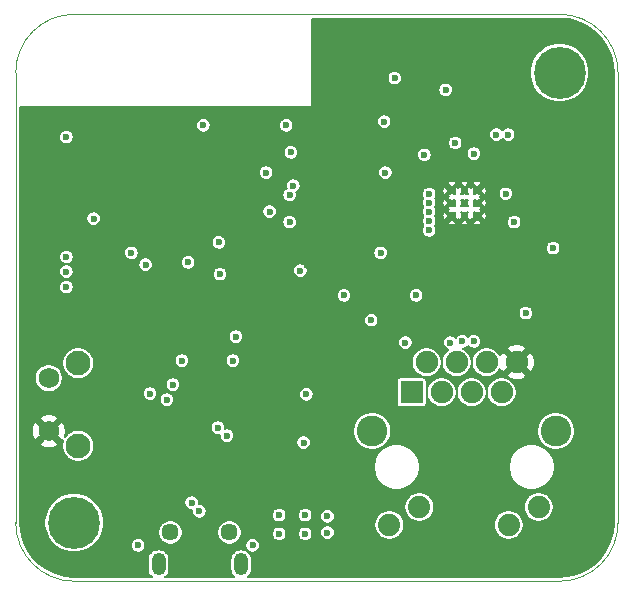
<source format=gbr>
G04 #@! TF.GenerationSoftware,KiCad,Pcbnew,(5.1.7)-1*
G04 #@! TF.CreationDate,2021-04-06T08:53:53-07:00*
G04 #@! TF.ProjectId,EsperDNS,45737065-7244-44e5-932e-6b696361645f,rev?*
G04 #@! TF.SameCoordinates,Original*
G04 #@! TF.FileFunction,Copper,L2,Inr*
G04 #@! TF.FilePolarity,Positive*
%FSLAX46Y46*%
G04 Gerber Fmt 4.6, Leading zero omitted, Abs format (unit mm)*
G04 Created by KiCad (PCBNEW (5.1.7)-1) date 2021-04-06 08:53:53*
%MOMM*%
%LPD*%
G01*
G04 APERTURE LIST*
G04 #@! TA.AperFunction,Profile*
%ADD10C,0.100000*%
G04 #@! TD*
G04 #@! TA.AperFunction,ComponentPad*
%ADD11C,1.450000*%
G04 #@! TD*
G04 #@! TA.AperFunction,ComponentPad*
%ADD12O,1.200000X1.900000*%
G04 #@! TD*
G04 #@! TA.AperFunction,ComponentPad*
%ADD13C,0.500000*%
G04 #@! TD*
G04 #@! TA.AperFunction,ComponentPad*
%ADD14C,2.100000*%
G04 #@! TD*
G04 #@! TA.AperFunction,ComponentPad*
%ADD15C,1.750000*%
G04 #@! TD*
G04 #@! TA.AperFunction,ComponentPad*
%ADD16R,1.900000X1.900000*%
G04 #@! TD*
G04 #@! TA.AperFunction,ComponentPad*
%ADD17C,1.900000*%
G04 #@! TD*
G04 #@! TA.AperFunction,ComponentPad*
%ADD18C,1.890000*%
G04 #@! TD*
G04 #@! TA.AperFunction,ComponentPad*
%ADD19C,2.600000*%
G04 #@! TD*
G04 #@! TA.AperFunction,ComponentPad*
%ADD20C,4.400000*%
G04 #@! TD*
G04 #@! TA.AperFunction,ViaPad*
%ADD21C,0.600000*%
G04 #@! TD*
G04 #@! TA.AperFunction,Conductor*
%ADD22C,0.127000*%
G04 #@! TD*
G04 #@! TA.AperFunction,Conductor*
%ADD23C,0.100000*%
G04 #@! TD*
G04 APERTURE END LIST*
D10*
X-25500000Y-19050000D02*
G75*
G03*
X-20550000Y-24000000I4950000J0D01*
G01*
X20550000Y-24000000D02*
G75*
G03*
X25500000Y-19050000I0J4950000D01*
G01*
X25500000Y19050000D02*
G75*
G03*
X20550000Y24000000I-4950000J0D01*
G01*
X-20550000Y24000000D02*
G75*
G03*
X-25500000Y19050000I0J-4950000D01*
G01*
X25500000Y19050000D02*
X25500000Y-19050000D01*
X-20550000Y24000000D02*
X20550000Y24000000D01*
X-25500000Y19050000D02*
X-25500000Y-19050000D01*
X-20550000Y-24000000D02*
X20550000Y-24000000D01*
D11*
X-12406000Y-19873500D03*
X-7406000Y-19873500D03*
D12*
X-13406000Y-22573500D03*
X-6406000Y-22573500D03*
D13*
X13550000Y6950000D03*
X12500000Y6950000D03*
X11450000Y6950000D03*
X13550000Y8000000D03*
X12500000Y8000000D03*
X11450000Y8000000D03*
X13550000Y9050000D03*
X12500000Y9050000D03*
X11450000Y9050000D03*
D14*
X-20210000Y-5540000D03*
D15*
X-22700000Y-6800000D03*
X-22700000Y-11300000D03*
D14*
X-20210000Y-12550000D03*
D16*
X8020000Y-8000000D03*
D17*
X9290000Y-5460000D03*
X10560000Y-8000000D03*
X11830000Y-5460000D03*
X13100000Y-8000000D03*
X14370000Y-5460000D03*
X15640000Y-8000000D03*
X16910000Y-5460000D03*
D18*
X18790000Y-17720000D03*
X16250000Y-19240000D03*
X8680000Y-17720000D03*
X6140000Y-19240000D03*
D19*
X4690000Y-11290000D03*
X20240000Y-11290000D03*
D20*
X20550000Y19050000D03*
X-20550000Y-19050000D03*
D21*
X-11430000Y-13208000D03*
X-11430000Y-11176000D03*
X-13208000Y-13208000D03*
X-12192000Y-11938000D03*
X-13208000Y-10922000D03*
X-16500000Y5500000D03*
X-17500000Y6000000D03*
X-16500000Y6500000D03*
X-17500000Y7000000D03*
X-15000000Y5500000D03*
X-14000000Y6000000D03*
X-15000000Y6500000D03*
X-14000000Y7000000D03*
X-15000000Y7500000D03*
X-16500000Y7500000D03*
X-17500000Y8000000D03*
X-14000000Y8000000D03*
X-15000000Y8500000D03*
X-16500000Y8500000D03*
X-14000000Y9000000D03*
X-17500000Y9000000D03*
X500000Y12600000D03*
X300000Y10200000D03*
X-1600000Y5700000D03*
X-20100000Y900000D03*
X-20500000Y2800000D03*
X14500000Y14300000D03*
X12600000Y13200000D03*
X-800000Y2800000D03*
X-21200000Y14900000D03*
X-2200000Y11500000D03*
X16200000Y14700000D03*
X2500000Y22700000D03*
X16700000Y5400000D03*
X18440000Y10660000D03*
X13300000Y-1200000D03*
X8600000Y4000000D03*
X10900000Y18600000D03*
X8800000Y19500000D03*
X2000000Y-17800000D03*
X-5500000Y-17600000D03*
X-7400000Y-17600000D03*
X1300000Y-14400000D03*
X-8100000Y14900000D03*
X14300000Y12200000D03*
X1900000Y-7000000D03*
X-19200000Y-700000D03*
X-13000000Y-5000000D03*
X21000000Y-8000000D03*
X-2500000Y-1400000D03*
X2900000Y-1300000D03*
X16500000Y1799994D03*
X18800000Y4200000D03*
X-8382000Y-18034000D03*
X-11430000Y-8382000D03*
X-11430000Y-6604000D03*
X-16510000Y-12446000D03*
X-21200000Y13600000D03*
X900000Y-18500000D03*
X900000Y-19900000D03*
X-3200000Y-20000000D03*
X-3200000Y-18400000D03*
X13300000Y12200000D03*
X-2000000Y9500000D03*
X5700000Y14900000D03*
X-1000000Y-18400000D03*
X-1000000Y-20000000D03*
X-1125000Y-12265000D03*
X-11430000Y-5334000D03*
X-14129000Y-8128000D03*
X-7620000Y-11684000D03*
X-7112000Y-5334000D03*
X-8382000Y-11009000D03*
X-6858000Y-3302000D03*
X-21200000Y3450000D03*
X15200000Y13800000D03*
X-21200000Y2200000D03*
X16200000Y13800000D03*
X-8300000Y4700000D03*
X5400000Y3800000D03*
X5800000Y10600000D03*
X9093750Y12093750D03*
X9500000Y6500000D03*
X-2300000Y6400000D03*
X9500000Y7300000D03*
X-2300000Y8700000D03*
X9500000Y5699994D03*
X-2200000Y12300000D03*
X16000000Y8800000D03*
X-1400000Y2300000D03*
X-8200000Y2000000D03*
X-10900000Y3000000D03*
X-9600000Y14600000D03*
X-2600000Y14600000D03*
X-14500000Y2800000D03*
X-4000000Y7300000D03*
X-15700000Y3800000D03*
X-4300000Y10600000D03*
X-5440000Y-20976000D03*
X-15134000Y-20976000D03*
X9500000Y8777001D03*
X2300000Y200000D03*
X-18900000Y6700000D03*
X-21200000Y900000D03*
X11700000Y13100000D03*
X9500006Y8050000D03*
X16700000Y6400000D03*
X12300000Y-3700000D03*
X17700000Y-1300000D03*
X7500000Y-3800000D03*
X13300000Y-3700000D03*
X11300000Y-3800000D03*
X10900000Y17600000D03*
X6600000Y18600000D03*
X8400000Y200000D03*
X4600000Y-1900000D03*
X20000000Y4200000D03*
X-900000Y-8180000D03*
X-9950000Y-18078000D03*
X-12192000Y-7366000D03*
X-10600000Y-17340000D03*
X-12700000Y-8636000D03*
D22*
X21361231Y23558639D02*
X22146823Y23343726D01*
X22881939Y22993093D01*
X23543347Y22517824D01*
X24110137Y21932940D01*
X24564396Y21256932D01*
X24891765Y20511165D01*
X25082574Y19716385D01*
X25132500Y19036525D01*
X25132501Y-19033623D01*
X25058639Y-19861231D01*
X24843726Y-20646823D01*
X24493093Y-21381939D01*
X24017824Y-22043347D01*
X23432944Y-22610135D01*
X22756932Y-23064396D01*
X22011165Y-23391765D01*
X21216385Y-23582574D01*
X20536525Y-23632500D01*
X-5823656Y-23632500D01*
X-5754091Y-23575409D01*
X-5639436Y-23435702D01*
X-5554239Y-23276311D01*
X-5501776Y-23103361D01*
X-5488500Y-22968569D01*
X-5488500Y-22178431D01*
X-5501776Y-22043639D01*
X-5554239Y-21870689D01*
X-5639436Y-21711298D01*
X-5754091Y-21571591D01*
X-5893799Y-21456936D01*
X-6053190Y-21371739D01*
X-6226140Y-21319276D01*
X-6406000Y-21301561D01*
X-6585861Y-21319276D01*
X-6758811Y-21371739D01*
X-6918202Y-21456936D01*
X-7057909Y-21571591D01*
X-7172564Y-21711299D01*
X-7257761Y-21870690D01*
X-7310224Y-22043640D01*
X-7323500Y-22178432D01*
X-7323500Y-22968569D01*
X-7310224Y-23103361D01*
X-7257760Y-23276311D01*
X-7172563Y-23435702D01*
X-7057908Y-23575409D01*
X-6988343Y-23632500D01*
X-12823657Y-23632500D01*
X-12754091Y-23575409D01*
X-12639436Y-23435702D01*
X-12554239Y-23276311D01*
X-12501776Y-23103361D01*
X-12488500Y-22968569D01*
X-12488500Y-22178431D01*
X-12501776Y-22043639D01*
X-12554239Y-21870689D01*
X-12639436Y-21711298D01*
X-12754091Y-21571591D01*
X-12893798Y-21456936D01*
X-13053189Y-21371739D01*
X-13226139Y-21319276D01*
X-13406000Y-21301561D01*
X-13585860Y-21319276D01*
X-13758810Y-21371739D01*
X-13918201Y-21456936D01*
X-14057908Y-21571591D01*
X-14172563Y-21711298D01*
X-14257760Y-21870689D01*
X-14310224Y-22043639D01*
X-14323500Y-22178431D01*
X-14323500Y-22968568D01*
X-14310224Y-23103360D01*
X-14257761Y-23276310D01*
X-14172564Y-23435701D01*
X-14057909Y-23575409D01*
X-13988344Y-23632500D01*
X-20533634Y-23632500D01*
X-21361231Y-23558639D01*
X-22146823Y-23343726D01*
X-22881939Y-22993093D01*
X-23543347Y-22517824D01*
X-24110135Y-21932944D01*
X-24564396Y-21256932D01*
X-24891765Y-20511165D01*
X-25082574Y-19716385D01*
X-25132500Y-19036525D01*
X-25132500Y-18802048D01*
X-23067500Y-18802048D01*
X-23067500Y-19297952D01*
X-22970754Y-19784328D01*
X-22780979Y-20242483D01*
X-22505470Y-20654813D01*
X-22154813Y-21005470D01*
X-21742483Y-21280979D01*
X-21284328Y-21470754D01*
X-20797952Y-21567500D01*
X-20302048Y-21567500D01*
X-19815672Y-21470754D01*
X-19357517Y-21280979D01*
X-18945187Y-21005470D01*
X-18854899Y-20915182D01*
X-15751500Y-20915182D01*
X-15751500Y-21036818D01*
X-15727770Y-21156118D01*
X-15681222Y-21268496D01*
X-15613644Y-21369633D01*
X-15527633Y-21455644D01*
X-15426496Y-21523222D01*
X-15314118Y-21569770D01*
X-15194818Y-21593500D01*
X-15073182Y-21593500D01*
X-14953882Y-21569770D01*
X-14841504Y-21523222D01*
X-14740367Y-21455644D01*
X-14654356Y-21369633D01*
X-14586778Y-21268496D01*
X-14540230Y-21156118D01*
X-14516500Y-21036818D01*
X-14516500Y-20915182D01*
X-14540230Y-20795882D01*
X-14586778Y-20683504D01*
X-14654356Y-20582367D01*
X-14740367Y-20496356D01*
X-14841504Y-20428778D01*
X-14953882Y-20382230D01*
X-15073182Y-20358500D01*
X-15194818Y-20358500D01*
X-15314118Y-20382230D01*
X-15426496Y-20428778D01*
X-15527633Y-20496356D01*
X-15613644Y-20582367D01*
X-15681222Y-20683504D01*
X-15727770Y-20795882D01*
X-15751500Y-20915182D01*
X-18854899Y-20915182D01*
X-18594530Y-20654813D01*
X-18319021Y-20242483D01*
X-18129246Y-19784328D01*
X-18126560Y-19770823D01*
X-13448500Y-19770823D01*
X-13448500Y-19976177D01*
X-13408437Y-20177586D01*
X-13329851Y-20367309D01*
X-13215762Y-20538055D01*
X-13070555Y-20683262D01*
X-12899809Y-20797351D01*
X-12710086Y-20875937D01*
X-12508677Y-20916000D01*
X-12303323Y-20916000D01*
X-12101914Y-20875937D01*
X-11912191Y-20797351D01*
X-11741445Y-20683262D01*
X-11596238Y-20538055D01*
X-11482149Y-20367309D01*
X-11403563Y-20177586D01*
X-11363500Y-19976177D01*
X-11363500Y-19770823D01*
X-8448500Y-19770823D01*
X-8448500Y-19976177D01*
X-8408437Y-20177586D01*
X-8329851Y-20367309D01*
X-8215762Y-20538055D01*
X-8070555Y-20683262D01*
X-7899809Y-20797351D01*
X-7710086Y-20875937D01*
X-7508677Y-20916000D01*
X-7303323Y-20916000D01*
X-7299211Y-20915182D01*
X-6057500Y-20915182D01*
X-6057500Y-21036818D01*
X-6033770Y-21156118D01*
X-5987222Y-21268496D01*
X-5919644Y-21369633D01*
X-5833633Y-21455644D01*
X-5732496Y-21523222D01*
X-5620118Y-21569770D01*
X-5500818Y-21593500D01*
X-5379182Y-21593500D01*
X-5259882Y-21569770D01*
X-5147504Y-21523222D01*
X-5046367Y-21455644D01*
X-4960356Y-21369633D01*
X-4892778Y-21268496D01*
X-4846230Y-21156118D01*
X-4822500Y-21036818D01*
X-4822500Y-20915182D01*
X-4846230Y-20795882D01*
X-4892778Y-20683504D01*
X-4960356Y-20582367D01*
X-5046367Y-20496356D01*
X-5147504Y-20428778D01*
X-5259882Y-20382230D01*
X-5379182Y-20358500D01*
X-5500818Y-20358500D01*
X-5620118Y-20382230D01*
X-5732496Y-20428778D01*
X-5833633Y-20496356D01*
X-5919644Y-20582367D01*
X-5987222Y-20683504D01*
X-6033770Y-20795882D01*
X-6057500Y-20915182D01*
X-7299211Y-20915182D01*
X-7101914Y-20875937D01*
X-6912191Y-20797351D01*
X-6741445Y-20683262D01*
X-6596238Y-20538055D01*
X-6482149Y-20367309D01*
X-6403563Y-20177586D01*
X-6363500Y-19976177D01*
X-6363500Y-19939182D01*
X-3817500Y-19939182D01*
X-3817500Y-20060818D01*
X-3793770Y-20180118D01*
X-3747222Y-20292496D01*
X-3679644Y-20393633D01*
X-3593633Y-20479644D01*
X-3492496Y-20547222D01*
X-3380118Y-20593770D01*
X-3260818Y-20617500D01*
X-3139182Y-20617500D01*
X-3019882Y-20593770D01*
X-2907504Y-20547222D01*
X-2806367Y-20479644D01*
X-2720356Y-20393633D01*
X-2652778Y-20292496D01*
X-2606230Y-20180118D01*
X-2582500Y-20060818D01*
X-2582500Y-19939182D01*
X-1617500Y-19939182D01*
X-1617500Y-20060818D01*
X-1593770Y-20180118D01*
X-1547222Y-20292496D01*
X-1479644Y-20393633D01*
X-1393633Y-20479644D01*
X-1292496Y-20547222D01*
X-1180118Y-20593770D01*
X-1060818Y-20617500D01*
X-939182Y-20617500D01*
X-819882Y-20593770D01*
X-707504Y-20547222D01*
X-606367Y-20479644D01*
X-520356Y-20393633D01*
X-452778Y-20292496D01*
X-406230Y-20180118D01*
X-382500Y-20060818D01*
X-382500Y-19939182D01*
X-402391Y-19839182D01*
X282500Y-19839182D01*
X282500Y-19960818D01*
X306230Y-20080118D01*
X352778Y-20192496D01*
X420356Y-20293633D01*
X506367Y-20379644D01*
X607504Y-20447222D01*
X719882Y-20493770D01*
X839182Y-20517500D01*
X960818Y-20517500D01*
X1080118Y-20493770D01*
X1192496Y-20447222D01*
X1293633Y-20379644D01*
X1379644Y-20293633D01*
X1447222Y-20192496D01*
X1493770Y-20080118D01*
X1517500Y-19960818D01*
X1517500Y-19839182D01*
X1493770Y-19719882D01*
X1447222Y-19607504D01*
X1379644Y-19506367D01*
X1293633Y-19420356D01*
X1192496Y-19352778D01*
X1080118Y-19306230D01*
X960818Y-19282500D01*
X839182Y-19282500D01*
X719882Y-19306230D01*
X607504Y-19352778D01*
X506367Y-19420356D01*
X420356Y-19506367D01*
X352778Y-19607504D01*
X306230Y-19719882D01*
X282500Y-19839182D01*
X-402391Y-19839182D01*
X-406230Y-19819882D01*
X-452778Y-19707504D01*
X-520356Y-19606367D01*
X-606367Y-19520356D01*
X-707504Y-19452778D01*
X-819882Y-19406230D01*
X-939182Y-19382500D01*
X-1060818Y-19382500D01*
X-1180118Y-19406230D01*
X-1292496Y-19452778D01*
X-1393633Y-19520356D01*
X-1479644Y-19606367D01*
X-1547222Y-19707504D01*
X-1593770Y-19819882D01*
X-1617500Y-19939182D01*
X-2582500Y-19939182D01*
X-2606230Y-19819882D01*
X-2652778Y-19707504D01*
X-2720356Y-19606367D01*
X-2806367Y-19520356D01*
X-2907504Y-19452778D01*
X-3019882Y-19406230D01*
X-3139182Y-19382500D01*
X-3260818Y-19382500D01*
X-3380118Y-19406230D01*
X-3492496Y-19452778D01*
X-3593633Y-19520356D01*
X-3679644Y-19606367D01*
X-3747222Y-19707504D01*
X-3793770Y-19819882D01*
X-3817500Y-19939182D01*
X-6363500Y-19939182D01*
X-6363500Y-19770823D01*
X-6403563Y-19569414D01*
X-6482149Y-19379691D01*
X-6596238Y-19208945D01*
X-6741445Y-19063738D01*
X-6912191Y-18949649D01*
X-7101914Y-18871063D01*
X-7303323Y-18831000D01*
X-7508677Y-18831000D01*
X-7710086Y-18871063D01*
X-7899809Y-18949649D01*
X-8070555Y-19063738D01*
X-8215762Y-19208945D01*
X-8329851Y-19379691D01*
X-8408437Y-19569414D01*
X-8448500Y-19770823D01*
X-11363500Y-19770823D01*
X-11403563Y-19569414D01*
X-11482149Y-19379691D01*
X-11596238Y-19208945D01*
X-11741445Y-19063738D01*
X-11912191Y-18949649D01*
X-12101914Y-18871063D01*
X-12303323Y-18831000D01*
X-12508677Y-18831000D01*
X-12710086Y-18871063D01*
X-12899809Y-18949649D01*
X-13070555Y-19063738D01*
X-13215762Y-19208945D01*
X-13329851Y-19379691D01*
X-13408437Y-19569414D01*
X-13448500Y-19770823D01*
X-18126560Y-19770823D01*
X-18032500Y-19297952D01*
X-18032500Y-18802048D01*
X-18129246Y-18315672D01*
X-18319021Y-17857517D01*
X-18594530Y-17445187D01*
X-18760535Y-17279182D01*
X-11217500Y-17279182D01*
X-11217500Y-17400818D01*
X-11193770Y-17520118D01*
X-11147222Y-17632496D01*
X-11079644Y-17733633D01*
X-10993633Y-17819644D01*
X-10892496Y-17887222D01*
X-10780118Y-17933770D01*
X-10660818Y-17957500D01*
X-10555629Y-17957500D01*
X-10567500Y-18017182D01*
X-10567500Y-18138818D01*
X-10543770Y-18258118D01*
X-10497222Y-18370496D01*
X-10429644Y-18471633D01*
X-10343633Y-18557644D01*
X-10242496Y-18625222D01*
X-10130118Y-18671770D01*
X-10010818Y-18695500D01*
X-9889182Y-18695500D01*
X-9769882Y-18671770D01*
X-9657504Y-18625222D01*
X-9556367Y-18557644D01*
X-9470356Y-18471633D01*
X-9402778Y-18370496D01*
X-9389808Y-18339182D01*
X-3817500Y-18339182D01*
X-3817500Y-18460818D01*
X-3793770Y-18580118D01*
X-3747222Y-18692496D01*
X-3679644Y-18793633D01*
X-3593633Y-18879644D01*
X-3492496Y-18947222D01*
X-3380118Y-18993770D01*
X-3260818Y-19017500D01*
X-3139182Y-19017500D01*
X-3019882Y-18993770D01*
X-2907504Y-18947222D01*
X-2806367Y-18879644D01*
X-2720356Y-18793633D01*
X-2652778Y-18692496D01*
X-2606230Y-18580118D01*
X-2582500Y-18460818D01*
X-2582500Y-18339182D01*
X-1617500Y-18339182D01*
X-1617500Y-18460818D01*
X-1593770Y-18580118D01*
X-1547222Y-18692496D01*
X-1479644Y-18793633D01*
X-1393633Y-18879644D01*
X-1292496Y-18947222D01*
X-1180118Y-18993770D01*
X-1060818Y-19017500D01*
X-939182Y-19017500D01*
X-819882Y-18993770D01*
X-707504Y-18947222D01*
X-606367Y-18879644D01*
X-520356Y-18793633D01*
X-452778Y-18692496D01*
X-406230Y-18580118D01*
X-382500Y-18460818D01*
X-382500Y-18439182D01*
X282500Y-18439182D01*
X282500Y-18560818D01*
X306230Y-18680118D01*
X352778Y-18792496D01*
X420356Y-18893633D01*
X506367Y-18979644D01*
X607504Y-19047222D01*
X719882Y-19093770D01*
X839182Y-19117500D01*
X960818Y-19117500D01*
X970093Y-19115655D01*
X4877500Y-19115655D01*
X4877500Y-19364345D01*
X4926017Y-19608258D01*
X5021187Y-19838018D01*
X5159352Y-20044797D01*
X5335203Y-20220648D01*
X5541982Y-20358813D01*
X5771742Y-20453983D01*
X6015655Y-20502500D01*
X6264345Y-20502500D01*
X6508258Y-20453983D01*
X6738018Y-20358813D01*
X6944797Y-20220648D01*
X7120648Y-20044797D01*
X7258813Y-19838018D01*
X7353983Y-19608258D01*
X7402500Y-19364345D01*
X7402500Y-19115655D01*
X14987500Y-19115655D01*
X14987500Y-19364345D01*
X15036017Y-19608258D01*
X15131187Y-19838018D01*
X15269352Y-20044797D01*
X15445203Y-20220648D01*
X15651982Y-20358813D01*
X15881742Y-20453983D01*
X16125655Y-20502500D01*
X16374345Y-20502500D01*
X16618258Y-20453983D01*
X16848018Y-20358813D01*
X17054797Y-20220648D01*
X17230648Y-20044797D01*
X17368813Y-19838018D01*
X17463983Y-19608258D01*
X17512500Y-19364345D01*
X17512500Y-19115655D01*
X17463983Y-18871742D01*
X17368813Y-18641982D01*
X17230648Y-18435203D01*
X17054797Y-18259352D01*
X16848018Y-18121187D01*
X16618258Y-18026017D01*
X16374345Y-17977500D01*
X16125655Y-17977500D01*
X15881742Y-18026017D01*
X15651982Y-18121187D01*
X15445203Y-18259352D01*
X15269352Y-18435203D01*
X15131187Y-18641982D01*
X15036017Y-18871742D01*
X14987500Y-19115655D01*
X7402500Y-19115655D01*
X7353983Y-18871742D01*
X7258813Y-18641982D01*
X7120648Y-18435203D01*
X6944797Y-18259352D01*
X6738018Y-18121187D01*
X6508258Y-18026017D01*
X6264345Y-17977500D01*
X6015655Y-17977500D01*
X5771742Y-18026017D01*
X5541982Y-18121187D01*
X5335203Y-18259352D01*
X5159352Y-18435203D01*
X5021187Y-18641982D01*
X4926017Y-18871742D01*
X4877500Y-19115655D01*
X970093Y-19115655D01*
X1080118Y-19093770D01*
X1192496Y-19047222D01*
X1293633Y-18979644D01*
X1379644Y-18893633D01*
X1447222Y-18792496D01*
X1493770Y-18680118D01*
X1517500Y-18560818D01*
X1517500Y-18439182D01*
X1493770Y-18319882D01*
X1447222Y-18207504D01*
X1379644Y-18106367D01*
X1293633Y-18020356D01*
X1192496Y-17952778D01*
X1080118Y-17906230D01*
X960818Y-17882500D01*
X839182Y-17882500D01*
X719882Y-17906230D01*
X607504Y-17952778D01*
X506367Y-18020356D01*
X420356Y-18106367D01*
X352778Y-18207504D01*
X306230Y-18319882D01*
X282500Y-18439182D01*
X-382500Y-18439182D01*
X-382500Y-18339182D01*
X-406230Y-18219882D01*
X-452778Y-18107504D01*
X-520356Y-18006367D01*
X-606367Y-17920356D01*
X-707504Y-17852778D01*
X-819882Y-17806230D01*
X-939182Y-17782500D01*
X-1060818Y-17782500D01*
X-1180118Y-17806230D01*
X-1292496Y-17852778D01*
X-1393633Y-17920356D01*
X-1479644Y-18006367D01*
X-1547222Y-18107504D01*
X-1593770Y-18219882D01*
X-1617500Y-18339182D01*
X-2582500Y-18339182D01*
X-2606230Y-18219882D01*
X-2652778Y-18107504D01*
X-2720356Y-18006367D01*
X-2806367Y-17920356D01*
X-2907504Y-17852778D01*
X-3019882Y-17806230D01*
X-3139182Y-17782500D01*
X-3260818Y-17782500D01*
X-3380118Y-17806230D01*
X-3492496Y-17852778D01*
X-3593633Y-17920356D01*
X-3679644Y-18006367D01*
X-3747222Y-18107504D01*
X-3793770Y-18219882D01*
X-3817500Y-18339182D01*
X-9389808Y-18339182D01*
X-9356230Y-18258118D01*
X-9332500Y-18138818D01*
X-9332500Y-18017182D01*
X-9356230Y-17897882D01*
X-9402778Y-17785504D01*
X-9470356Y-17684367D01*
X-9556367Y-17598356D01*
X-9560409Y-17595655D01*
X7417500Y-17595655D01*
X7417500Y-17844345D01*
X7466017Y-18088258D01*
X7561187Y-18318018D01*
X7699352Y-18524797D01*
X7875203Y-18700648D01*
X8081982Y-18838813D01*
X8311742Y-18933983D01*
X8555655Y-18982500D01*
X8804345Y-18982500D01*
X9048258Y-18933983D01*
X9278018Y-18838813D01*
X9484797Y-18700648D01*
X9660648Y-18524797D01*
X9798813Y-18318018D01*
X9893983Y-18088258D01*
X9942500Y-17844345D01*
X9942500Y-17595655D01*
X17527500Y-17595655D01*
X17527500Y-17844345D01*
X17576017Y-18088258D01*
X17671187Y-18318018D01*
X17809352Y-18524797D01*
X17985203Y-18700648D01*
X18191982Y-18838813D01*
X18421742Y-18933983D01*
X18665655Y-18982500D01*
X18914345Y-18982500D01*
X19158258Y-18933983D01*
X19388018Y-18838813D01*
X19594797Y-18700648D01*
X19770648Y-18524797D01*
X19908813Y-18318018D01*
X20003983Y-18088258D01*
X20052500Y-17844345D01*
X20052500Y-17595655D01*
X20003983Y-17351742D01*
X19908813Y-17121982D01*
X19770648Y-16915203D01*
X19594797Y-16739352D01*
X19388018Y-16601187D01*
X19158258Y-16506017D01*
X18914345Y-16457500D01*
X18665655Y-16457500D01*
X18421742Y-16506017D01*
X18191982Y-16601187D01*
X17985203Y-16739352D01*
X17809352Y-16915203D01*
X17671187Y-17121982D01*
X17576017Y-17351742D01*
X17527500Y-17595655D01*
X9942500Y-17595655D01*
X9893983Y-17351742D01*
X9798813Y-17121982D01*
X9660648Y-16915203D01*
X9484797Y-16739352D01*
X9278018Y-16601187D01*
X9048258Y-16506017D01*
X8804345Y-16457500D01*
X8555655Y-16457500D01*
X8311742Y-16506017D01*
X8081982Y-16601187D01*
X7875203Y-16739352D01*
X7699352Y-16915203D01*
X7561187Y-17121982D01*
X7466017Y-17351742D01*
X7417500Y-17595655D01*
X-9560409Y-17595655D01*
X-9657504Y-17530778D01*
X-9769882Y-17484230D01*
X-9889182Y-17460500D01*
X-9994371Y-17460500D01*
X-9982500Y-17400818D01*
X-9982500Y-17279182D01*
X-10006230Y-17159882D01*
X-10052778Y-17047504D01*
X-10120356Y-16946367D01*
X-10206367Y-16860356D01*
X-10307504Y-16792778D01*
X-10419882Y-16746230D01*
X-10539182Y-16722500D01*
X-10660818Y-16722500D01*
X-10780118Y-16746230D01*
X-10892496Y-16792778D01*
X-10993633Y-16860356D01*
X-11079644Y-16946367D01*
X-11147222Y-17047504D01*
X-11193770Y-17159882D01*
X-11217500Y-17279182D01*
X-18760535Y-17279182D01*
X-18945187Y-17094530D01*
X-19357517Y-16819021D01*
X-19815672Y-16629246D01*
X-20302048Y-16532500D01*
X-20797952Y-16532500D01*
X-21284328Y-16629246D01*
X-21742483Y-16819021D01*
X-22154813Y-17094530D01*
X-22505470Y-17445187D01*
X-22780979Y-17857517D01*
X-22970754Y-18315672D01*
X-23067500Y-18802048D01*
X-25132500Y-18802048D01*
X-25132500Y-14148680D01*
X4807500Y-14148680D01*
X4807500Y-14531320D01*
X4882149Y-14906606D01*
X5028579Y-15260119D01*
X5241162Y-15578272D01*
X5511728Y-15848838D01*
X5829881Y-16061421D01*
X6183394Y-16207851D01*
X6558680Y-16282500D01*
X6941320Y-16282500D01*
X7316606Y-16207851D01*
X7670119Y-16061421D01*
X7988272Y-15848838D01*
X8258838Y-15578272D01*
X8471421Y-15260119D01*
X8617851Y-14906606D01*
X8692500Y-14531320D01*
X8692500Y-14148680D01*
X16237500Y-14148680D01*
X16237500Y-14531320D01*
X16312149Y-14906606D01*
X16458579Y-15260119D01*
X16671162Y-15578272D01*
X16941728Y-15848838D01*
X17259881Y-16061421D01*
X17613394Y-16207851D01*
X17988680Y-16282500D01*
X18371320Y-16282500D01*
X18746606Y-16207851D01*
X19100119Y-16061421D01*
X19418272Y-15848838D01*
X19688838Y-15578272D01*
X19901421Y-15260119D01*
X20047851Y-14906606D01*
X20122500Y-14531320D01*
X20122500Y-14148680D01*
X20047851Y-13773394D01*
X19901421Y-13419881D01*
X19688838Y-13101728D01*
X19418272Y-12831162D01*
X19100119Y-12618579D01*
X18746606Y-12472149D01*
X18371320Y-12397500D01*
X17988680Y-12397500D01*
X17613394Y-12472149D01*
X17259881Y-12618579D01*
X16941728Y-12831162D01*
X16671162Y-13101728D01*
X16458579Y-13419881D01*
X16312149Y-13773394D01*
X16237500Y-14148680D01*
X8692500Y-14148680D01*
X8617851Y-13773394D01*
X8471421Y-13419881D01*
X8258838Y-13101728D01*
X7988272Y-12831162D01*
X7670119Y-12618579D01*
X7316606Y-12472149D01*
X6941320Y-12397500D01*
X6558680Y-12397500D01*
X6183394Y-12472149D01*
X5829881Y-12618579D01*
X5511728Y-12831162D01*
X5241162Y-13101728D01*
X5028579Y-13419881D01*
X4882149Y-13773394D01*
X4807500Y-14148680D01*
X-25132500Y-14148680D01*
X-25132500Y-12351613D01*
X-23482205Y-12351613D01*
X-23392858Y-12577736D01*
X-23130271Y-12688354D01*
X-22851149Y-12745618D01*
X-22566218Y-12747329D01*
X-22286429Y-12693419D01*
X-22022533Y-12585961D01*
X-22007142Y-12577736D01*
X-21917795Y-12351613D01*
X-22700000Y-11569408D01*
X-23482205Y-12351613D01*
X-25132500Y-12351613D01*
X-25132500Y-11433782D01*
X-24147329Y-11433782D01*
X-24093419Y-11713571D01*
X-23985961Y-11977467D01*
X-23977736Y-11992858D01*
X-23751613Y-12082205D01*
X-22969408Y-11300000D01*
X-22430592Y-11300000D01*
X-21648387Y-12082205D01*
X-21466662Y-12010401D01*
X-21524948Y-12151115D01*
X-21577500Y-12415313D01*
X-21577500Y-12684687D01*
X-21524948Y-12948885D01*
X-21421863Y-13197754D01*
X-21272207Y-13421731D01*
X-21081731Y-13612207D01*
X-20857754Y-13761863D01*
X-20608885Y-13864948D01*
X-20344687Y-13917500D01*
X-20075313Y-13917500D01*
X-19811115Y-13864948D01*
X-19562246Y-13761863D01*
X-19338269Y-13612207D01*
X-19147793Y-13421731D01*
X-18998137Y-13197754D01*
X-18895052Y-12948885D01*
X-18842500Y-12684687D01*
X-18842500Y-12415313D01*
X-18895052Y-12151115D01*
X-18998137Y-11902246D01*
X-19147793Y-11678269D01*
X-19338269Y-11487793D01*
X-19562246Y-11338137D01*
X-19811115Y-11235052D01*
X-20075313Y-11182500D01*
X-20344687Y-11182500D01*
X-20608885Y-11235052D01*
X-20857754Y-11338137D01*
X-21081731Y-11487793D01*
X-21272207Y-11678269D01*
X-21319652Y-11749276D01*
X-21311646Y-11730271D01*
X-21254382Y-11451149D01*
X-21252671Y-11166218D01*
X-21294682Y-10948182D01*
X-8999500Y-10948182D01*
X-8999500Y-11069818D01*
X-8975770Y-11189118D01*
X-8929222Y-11301496D01*
X-8861644Y-11402633D01*
X-8775633Y-11488644D01*
X-8674496Y-11556222D01*
X-8562118Y-11602770D01*
X-8442818Y-11626500D01*
X-8321182Y-11626500D01*
X-8234740Y-11609306D01*
X-8237500Y-11623182D01*
X-8237500Y-11744818D01*
X-8213770Y-11864118D01*
X-8167222Y-11976496D01*
X-8099644Y-12077633D01*
X-8013633Y-12163644D01*
X-7912496Y-12231222D01*
X-7800118Y-12277770D01*
X-7680818Y-12301500D01*
X-7559182Y-12301500D01*
X-7439882Y-12277770D01*
X-7327504Y-12231222D01*
X-7287037Y-12204182D01*
X-1742500Y-12204182D01*
X-1742500Y-12325818D01*
X-1718770Y-12445118D01*
X-1672222Y-12557496D01*
X-1604644Y-12658633D01*
X-1518633Y-12744644D01*
X-1417496Y-12812222D01*
X-1305118Y-12858770D01*
X-1185818Y-12882500D01*
X-1064182Y-12882500D01*
X-944882Y-12858770D01*
X-832504Y-12812222D01*
X-731367Y-12744644D01*
X-645356Y-12658633D01*
X-577778Y-12557496D01*
X-531230Y-12445118D01*
X-507500Y-12325818D01*
X-507500Y-12204182D01*
X-531230Y-12084882D01*
X-577778Y-11972504D01*
X-645356Y-11871367D01*
X-731367Y-11785356D01*
X-832504Y-11717778D01*
X-944882Y-11671230D01*
X-1064182Y-11647500D01*
X-1185818Y-11647500D01*
X-1305118Y-11671230D01*
X-1417496Y-11717778D01*
X-1518633Y-11785356D01*
X-1604644Y-11871367D01*
X-1672222Y-11972504D01*
X-1718770Y-12084882D01*
X-1742500Y-12204182D01*
X-7287037Y-12204182D01*
X-7226367Y-12163644D01*
X-7140356Y-12077633D01*
X-7072778Y-11976496D01*
X-7026230Y-11864118D01*
X-7002500Y-11744818D01*
X-7002500Y-11623182D01*
X-7026230Y-11503882D01*
X-7072778Y-11391504D01*
X-7140356Y-11290367D01*
X-7226367Y-11204356D01*
X-7327504Y-11136778D01*
X-7342201Y-11130690D01*
X3072500Y-11130690D01*
X3072500Y-11449310D01*
X3134660Y-11761807D01*
X3256590Y-12056173D01*
X3433606Y-12321096D01*
X3658904Y-12546394D01*
X3923827Y-12723410D01*
X4218193Y-12845340D01*
X4530690Y-12907500D01*
X4849310Y-12907500D01*
X5161807Y-12845340D01*
X5456173Y-12723410D01*
X5721096Y-12546394D01*
X5946394Y-12321096D01*
X6123410Y-12056173D01*
X6245340Y-11761807D01*
X6307500Y-11449310D01*
X6307500Y-11130690D01*
X18622500Y-11130690D01*
X18622500Y-11449310D01*
X18684660Y-11761807D01*
X18806590Y-12056173D01*
X18983606Y-12321096D01*
X19208904Y-12546394D01*
X19473827Y-12723410D01*
X19768193Y-12845340D01*
X20080690Y-12907500D01*
X20399310Y-12907500D01*
X20711807Y-12845340D01*
X21006173Y-12723410D01*
X21271096Y-12546394D01*
X21496394Y-12321096D01*
X21673410Y-12056173D01*
X21795340Y-11761807D01*
X21857500Y-11449310D01*
X21857500Y-11130690D01*
X21795340Y-10818193D01*
X21673410Y-10523827D01*
X21496394Y-10258904D01*
X21271096Y-10033606D01*
X21006173Y-9856590D01*
X20711807Y-9734660D01*
X20399310Y-9672500D01*
X20080690Y-9672500D01*
X19768193Y-9734660D01*
X19473827Y-9856590D01*
X19208904Y-10033606D01*
X18983606Y-10258904D01*
X18806590Y-10523827D01*
X18684660Y-10818193D01*
X18622500Y-11130690D01*
X6307500Y-11130690D01*
X6245340Y-10818193D01*
X6123410Y-10523827D01*
X5946394Y-10258904D01*
X5721096Y-10033606D01*
X5456173Y-9856590D01*
X5161807Y-9734660D01*
X4849310Y-9672500D01*
X4530690Y-9672500D01*
X4218193Y-9734660D01*
X3923827Y-9856590D01*
X3658904Y-10033606D01*
X3433606Y-10258904D01*
X3256590Y-10523827D01*
X3134660Y-10818193D01*
X3072500Y-11130690D01*
X-7342201Y-11130690D01*
X-7439882Y-11090230D01*
X-7559182Y-11066500D01*
X-7680818Y-11066500D01*
X-7767260Y-11083694D01*
X-7764500Y-11069818D01*
X-7764500Y-10948182D01*
X-7788230Y-10828882D01*
X-7834778Y-10716504D01*
X-7902356Y-10615367D01*
X-7988367Y-10529356D01*
X-8089504Y-10461778D01*
X-8201882Y-10415230D01*
X-8321182Y-10391500D01*
X-8442818Y-10391500D01*
X-8562118Y-10415230D01*
X-8674496Y-10461778D01*
X-8775633Y-10529356D01*
X-8861644Y-10615367D01*
X-8929222Y-10716504D01*
X-8975770Y-10828882D01*
X-8999500Y-10948182D01*
X-21294682Y-10948182D01*
X-21306581Y-10886429D01*
X-21414039Y-10622533D01*
X-21422264Y-10607142D01*
X-21648387Y-10517795D01*
X-22430592Y-11300000D01*
X-22969408Y-11300000D01*
X-23751613Y-10517795D01*
X-23977736Y-10607142D01*
X-24088354Y-10869729D01*
X-24145618Y-11148851D01*
X-24147329Y-11433782D01*
X-25132500Y-11433782D01*
X-25132500Y-10248387D01*
X-23482205Y-10248387D01*
X-22700000Y-11030592D01*
X-21917795Y-10248387D01*
X-22007142Y-10022264D01*
X-22269729Y-9911646D01*
X-22548851Y-9854382D01*
X-22833782Y-9852671D01*
X-23113571Y-9906581D01*
X-23377467Y-10014039D01*
X-23392858Y-10022264D01*
X-23482205Y-10248387D01*
X-25132500Y-10248387D01*
X-25132500Y-8067182D01*
X-14746500Y-8067182D01*
X-14746500Y-8188818D01*
X-14722770Y-8308118D01*
X-14676222Y-8420496D01*
X-14608644Y-8521633D01*
X-14522633Y-8607644D01*
X-14421496Y-8675222D01*
X-14309118Y-8721770D01*
X-14189818Y-8745500D01*
X-14068182Y-8745500D01*
X-13948882Y-8721770D01*
X-13836504Y-8675222D01*
X-13735367Y-8607644D01*
X-13702905Y-8575182D01*
X-13317500Y-8575182D01*
X-13317500Y-8696818D01*
X-13293770Y-8816118D01*
X-13247222Y-8928496D01*
X-13179644Y-9029633D01*
X-13093633Y-9115644D01*
X-12992496Y-9183222D01*
X-12880118Y-9229770D01*
X-12760818Y-9253500D01*
X-12639182Y-9253500D01*
X-12519882Y-9229770D01*
X-12407504Y-9183222D01*
X-12306367Y-9115644D01*
X-12220356Y-9029633D01*
X-12152778Y-8928496D01*
X-12106230Y-8816118D01*
X-12082500Y-8696818D01*
X-12082500Y-8575182D01*
X-12106230Y-8455882D01*
X-12152778Y-8343504D01*
X-12220356Y-8242367D01*
X-12306367Y-8156356D01*
X-12362001Y-8119182D01*
X-1517500Y-8119182D01*
X-1517500Y-8240818D01*
X-1493770Y-8360118D01*
X-1447222Y-8472496D01*
X-1379644Y-8573633D01*
X-1293633Y-8659644D01*
X-1192496Y-8727222D01*
X-1080118Y-8773770D01*
X-960818Y-8797500D01*
X-839182Y-8797500D01*
X-719882Y-8773770D01*
X-607504Y-8727222D01*
X-506367Y-8659644D01*
X-420356Y-8573633D01*
X-352778Y-8472496D01*
X-306230Y-8360118D01*
X-282500Y-8240818D01*
X-282500Y-8119182D01*
X-306230Y-7999882D01*
X-352778Y-7887504D01*
X-420356Y-7786367D01*
X-506367Y-7700356D01*
X-607504Y-7632778D01*
X-719882Y-7586230D01*
X-839182Y-7562500D01*
X-960818Y-7562500D01*
X-1080118Y-7586230D01*
X-1192496Y-7632778D01*
X-1293633Y-7700356D01*
X-1379644Y-7786367D01*
X-1447222Y-7887504D01*
X-1493770Y-7999882D01*
X-1517500Y-8119182D01*
X-12362001Y-8119182D01*
X-12407504Y-8088778D01*
X-12519882Y-8042230D01*
X-12639182Y-8018500D01*
X-12760818Y-8018500D01*
X-12880118Y-8042230D01*
X-12992496Y-8088778D01*
X-13093633Y-8156356D01*
X-13179644Y-8242367D01*
X-13247222Y-8343504D01*
X-13293770Y-8455882D01*
X-13317500Y-8575182D01*
X-13702905Y-8575182D01*
X-13649356Y-8521633D01*
X-13581778Y-8420496D01*
X-13535230Y-8308118D01*
X-13511500Y-8188818D01*
X-13511500Y-8067182D01*
X-13535230Y-7947882D01*
X-13581778Y-7835504D01*
X-13649356Y-7734367D01*
X-13735367Y-7648356D01*
X-13836504Y-7580778D01*
X-13948882Y-7534230D01*
X-14068182Y-7510500D01*
X-14189818Y-7510500D01*
X-14309118Y-7534230D01*
X-14421496Y-7580778D01*
X-14522633Y-7648356D01*
X-14608644Y-7734367D01*
X-14676222Y-7835504D01*
X-14722770Y-7947882D01*
X-14746500Y-8067182D01*
X-25132500Y-8067182D01*
X-25132500Y-6682549D01*
X-23892500Y-6682549D01*
X-23892500Y-6917451D01*
X-23846673Y-7147839D01*
X-23756780Y-7364861D01*
X-23626275Y-7560174D01*
X-23460174Y-7726275D01*
X-23264861Y-7856780D01*
X-23047839Y-7946673D01*
X-22817451Y-7992500D01*
X-22582549Y-7992500D01*
X-22352161Y-7946673D01*
X-22135139Y-7856780D01*
X-21939826Y-7726275D01*
X-21773725Y-7560174D01*
X-21643220Y-7364861D01*
X-21618501Y-7305182D01*
X-12809500Y-7305182D01*
X-12809500Y-7426818D01*
X-12785770Y-7546118D01*
X-12739222Y-7658496D01*
X-12671644Y-7759633D01*
X-12585633Y-7845644D01*
X-12484496Y-7913222D01*
X-12372118Y-7959770D01*
X-12252818Y-7983500D01*
X-12131182Y-7983500D01*
X-12011882Y-7959770D01*
X-11899504Y-7913222D01*
X-11798367Y-7845644D01*
X-11712356Y-7759633D01*
X-11644778Y-7658496D01*
X-11598230Y-7546118D01*
X-11574500Y-7426818D01*
X-11574500Y-7305182D01*
X-11598230Y-7185882D01*
X-11644778Y-7073504D01*
X-11660482Y-7050000D01*
X6750964Y-7050000D01*
X6750964Y-8950000D01*
X6757094Y-9012241D01*
X6775249Y-9072090D01*
X6804731Y-9127247D01*
X6844407Y-9175593D01*
X6892753Y-9215269D01*
X6947910Y-9244751D01*
X7007759Y-9262906D01*
X7070000Y-9269036D01*
X8970000Y-9269036D01*
X9032241Y-9262906D01*
X9092090Y-9244751D01*
X9147247Y-9215269D01*
X9195593Y-9175593D01*
X9235269Y-9127247D01*
X9264751Y-9072090D01*
X9282906Y-9012241D01*
X9289036Y-8950000D01*
X9289036Y-7875162D01*
X9292500Y-7875162D01*
X9292500Y-8124838D01*
X9341209Y-8369716D01*
X9436756Y-8600386D01*
X9575468Y-8807984D01*
X9752016Y-8984532D01*
X9959614Y-9123244D01*
X10190284Y-9218791D01*
X10435162Y-9267500D01*
X10684838Y-9267500D01*
X10929716Y-9218791D01*
X11160386Y-9123244D01*
X11367984Y-8984532D01*
X11544532Y-8807984D01*
X11683244Y-8600386D01*
X11778791Y-8369716D01*
X11827500Y-8124838D01*
X11827500Y-7875162D01*
X11832500Y-7875162D01*
X11832500Y-8124838D01*
X11881209Y-8369716D01*
X11976756Y-8600386D01*
X12115468Y-8807984D01*
X12292016Y-8984532D01*
X12499614Y-9123244D01*
X12730284Y-9218791D01*
X12975162Y-9267500D01*
X13224838Y-9267500D01*
X13469716Y-9218791D01*
X13700386Y-9123244D01*
X13907984Y-8984532D01*
X14084532Y-8807984D01*
X14223244Y-8600386D01*
X14318791Y-8369716D01*
X14367500Y-8124838D01*
X14367500Y-7875162D01*
X14372500Y-7875162D01*
X14372500Y-8124838D01*
X14421209Y-8369716D01*
X14516756Y-8600386D01*
X14655468Y-8807984D01*
X14832016Y-8984532D01*
X15039614Y-9123244D01*
X15270284Y-9218791D01*
X15515162Y-9267500D01*
X15764838Y-9267500D01*
X16009716Y-9218791D01*
X16240386Y-9123244D01*
X16447984Y-8984532D01*
X16624532Y-8807984D01*
X16763244Y-8600386D01*
X16858791Y-8369716D01*
X16907500Y-8124838D01*
X16907500Y-7875162D01*
X16858791Y-7630284D01*
X16763244Y-7399614D01*
X16624532Y-7192016D01*
X16447984Y-7015468D01*
X16240386Y-6876756D01*
X16009716Y-6781209D01*
X15764838Y-6732500D01*
X15515162Y-6732500D01*
X15270284Y-6781209D01*
X15039614Y-6876756D01*
X14832016Y-7015468D01*
X14655468Y-7192016D01*
X14516756Y-7399614D01*
X14421209Y-7630284D01*
X14372500Y-7875162D01*
X14367500Y-7875162D01*
X14318791Y-7630284D01*
X14223244Y-7399614D01*
X14084532Y-7192016D01*
X13907984Y-7015468D01*
X13700386Y-6876756D01*
X13469716Y-6781209D01*
X13224838Y-6732500D01*
X12975162Y-6732500D01*
X12730284Y-6781209D01*
X12499614Y-6876756D01*
X12292016Y-7015468D01*
X12115468Y-7192016D01*
X11976756Y-7399614D01*
X11881209Y-7630284D01*
X11832500Y-7875162D01*
X11827500Y-7875162D01*
X11778791Y-7630284D01*
X11683244Y-7399614D01*
X11544532Y-7192016D01*
X11367984Y-7015468D01*
X11160386Y-6876756D01*
X10929716Y-6781209D01*
X10684838Y-6732500D01*
X10435162Y-6732500D01*
X10190284Y-6781209D01*
X9959614Y-6876756D01*
X9752016Y-7015468D01*
X9575468Y-7192016D01*
X9436756Y-7399614D01*
X9341209Y-7630284D01*
X9292500Y-7875162D01*
X9289036Y-7875162D01*
X9289036Y-7050000D01*
X9282906Y-6987759D01*
X9264751Y-6927910D01*
X9235269Y-6872753D01*
X9195593Y-6824407D01*
X9147247Y-6784731D01*
X9092090Y-6755249D01*
X9032241Y-6737094D01*
X8970000Y-6730964D01*
X7070000Y-6730964D01*
X7007759Y-6737094D01*
X6947910Y-6755249D01*
X6892753Y-6784731D01*
X6844407Y-6824407D01*
X6804731Y-6872753D01*
X6775249Y-6927910D01*
X6757094Y-6987759D01*
X6750964Y-7050000D01*
X-11660482Y-7050000D01*
X-11712356Y-6972367D01*
X-11798367Y-6886356D01*
X-11899504Y-6818778D01*
X-12011882Y-6772230D01*
X-12131182Y-6748500D01*
X-12252818Y-6748500D01*
X-12372118Y-6772230D01*
X-12484496Y-6818778D01*
X-12585633Y-6886356D01*
X-12671644Y-6972367D01*
X-12739222Y-7073504D01*
X-12785770Y-7185882D01*
X-12809500Y-7305182D01*
X-21618501Y-7305182D01*
X-21553327Y-7147839D01*
X-21507500Y-6917451D01*
X-21507500Y-6682549D01*
X-21553327Y-6452161D01*
X-21643220Y-6235139D01*
X-21773725Y-6039826D01*
X-21939826Y-5873725D01*
X-22135139Y-5743220D01*
X-22352161Y-5653327D01*
X-22582549Y-5607500D01*
X-22817451Y-5607500D01*
X-23047839Y-5653327D01*
X-23264861Y-5743220D01*
X-23460174Y-5873725D01*
X-23626275Y-6039826D01*
X-23756780Y-6235139D01*
X-23846673Y-6452161D01*
X-23892500Y-6682549D01*
X-25132500Y-6682549D01*
X-25132500Y-5405313D01*
X-21577500Y-5405313D01*
X-21577500Y-5674687D01*
X-21524948Y-5938885D01*
X-21421863Y-6187754D01*
X-21272207Y-6411731D01*
X-21081731Y-6602207D01*
X-20857754Y-6751863D01*
X-20608885Y-6854948D01*
X-20344687Y-6907500D01*
X-20075313Y-6907500D01*
X-19811115Y-6854948D01*
X-19562246Y-6751863D01*
X-19338269Y-6602207D01*
X-19147793Y-6411731D01*
X-18998137Y-6187754D01*
X-18895052Y-5938885D01*
X-18842500Y-5674687D01*
X-18842500Y-5405313D01*
X-18868782Y-5273182D01*
X-12047500Y-5273182D01*
X-12047500Y-5394818D01*
X-12023770Y-5514118D01*
X-11977222Y-5626496D01*
X-11909644Y-5727633D01*
X-11823633Y-5813644D01*
X-11722496Y-5881222D01*
X-11610118Y-5927770D01*
X-11490818Y-5951500D01*
X-11369182Y-5951500D01*
X-11249882Y-5927770D01*
X-11137504Y-5881222D01*
X-11036367Y-5813644D01*
X-10950356Y-5727633D01*
X-10882778Y-5626496D01*
X-10836230Y-5514118D01*
X-10812500Y-5394818D01*
X-10812500Y-5273182D01*
X-7729500Y-5273182D01*
X-7729500Y-5394818D01*
X-7705770Y-5514118D01*
X-7659222Y-5626496D01*
X-7591644Y-5727633D01*
X-7505633Y-5813644D01*
X-7404496Y-5881222D01*
X-7292118Y-5927770D01*
X-7172818Y-5951500D01*
X-7051182Y-5951500D01*
X-6931882Y-5927770D01*
X-6819504Y-5881222D01*
X-6718367Y-5813644D01*
X-6632356Y-5727633D01*
X-6564778Y-5626496D01*
X-6518230Y-5514118D01*
X-6494500Y-5394818D01*
X-6494500Y-5335162D01*
X8022500Y-5335162D01*
X8022500Y-5584838D01*
X8071209Y-5829716D01*
X8166756Y-6060386D01*
X8305468Y-6267984D01*
X8482016Y-6444532D01*
X8689614Y-6583244D01*
X8920284Y-6678791D01*
X9165162Y-6727500D01*
X9414838Y-6727500D01*
X9659716Y-6678791D01*
X9890386Y-6583244D01*
X10097984Y-6444532D01*
X10274532Y-6267984D01*
X10413244Y-6060386D01*
X10508791Y-5829716D01*
X10557500Y-5584838D01*
X10557500Y-5335162D01*
X10562500Y-5335162D01*
X10562500Y-5584838D01*
X10611209Y-5829716D01*
X10706756Y-6060386D01*
X10845468Y-6267984D01*
X11022016Y-6444532D01*
X11229614Y-6583244D01*
X11460284Y-6678791D01*
X11705162Y-6727500D01*
X11954838Y-6727500D01*
X12199716Y-6678791D01*
X12430386Y-6583244D01*
X12637984Y-6444532D01*
X12814532Y-6267984D01*
X12953244Y-6060386D01*
X13048791Y-5829716D01*
X13097500Y-5584838D01*
X13097500Y-5335162D01*
X13102500Y-5335162D01*
X13102500Y-5584838D01*
X13151209Y-5829716D01*
X13246756Y-6060386D01*
X13385468Y-6267984D01*
X13562016Y-6444532D01*
X13769614Y-6583244D01*
X14000284Y-6678791D01*
X14245162Y-6727500D01*
X14494838Y-6727500D01*
X14739716Y-6678791D01*
X14970386Y-6583244D01*
X14997027Y-6565443D01*
X16073964Y-6565443D01*
X16172478Y-6799209D01*
X16447916Y-6917359D01*
X16741112Y-6979505D01*
X17040798Y-6983256D01*
X17335457Y-6928471D01*
X17613766Y-6817252D01*
X17647522Y-6799209D01*
X17746036Y-6565443D01*
X16910000Y-5729408D01*
X16073964Y-6565443D01*
X14997027Y-6565443D01*
X15177984Y-6444532D01*
X15354532Y-6267984D01*
X15493244Y-6060386D01*
X15502502Y-6038034D01*
X15552748Y-6163766D01*
X15570791Y-6197522D01*
X15804557Y-6296036D01*
X16640592Y-5460000D01*
X17179408Y-5460000D01*
X18015443Y-6296036D01*
X18249209Y-6197522D01*
X18367359Y-5922084D01*
X18429505Y-5628888D01*
X18433256Y-5329202D01*
X18378471Y-5034543D01*
X18267252Y-4756234D01*
X18249209Y-4722478D01*
X18015443Y-4623964D01*
X17179408Y-5460000D01*
X16640592Y-5460000D01*
X15804557Y-4623964D01*
X15570791Y-4722478D01*
X15502441Y-4881818D01*
X15493244Y-4859614D01*
X15354532Y-4652016D01*
X15177984Y-4475468D01*
X14997028Y-4354557D01*
X16073964Y-4354557D01*
X16910000Y-5190592D01*
X17746036Y-4354557D01*
X17647522Y-4120791D01*
X17372084Y-4002641D01*
X17078888Y-3940495D01*
X16779202Y-3936744D01*
X16484543Y-3991529D01*
X16206234Y-4102748D01*
X16172478Y-4120791D01*
X16073964Y-4354557D01*
X14997028Y-4354557D01*
X14970386Y-4336756D01*
X14739716Y-4241209D01*
X14494838Y-4192500D01*
X14245162Y-4192500D01*
X14000284Y-4241209D01*
X13769614Y-4336756D01*
X13562016Y-4475468D01*
X13385468Y-4652016D01*
X13246756Y-4859614D01*
X13151209Y-5090284D01*
X13102500Y-5335162D01*
X13097500Y-5335162D01*
X13048791Y-5090284D01*
X12953244Y-4859614D01*
X12814532Y-4652016D01*
X12637984Y-4475468D01*
X12430386Y-4336756D01*
X12376410Y-4314399D01*
X12480118Y-4293770D01*
X12592496Y-4247222D01*
X12693633Y-4179644D01*
X12779644Y-4093633D01*
X12800000Y-4063168D01*
X12820356Y-4093633D01*
X12906367Y-4179644D01*
X13007504Y-4247222D01*
X13119882Y-4293770D01*
X13239182Y-4317500D01*
X13360818Y-4317500D01*
X13480118Y-4293770D01*
X13592496Y-4247222D01*
X13693633Y-4179644D01*
X13779644Y-4093633D01*
X13847222Y-3992496D01*
X13893770Y-3880118D01*
X13917500Y-3760818D01*
X13917500Y-3639182D01*
X13893770Y-3519882D01*
X13847222Y-3407504D01*
X13779644Y-3306367D01*
X13693633Y-3220356D01*
X13592496Y-3152778D01*
X13480118Y-3106230D01*
X13360818Y-3082500D01*
X13239182Y-3082500D01*
X13119882Y-3106230D01*
X13007504Y-3152778D01*
X12906367Y-3220356D01*
X12820356Y-3306367D01*
X12800000Y-3336832D01*
X12779644Y-3306367D01*
X12693633Y-3220356D01*
X12592496Y-3152778D01*
X12480118Y-3106230D01*
X12360818Y-3082500D01*
X12239182Y-3082500D01*
X12119882Y-3106230D01*
X12007504Y-3152778D01*
X11906367Y-3220356D01*
X11820356Y-3306367D01*
X11763994Y-3390717D01*
X11693633Y-3320356D01*
X11592496Y-3252778D01*
X11480118Y-3206230D01*
X11360818Y-3182500D01*
X11239182Y-3182500D01*
X11119882Y-3206230D01*
X11007504Y-3252778D01*
X10906367Y-3320356D01*
X10820356Y-3406367D01*
X10752778Y-3507504D01*
X10706230Y-3619882D01*
X10682500Y-3739182D01*
X10682500Y-3860818D01*
X10706230Y-3980118D01*
X10752778Y-4092496D01*
X10820356Y-4193633D01*
X10906367Y-4279644D01*
X11007504Y-4347222D01*
X11119882Y-4393770D01*
X11138688Y-4397511D01*
X11022016Y-4475468D01*
X10845468Y-4652016D01*
X10706756Y-4859614D01*
X10611209Y-5090284D01*
X10562500Y-5335162D01*
X10557500Y-5335162D01*
X10508791Y-5090284D01*
X10413244Y-4859614D01*
X10274532Y-4652016D01*
X10097984Y-4475468D01*
X9890386Y-4336756D01*
X9659716Y-4241209D01*
X9414838Y-4192500D01*
X9165162Y-4192500D01*
X8920284Y-4241209D01*
X8689614Y-4336756D01*
X8482016Y-4475468D01*
X8305468Y-4652016D01*
X8166756Y-4859614D01*
X8071209Y-5090284D01*
X8022500Y-5335162D01*
X-6494500Y-5335162D01*
X-6494500Y-5273182D01*
X-6518230Y-5153882D01*
X-6564778Y-5041504D01*
X-6632356Y-4940367D01*
X-6718367Y-4854356D01*
X-6819504Y-4786778D01*
X-6931882Y-4740230D01*
X-7051182Y-4716500D01*
X-7172818Y-4716500D01*
X-7292118Y-4740230D01*
X-7404496Y-4786778D01*
X-7505633Y-4854356D01*
X-7591644Y-4940367D01*
X-7659222Y-5041504D01*
X-7705770Y-5153882D01*
X-7729500Y-5273182D01*
X-10812500Y-5273182D01*
X-10836230Y-5153882D01*
X-10882778Y-5041504D01*
X-10950356Y-4940367D01*
X-11036367Y-4854356D01*
X-11137504Y-4786778D01*
X-11249882Y-4740230D01*
X-11369182Y-4716500D01*
X-11490818Y-4716500D01*
X-11610118Y-4740230D01*
X-11722496Y-4786778D01*
X-11823633Y-4854356D01*
X-11909644Y-4940367D01*
X-11977222Y-5041504D01*
X-12023770Y-5153882D01*
X-12047500Y-5273182D01*
X-18868782Y-5273182D01*
X-18895052Y-5141115D01*
X-18998137Y-4892246D01*
X-19147793Y-4668269D01*
X-19338269Y-4477793D01*
X-19562246Y-4328137D01*
X-19811115Y-4225052D01*
X-20075313Y-4172500D01*
X-20344687Y-4172500D01*
X-20608885Y-4225052D01*
X-20857754Y-4328137D01*
X-21081731Y-4477793D01*
X-21272207Y-4668269D01*
X-21421863Y-4892246D01*
X-21524948Y-5141115D01*
X-21577500Y-5405313D01*
X-25132500Y-5405313D01*
X-25132500Y-3241182D01*
X-7475500Y-3241182D01*
X-7475500Y-3362818D01*
X-7451770Y-3482118D01*
X-7405222Y-3594496D01*
X-7337644Y-3695633D01*
X-7251633Y-3781644D01*
X-7150496Y-3849222D01*
X-7038118Y-3895770D01*
X-6918818Y-3919500D01*
X-6797182Y-3919500D01*
X-6677882Y-3895770D01*
X-6565504Y-3849222D01*
X-6464367Y-3781644D01*
X-6421905Y-3739182D01*
X6882500Y-3739182D01*
X6882500Y-3860818D01*
X6906230Y-3980118D01*
X6952778Y-4092496D01*
X7020356Y-4193633D01*
X7106367Y-4279644D01*
X7207504Y-4347222D01*
X7319882Y-4393770D01*
X7439182Y-4417500D01*
X7560818Y-4417500D01*
X7680118Y-4393770D01*
X7792496Y-4347222D01*
X7893633Y-4279644D01*
X7979644Y-4193633D01*
X8047222Y-4092496D01*
X8093770Y-3980118D01*
X8117500Y-3860818D01*
X8117500Y-3739182D01*
X8093770Y-3619882D01*
X8047222Y-3507504D01*
X7979644Y-3406367D01*
X7893633Y-3320356D01*
X7792496Y-3252778D01*
X7680118Y-3206230D01*
X7560818Y-3182500D01*
X7439182Y-3182500D01*
X7319882Y-3206230D01*
X7207504Y-3252778D01*
X7106367Y-3320356D01*
X7020356Y-3406367D01*
X6952778Y-3507504D01*
X6906230Y-3619882D01*
X6882500Y-3739182D01*
X-6421905Y-3739182D01*
X-6378356Y-3695633D01*
X-6310778Y-3594496D01*
X-6264230Y-3482118D01*
X-6240500Y-3362818D01*
X-6240500Y-3241182D01*
X-6264230Y-3121882D01*
X-6310778Y-3009504D01*
X-6378356Y-2908367D01*
X-6464367Y-2822356D01*
X-6565504Y-2754778D01*
X-6677882Y-2708230D01*
X-6797182Y-2684500D01*
X-6918818Y-2684500D01*
X-7038118Y-2708230D01*
X-7150496Y-2754778D01*
X-7251633Y-2822356D01*
X-7337644Y-2908367D01*
X-7405222Y-3009504D01*
X-7451770Y-3121882D01*
X-7475500Y-3241182D01*
X-25132500Y-3241182D01*
X-25132500Y-1839182D01*
X3982500Y-1839182D01*
X3982500Y-1960818D01*
X4006230Y-2080118D01*
X4052778Y-2192496D01*
X4120356Y-2293633D01*
X4206367Y-2379644D01*
X4307504Y-2447222D01*
X4419882Y-2493770D01*
X4539182Y-2517500D01*
X4660818Y-2517500D01*
X4780118Y-2493770D01*
X4892496Y-2447222D01*
X4993633Y-2379644D01*
X5079644Y-2293633D01*
X5147222Y-2192496D01*
X5193770Y-2080118D01*
X5217500Y-1960818D01*
X5217500Y-1839182D01*
X5193770Y-1719882D01*
X5147222Y-1607504D01*
X5079644Y-1506367D01*
X4993633Y-1420356D01*
X4892496Y-1352778D01*
X4780118Y-1306230D01*
X4660818Y-1282500D01*
X4539182Y-1282500D01*
X4419882Y-1306230D01*
X4307504Y-1352778D01*
X4206367Y-1420356D01*
X4120356Y-1506367D01*
X4052778Y-1607504D01*
X4006230Y-1719882D01*
X3982500Y-1839182D01*
X-25132500Y-1839182D01*
X-25132500Y-1239182D01*
X17082500Y-1239182D01*
X17082500Y-1360818D01*
X17106230Y-1480118D01*
X17152778Y-1592496D01*
X17220356Y-1693633D01*
X17306367Y-1779644D01*
X17407504Y-1847222D01*
X17519882Y-1893770D01*
X17639182Y-1917500D01*
X17760818Y-1917500D01*
X17880118Y-1893770D01*
X17992496Y-1847222D01*
X18093633Y-1779644D01*
X18179644Y-1693633D01*
X18247222Y-1592496D01*
X18293770Y-1480118D01*
X18317500Y-1360818D01*
X18317500Y-1239182D01*
X18293770Y-1119882D01*
X18247222Y-1007504D01*
X18179644Y-906367D01*
X18093633Y-820356D01*
X17992496Y-752778D01*
X17880118Y-706230D01*
X17760818Y-682500D01*
X17639182Y-682500D01*
X17519882Y-706230D01*
X17407504Y-752778D01*
X17306367Y-820356D01*
X17220356Y-906367D01*
X17152778Y-1007504D01*
X17106230Y-1119882D01*
X17082500Y-1239182D01*
X-25132500Y-1239182D01*
X-25132500Y260818D01*
X1682500Y260818D01*
X1682500Y139182D01*
X1706230Y19882D01*
X1752778Y-92496D01*
X1820356Y-193633D01*
X1906367Y-279644D01*
X2007504Y-347222D01*
X2119882Y-393770D01*
X2239182Y-417500D01*
X2360818Y-417500D01*
X2480118Y-393770D01*
X2592496Y-347222D01*
X2693633Y-279644D01*
X2779644Y-193633D01*
X2847222Y-92496D01*
X2893770Y19882D01*
X2917500Y139182D01*
X2917500Y260818D01*
X7782500Y260818D01*
X7782500Y139182D01*
X7806230Y19882D01*
X7852778Y-92496D01*
X7920356Y-193633D01*
X8006367Y-279644D01*
X8107504Y-347222D01*
X8219882Y-393770D01*
X8339182Y-417500D01*
X8460818Y-417500D01*
X8580118Y-393770D01*
X8692496Y-347222D01*
X8793633Y-279644D01*
X8879644Y-193633D01*
X8947222Y-92496D01*
X8993770Y19882D01*
X9017500Y139182D01*
X9017500Y260818D01*
X8993770Y380118D01*
X8947222Y492496D01*
X8879644Y593633D01*
X8793633Y679644D01*
X8692496Y747222D01*
X8580118Y793770D01*
X8460818Y817500D01*
X8339182Y817500D01*
X8219882Y793770D01*
X8107504Y747222D01*
X8006367Y679644D01*
X7920356Y593633D01*
X7852778Y492496D01*
X7806230Y380118D01*
X7782500Y260818D01*
X2917500Y260818D01*
X2893770Y380118D01*
X2847222Y492496D01*
X2779644Y593633D01*
X2693633Y679644D01*
X2592496Y747222D01*
X2480118Y793770D01*
X2360818Y817500D01*
X2239182Y817500D01*
X2119882Y793770D01*
X2007504Y747222D01*
X1906367Y679644D01*
X1820356Y593633D01*
X1752778Y492496D01*
X1706230Y380118D01*
X1682500Y260818D01*
X-25132500Y260818D01*
X-25132500Y960818D01*
X-21817500Y960818D01*
X-21817500Y839182D01*
X-21793770Y719882D01*
X-21747222Y607504D01*
X-21679644Y506367D01*
X-21593633Y420356D01*
X-21492496Y352778D01*
X-21380118Y306230D01*
X-21260818Y282500D01*
X-21139182Y282500D01*
X-21019882Y306230D01*
X-20907504Y352778D01*
X-20806367Y420356D01*
X-20720356Y506367D01*
X-20652778Y607504D01*
X-20606230Y719882D01*
X-20582500Y839182D01*
X-20582500Y960818D01*
X-20606230Y1080118D01*
X-20652778Y1192496D01*
X-20720356Y1293633D01*
X-20806367Y1379644D01*
X-20907504Y1447222D01*
X-21019882Y1493770D01*
X-21139182Y1517500D01*
X-21260818Y1517500D01*
X-21380118Y1493770D01*
X-21492496Y1447222D01*
X-21593633Y1379644D01*
X-21679644Y1293633D01*
X-21747222Y1192496D01*
X-21793770Y1080118D01*
X-21817500Y960818D01*
X-25132500Y960818D01*
X-25132500Y2260818D01*
X-21817500Y2260818D01*
X-21817500Y2139182D01*
X-21793770Y2019882D01*
X-21747222Y1907504D01*
X-21679644Y1806367D01*
X-21593633Y1720356D01*
X-21492496Y1652778D01*
X-21380118Y1606230D01*
X-21260818Y1582500D01*
X-21139182Y1582500D01*
X-21019882Y1606230D01*
X-20907504Y1652778D01*
X-20806367Y1720356D01*
X-20720356Y1806367D01*
X-20652778Y1907504D01*
X-20606230Y2019882D01*
X-20598088Y2060818D01*
X-8817500Y2060818D01*
X-8817500Y1939182D01*
X-8793770Y1819882D01*
X-8747222Y1707504D01*
X-8679644Y1606367D01*
X-8593633Y1520356D01*
X-8492496Y1452778D01*
X-8380118Y1406230D01*
X-8260818Y1382500D01*
X-8139182Y1382500D01*
X-8019882Y1406230D01*
X-7907504Y1452778D01*
X-7806367Y1520356D01*
X-7720356Y1606367D01*
X-7652778Y1707504D01*
X-7606230Y1819882D01*
X-7582500Y1939182D01*
X-7582500Y2060818D01*
X-7606230Y2180118D01*
X-7652778Y2292496D01*
X-7698429Y2360818D01*
X-2017500Y2360818D01*
X-2017500Y2239182D01*
X-1993770Y2119882D01*
X-1947222Y2007504D01*
X-1879644Y1906367D01*
X-1793633Y1820356D01*
X-1692496Y1752778D01*
X-1580118Y1706230D01*
X-1460818Y1682500D01*
X-1339182Y1682500D01*
X-1219882Y1706230D01*
X-1107504Y1752778D01*
X-1006367Y1820356D01*
X-920356Y1906367D01*
X-852778Y2007504D01*
X-806230Y2119882D01*
X-782500Y2239182D01*
X-782500Y2360818D01*
X-806230Y2480118D01*
X-852778Y2592496D01*
X-920356Y2693633D01*
X-1006367Y2779644D01*
X-1107504Y2847222D01*
X-1219882Y2893770D01*
X-1339182Y2917500D01*
X-1460818Y2917500D01*
X-1580118Y2893770D01*
X-1692496Y2847222D01*
X-1793633Y2779644D01*
X-1879644Y2693633D01*
X-1947222Y2592496D01*
X-1993770Y2480118D01*
X-2017500Y2360818D01*
X-7698429Y2360818D01*
X-7720356Y2393633D01*
X-7806367Y2479644D01*
X-7907504Y2547222D01*
X-8019882Y2593770D01*
X-8139182Y2617500D01*
X-8260818Y2617500D01*
X-8380118Y2593770D01*
X-8492496Y2547222D01*
X-8593633Y2479644D01*
X-8679644Y2393633D01*
X-8747222Y2292496D01*
X-8793770Y2180118D01*
X-8817500Y2060818D01*
X-20598088Y2060818D01*
X-20582500Y2139182D01*
X-20582500Y2260818D01*
X-20606230Y2380118D01*
X-20652778Y2492496D01*
X-20720356Y2593633D01*
X-20806367Y2679644D01*
X-20907504Y2747222D01*
X-21019882Y2793770D01*
X-21139182Y2817500D01*
X-21260818Y2817500D01*
X-21380118Y2793770D01*
X-21492496Y2747222D01*
X-21593633Y2679644D01*
X-21679644Y2593633D01*
X-21747222Y2492496D01*
X-21793770Y2380118D01*
X-21817500Y2260818D01*
X-25132500Y2260818D01*
X-25132500Y3510818D01*
X-21817500Y3510818D01*
X-21817500Y3389182D01*
X-21793770Y3269882D01*
X-21747222Y3157504D01*
X-21679644Y3056367D01*
X-21593633Y2970356D01*
X-21492496Y2902778D01*
X-21380118Y2856230D01*
X-21260818Y2832500D01*
X-21139182Y2832500D01*
X-21019882Y2856230D01*
X-21008806Y2860818D01*
X-15117500Y2860818D01*
X-15117500Y2739182D01*
X-15093770Y2619882D01*
X-15047222Y2507504D01*
X-14979644Y2406367D01*
X-14893633Y2320356D01*
X-14792496Y2252778D01*
X-14680118Y2206230D01*
X-14560818Y2182500D01*
X-14439182Y2182500D01*
X-14319882Y2206230D01*
X-14207504Y2252778D01*
X-14106367Y2320356D01*
X-14020356Y2406367D01*
X-13952778Y2507504D01*
X-13906230Y2619882D01*
X-13882500Y2739182D01*
X-13882500Y2860818D01*
X-13906230Y2980118D01*
X-13939656Y3060818D01*
X-11517500Y3060818D01*
X-11517500Y2939182D01*
X-11493770Y2819882D01*
X-11447222Y2707504D01*
X-11379644Y2606367D01*
X-11293633Y2520356D01*
X-11192496Y2452778D01*
X-11080118Y2406230D01*
X-10960818Y2382500D01*
X-10839182Y2382500D01*
X-10719882Y2406230D01*
X-10607504Y2452778D01*
X-10506367Y2520356D01*
X-10420356Y2606367D01*
X-10352778Y2707504D01*
X-10306230Y2819882D01*
X-10282500Y2939182D01*
X-10282500Y3060818D01*
X-10306230Y3180118D01*
X-10352778Y3292496D01*
X-10420356Y3393633D01*
X-10506367Y3479644D01*
X-10607504Y3547222D01*
X-10719882Y3593770D01*
X-10839182Y3617500D01*
X-10960818Y3617500D01*
X-11080118Y3593770D01*
X-11192496Y3547222D01*
X-11293633Y3479644D01*
X-11379644Y3393633D01*
X-11447222Y3292496D01*
X-11493770Y3180118D01*
X-11517500Y3060818D01*
X-13939656Y3060818D01*
X-13952778Y3092496D01*
X-14020356Y3193633D01*
X-14106367Y3279644D01*
X-14207504Y3347222D01*
X-14319882Y3393770D01*
X-14439182Y3417500D01*
X-14560818Y3417500D01*
X-14680118Y3393770D01*
X-14792496Y3347222D01*
X-14893633Y3279644D01*
X-14979644Y3193633D01*
X-15047222Y3092496D01*
X-15093770Y2980118D01*
X-15117500Y2860818D01*
X-21008806Y2860818D01*
X-20907504Y2902778D01*
X-20806367Y2970356D01*
X-20720356Y3056367D01*
X-20652778Y3157504D01*
X-20606230Y3269882D01*
X-20582500Y3389182D01*
X-20582500Y3510818D01*
X-20606230Y3630118D01*
X-20652778Y3742496D01*
X-20720356Y3843633D01*
X-20737541Y3860818D01*
X-16317500Y3860818D01*
X-16317500Y3739182D01*
X-16293770Y3619882D01*
X-16247222Y3507504D01*
X-16179644Y3406367D01*
X-16093633Y3320356D01*
X-15992496Y3252778D01*
X-15880118Y3206230D01*
X-15760818Y3182500D01*
X-15639182Y3182500D01*
X-15519882Y3206230D01*
X-15407504Y3252778D01*
X-15306367Y3320356D01*
X-15220356Y3406367D01*
X-15152778Y3507504D01*
X-15106230Y3619882D01*
X-15082500Y3739182D01*
X-15082500Y3860818D01*
X4782500Y3860818D01*
X4782500Y3739182D01*
X4806230Y3619882D01*
X4852778Y3507504D01*
X4920356Y3406367D01*
X5006367Y3320356D01*
X5107504Y3252778D01*
X5219882Y3206230D01*
X5339182Y3182500D01*
X5460818Y3182500D01*
X5580118Y3206230D01*
X5692496Y3252778D01*
X5793633Y3320356D01*
X5879644Y3406367D01*
X5947222Y3507504D01*
X5993770Y3619882D01*
X6017500Y3739182D01*
X6017500Y3860818D01*
X5993770Y3980118D01*
X5947222Y4092496D01*
X5879644Y4193633D01*
X5812459Y4260818D01*
X19382500Y4260818D01*
X19382500Y4139182D01*
X19406230Y4019882D01*
X19452778Y3907504D01*
X19520356Y3806367D01*
X19606367Y3720356D01*
X19707504Y3652778D01*
X19819882Y3606230D01*
X19939182Y3582500D01*
X20060818Y3582500D01*
X20180118Y3606230D01*
X20292496Y3652778D01*
X20393633Y3720356D01*
X20479644Y3806367D01*
X20547222Y3907504D01*
X20593770Y4019882D01*
X20617500Y4139182D01*
X20617500Y4260818D01*
X20593770Y4380118D01*
X20547222Y4492496D01*
X20479644Y4593633D01*
X20393633Y4679644D01*
X20292496Y4747222D01*
X20180118Y4793770D01*
X20060818Y4817500D01*
X19939182Y4817500D01*
X19819882Y4793770D01*
X19707504Y4747222D01*
X19606367Y4679644D01*
X19520356Y4593633D01*
X19452778Y4492496D01*
X19406230Y4380118D01*
X19382500Y4260818D01*
X5812459Y4260818D01*
X5793633Y4279644D01*
X5692496Y4347222D01*
X5580118Y4393770D01*
X5460818Y4417500D01*
X5339182Y4417500D01*
X5219882Y4393770D01*
X5107504Y4347222D01*
X5006367Y4279644D01*
X4920356Y4193633D01*
X4852778Y4092496D01*
X4806230Y3980118D01*
X4782500Y3860818D01*
X-15082500Y3860818D01*
X-15106230Y3980118D01*
X-15152778Y4092496D01*
X-15220356Y4193633D01*
X-15306367Y4279644D01*
X-15407504Y4347222D01*
X-15519882Y4393770D01*
X-15639182Y4417500D01*
X-15760818Y4417500D01*
X-15880118Y4393770D01*
X-15992496Y4347222D01*
X-16093633Y4279644D01*
X-16179644Y4193633D01*
X-16247222Y4092496D01*
X-16293770Y3980118D01*
X-16317500Y3860818D01*
X-20737541Y3860818D01*
X-20806367Y3929644D01*
X-20907504Y3997222D01*
X-21019882Y4043770D01*
X-21139182Y4067500D01*
X-21260818Y4067500D01*
X-21380118Y4043770D01*
X-21492496Y3997222D01*
X-21593633Y3929644D01*
X-21679644Y3843633D01*
X-21747222Y3742496D01*
X-21793770Y3630118D01*
X-21817500Y3510818D01*
X-25132500Y3510818D01*
X-25132500Y4760818D01*
X-8917500Y4760818D01*
X-8917500Y4639182D01*
X-8893770Y4519882D01*
X-8847222Y4407504D01*
X-8779644Y4306367D01*
X-8693633Y4220356D01*
X-8592496Y4152778D01*
X-8480118Y4106230D01*
X-8360818Y4082500D01*
X-8239182Y4082500D01*
X-8119882Y4106230D01*
X-8007504Y4152778D01*
X-7906367Y4220356D01*
X-7820356Y4306367D01*
X-7752778Y4407504D01*
X-7706230Y4519882D01*
X-7682500Y4639182D01*
X-7682500Y4760818D01*
X-7706230Y4880118D01*
X-7752778Y4992496D01*
X-7820356Y5093633D01*
X-7906367Y5179644D01*
X-8007504Y5247222D01*
X-8119882Y5293770D01*
X-8239182Y5317500D01*
X-8360818Y5317500D01*
X-8480118Y5293770D01*
X-8592496Y5247222D01*
X-8693633Y5179644D01*
X-8779644Y5093633D01*
X-8847222Y4992496D01*
X-8893770Y4880118D01*
X-8917500Y4760818D01*
X-25132500Y4760818D01*
X-25132500Y6760818D01*
X-19517500Y6760818D01*
X-19517500Y6639182D01*
X-19493770Y6519882D01*
X-19447222Y6407504D01*
X-19379644Y6306367D01*
X-19293633Y6220356D01*
X-19192496Y6152778D01*
X-19080118Y6106230D01*
X-18960818Y6082500D01*
X-18839182Y6082500D01*
X-18719882Y6106230D01*
X-18607504Y6152778D01*
X-18506367Y6220356D01*
X-18420356Y6306367D01*
X-18352778Y6407504D01*
X-18330695Y6460818D01*
X-2917500Y6460818D01*
X-2917500Y6339182D01*
X-2893770Y6219882D01*
X-2847222Y6107504D01*
X-2779644Y6006367D01*
X-2693633Y5920356D01*
X-2592496Y5852778D01*
X-2480118Y5806230D01*
X-2360818Y5782500D01*
X-2239182Y5782500D01*
X-2119882Y5806230D01*
X-2007504Y5852778D01*
X-1906367Y5920356D01*
X-1820356Y6006367D01*
X-1752778Y6107504D01*
X-1706230Y6219882D01*
X-1682500Y6339182D01*
X-1682500Y6460818D01*
X-1706230Y6580118D01*
X-1752778Y6692496D01*
X-1820356Y6793633D01*
X-1906367Y6879644D01*
X-2007504Y6947222D01*
X-2119882Y6993770D01*
X-2239182Y7017500D01*
X-2360818Y7017500D01*
X-2480118Y6993770D01*
X-2592496Y6947222D01*
X-2693633Y6879644D01*
X-2779644Y6793633D01*
X-2847222Y6692496D01*
X-2893770Y6580118D01*
X-2917500Y6460818D01*
X-18330695Y6460818D01*
X-18306230Y6519882D01*
X-18282500Y6639182D01*
X-18282500Y6760818D01*
X-18306230Y6880118D01*
X-18352778Y6992496D01*
X-18420356Y7093633D01*
X-18506367Y7179644D01*
X-18607504Y7247222D01*
X-18719882Y7293770D01*
X-18839182Y7317500D01*
X-18960818Y7317500D01*
X-19080118Y7293770D01*
X-19192496Y7247222D01*
X-19293633Y7179644D01*
X-19379644Y7093633D01*
X-19447222Y6992496D01*
X-19493770Y6880118D01*
X-19517500Y6760818D01*
X-25132500Y6760818D01*
X-25132500Y7360818D01*
X-4617500Y7360818D01*
X-4617500Y7239182D01*
X-4593770Y7119882D01*
X-4547222Y7007504D01*
X-4479644Y6906367D01*
X-4393633Y6820356D01*
X-4292496Y6752778D01*
X-4180118Y6706230D01*
X-4060818Y6682500D01*
X-3939182Y6682500D01*
X-3819882Y6706230D01*
X-3707504Y6752778D01*
X-3606367Y6820356D01*
X-3520356Y6906367D01*
X-3452778Y7007504D01*
X-3406230Y7119882D01*
X-3382500Y7239182D01*
X-3382500Y7360818D01*
X-3406230Y7480118D01*
X-3452778Y7592496D01*
X-3520356Y7693633D01*
X-3606367Y7779644D01*
X-3707504Y7847222D01*
X-3819882Y7893770D01*
X-3939182Y7917500D01*
X-4060818Y7917500D01*
X-4180118Y7893770D01*
X-4292496Y7847222D01*
X-4393633Y7779644D01*
X-4479644Y7693633D01*
X-4547222Y7592496D01*
X-4593770Y7480118D01*
X-4617500Y7360818D01*
X-25132500Y7360818D01*
X-25132500Y8760818D01*
X-2917500Y8760818D01*
X-2917500Y8639182D01*
X-2893770Y8519882D01*
X-2847222Y8407504D01*
X-2779644Y8306367D01*
X-2693633Y8220356D01*
X-2592496Y8152778D01*
X-2480118Y8106230D01*
X-2360818Y8082500D01*
X-2239182Y8082500D01*
X-2119882Y8106230D01*
X-2007504Y8152778D01*
X-1906367Y8220356D01*
X-1820356Y8306367D01*
X-1752778Y8407504D01*
X-1706230Y8519882D01*
X-1682500Y8639182D01*
X-1682500Y8760818D01*
X-1697816Y8837819D01*
X8882500Y8837819D01*
X8882500Y8716183D01*
X8906230Y8596883D01*
X8952778Y8484505D01*
X9000225Y8413496D01*
X8952784Y8342496D01*
X8906236Y8230118D01*
X8882506Y8110818D01*
X8882506Y7989182D01*
X8906236Y7869882D01*
X8952784Y7757504D01*
X9007909Y7675004D01*
X8952778Y7592496D01*
X8906230Y7480118D01*
X8882500Y7360818D01*
X8882500Y7239182D01*
X8906230Y7119882D01*
X8952778Y7007504D01*
X9020356Y6906367D01*
X9026723Y6900000D01*
X9020356Y6893633D01*
X8952778Y6792496D01*
X8906230Y6680118D01*
X8882500Y6560818D01*
X8882500Y6439182D01*
X8906230Y6319882D01*
X8952778Y6207504D01*
X9020356Y6106367D01*
X9026726Y6099997D01*
X9020356Y6093627D01*
X8952778Y5992490D01*
X8906230Y5880112D01*
X8882500Y5760812D01*
X8882500Y5639176D01*
X8906230Y5519876D01*
X8952778Y5407498D01*
X9020356Y5306361D01*
X9106367Y5220350D01*
X9207504Y5152772D01*
X9319882Y5106224D01*
X9439182Y5082494D01*
X9560818Y5082494D01*
X9680118Y5106224D01*
X9792496Y5152772D01*
X9893633Y5220350D01*
X9979644Y5306361D01*
X10047222Y5407498D01*
X10093770Y5519876D01*
X10117500Y5639176D01*
X10117500Y5760812D01*
X10093770Y5880112D01*
X10047222Y5992490D01*
X9979644Y6093627D01*
X9973274Y6099997D01*
X9979644Y6106367D01*
X10047222Y6207504D01*
X10093770Y6319882D01*
X10100520Y6353818D01*
X11117569Y6353818D01*
X11128225Y6189822D01*
X11282711Y6141654D01*
X11443626Y6124549D01*
X11604786Y6139166D01*
X11759998Y6184944D01*
X11771775Y6189822D01*
X11782431Y6353818D01*
X12167569Y6353818D01*
X12178225Y6189822D01*
X12332711Y6141654D01*
X12493626Y6124549D01*
X12654786Y6139166D01*
X12809998Y6184944D01*
X12821775Y6189822D01*
X12832431Y6353818D01*
X13217569Y6353818D01*
X13228225Y6189822D01*
X13382711Y6141654D01*
X13543626Y6124549D01*
X13704786Y6139166D01*
X13859998Y6184944D01*
X13871775Y6189822D01*
X13882431Y6353818D01*
X13775431Y6460818D01*
X16082500Y6460818D01*
X16082500Y6339182D01*
X16106230Y6219882D01*
X16152778Y6107504D01*
X16220356Y6006367D01*
X16306367Y5920356D01*
X16407504Y5852778D01*
X16519882Y5806230D01*
X16639182Y5782500D01*
X16760818Y5782500D01*
X16880118Y5806230D01*
X16992496Y5852778D01*
X17093633Y5920356D01*
X17179644Y6006367D01*
X17247222Y6107504D01*
X17293770Y6219882D01*
X17317500Y6339182D01*
X17317500Y6460818D01*
X17293770Y6580118D01*
X17247222Y6692496D01*
X17179644Y6793633D01*
X17093633Y6879644D01*
X16992496Y6947222D01*
X16880118Y6993770D01*
X16760818Y7017500D01*
X16639182Y7017500D01*
X16519882Y6993770D01*
X16407504Y6947222D01*
X16306367Y6879644D01*
X16220356Y6793633D01*
X16152778Y6692496D01*
X16106230Y6580118D01*
X16082500Y6460818D01*
X13775431Y6460818D01*
X13550000Y6686249D01*
X13217569Y6353818D01*
X12832431Y6353818D01*
X12500000Y6686249D01*
X12167569Y6353818D01*
X11782431Y6353818D01*
X11450000Y6686249D01*
X11117569Y6353818D01*
X10100520Y6353818D01*
X10117500Y6439182D01*
X10117500Y6560818D01*
X10093770Y6680118D01*
X10047222Y6792496D01*
X9979644Y6893633D01*
X9973277Y6900000D01*
X9979644Y6906367D01*
X10013057Y6956374D01*
X10624549Y6956374D01*
X10639166Y6795214D01*
X10684944Y6640002D01*
X10689822Y6628225D01*
X10853818Y6617569D01*
X11186249Y6950000D01*
X10853818Y7282431D01*
X10689822Y7271775D01*
X10641654Y7117289D01*
X10624549Y6956374D01*
X10013057Y6956374D01*
X10047222Y7007504D01*
X10093770Y7119882D01*
X10117500Y7239182D01*
X10117500Y7360818D01*
X10093770Y7480118D01*
X10047222Y7592496D01*
X9992097Y7674996D01*
X10047228Y7757504D01*
X10093776Y7869882D01*
X10117506Y7989182D01*
X10117506Y8006374D01*
X10624549Y8006374D01*
X10639166Y7845214D01*
X10684944Y7690002D01*
X10689822Y7678225D01*
X10853818Y7667569D01*
X11186249Y8000000D01*
X10853818Y8332431D01*
X10689822Y8321775D01*
X10641654Y8167289D01*
X10624549Y8006374D01*
X10117506Y8006374D01*
X10117506Y8110818D01*
X10093776Y8230118D01*
X10047228Y8342496D01*
X9999781Y8413505D01*
X10047222Y8484505D01*
X10093479Y8596182D01*
X11117569Y8596182D01*
X11188751Y8525000D01*
X11117569Y8453818D01*
X11128225Y8289822D01*
X11282711Y8241654D01*
X11443626Y8224549D01*
X11604786Y8239166D01*
X11725132Y8274661D01*
X11691654Y8167289D01*
X11674549Y8006374D01*
X11689166Y7845214D01*
X11724661Y7724868D01*
X11617289Y7758346D01*
X11456374Y7775451D01*
X11295214Y7760834D01*
X11140002Y7715056D01*
X11128225Y7710178D01*
X11117569Y7546182D01*
X11188751Y7475000D01*
X11117569Y7403818D01*
X11128225Y7239822D01*
X11282711Y7191654D01*
X11443626Y7174549D01*
X11604786Y7189166D01*
X11725132Y7224661D01*
X11691654Y7117289D01*
X11674549Y6956374D01*
X11689166Y6795214D01*
X11734944Y6640002D01*
X11739822Y6628225D01*
X11903818Y6617569D01*
X11975000Y6688751D01*
X12046182Y6617569D01*
X12210178Y6628225D01*
X12258346Y6782711D01*
X12275451Y6943626D01*
X12260834Y7104786D01*
X12225339Y7225132D01*
X12332711Y7191654D01*
X12493626Y7174549D01*
X12654786Y7189166D01*
X12775132Y7224661D01*
X12741654Y7117289D01*
X12724549Y6956374D01*
X12739166Y6795214D01*
X12784944Y6640002D01*
X12789822Y6628225D01*
X12953818Y6617569D01*
X13025000Y6688751D01*
X13096182Y6617569D01*
X13260178Y6628225D01*
X13308346Y6782711D01*
X13325451Y6943626D01*
X13324873Y6950000D01*
X13813751Y6950000D01*
X14146182Y6617569D01*
X14310178Y6628225D01*
X14358346Y6782711D01*
X14375451Y6943626D01*
X14360834Y7104786D01*
X14315056Y7259998D01*
X14310178Y7271775D01*
X14146182Y7282431D01*
X13813751Y6950000D01*
X13324873Y6950000D01*
X13310834Y7104786D01*
X13275339Y7225132D01*
X13382711Y7191654D01*
X13543626Y7174549D01*
X13704786Y7189166D01*
X13859998Y7234944D01*
X13871775Y7239822D01*
X13882431Y7403818D01*
X13811249Y7475000D01*
X13882431Y7546182D01*
X13871775Y7710178D01*
X13717289Y7758346D01*
X13556374Y7775451D01*
X13395214Y7760834D01*
X13274868Y7725339D01*
X13308346Y7832711D01*
X13325451Y7993626D01*
X13324873Y8000000D01*
X13813751Y8000000D01*
X14146182Y7667569D01*
X14310178Y7678225D01*
X14358346Y7832711D01*
X14375451Y7993626D01*
X14360834Y8154786D01*
X14315056Y8309998D01*
X14310178Y8321775D01*
X14146182Y8332431D01*
X13813751Y8000000D01*
X13324873Y8000000D01*
X13310834Y8154786D01*
X13275339Y8275132D01*
X13382711Y8241654D01*
X13543626Y8224549D01*
X13704786Y8239166D01*
X13859998Y8284944D01*
X13871775Y8289822D01*
X13882431Y8453818D01*
X13811249Y8525000D01*
X13882431Y8596182D01*
X13871775Y8760178D01*
X13717289Y8808346D01*
X13556374Y8825451D01*
X13395214Y8810834D01*
X13274868Y8775339D01*
X13308346Y8882711D01*
X13325451Y9043626D01*
X13324873Y9050000D01*
X13813751Y9050000D01*
X14146182Y8717569D01*
X14310178Y8728225D01*
X14351519Y8860818D01*
X15382500Y8860818D01*
X15382500Y8739182D01*
X15406230Y8619882D01*
X15452778Y8507504D01*
X15520356Y8406367D01*
X15606367Y8320356D01*
X15707504Y8252778D01*
X15819882Y8206230D01*
X15939182Y8182500D01*
X16060818Y8182500D01*
X16180118Y8206230D01*
X16292496Y8252778D01*
X16393633Y8320356D01*
X16479644Y8406367D01*
X16547222Y8507504D01*
X16593770Y8619882D01*
X16617500Y8739182D01*
X16617500Y8860818D01*
X16593770Y8980118D01*
X16547222Y9092496D01*
X16479644Y9193633D01*
X16393633Y9279644D01*
X16292496Y9347222D01*
X16180118Y9393770D01*
X16060818Y9417500D01*
X15939182Y9417500D01*
X15819882Y9393770D01*
X15707504Y9347222D01*
X15606367Y9279644D01*
X15520356Y9193633D01*
X15452778Y9092496D01*
X15406230Y8980118D01*
X15382500Y8860818D01*
X14351519Y8860818D01*
X14358346Y8882711D01*
X14375451Y9043626D01*
X14360834Y9204786D01*
X14315056Y9359998D01*
X14310178Y9371775D01*
X14146182Y9382431D01*
X13813751Y9050000D01*
X13324873Y9050000D01*
X13310834Y9204786D01*
X13265056Y9359998D01*
X13260178Y9371775D01*
X13096182Y9382431D01*
X13025000Y9311249D01*
X12953818Y9382431D01*
X12789822Y9371775D01*
X12741654Y9217289D01*
X12724549Y9056374D01*
X12739166Y8895214D01*
X12774661Y8774868D01*
X12667289Y8808346D01*
X12506374Y8825451D01*
X12345214Y8810834D01*
X12224868Y8775339D01*
X12258346Y8882711D01*
X12275451Y9043626D01*
X12260834Y9204786D01*
X12215056Y9359998D01*
X12210178Y9371775D01*
X12046182Y9382431D01*
X11975000Y9311249D01*
X11903818Y9382431D01*
X11739822Y9371775D01*
X11691654Y9217289D01*
X11674549Y9056374D01*
X11689166Y8895214D01*
X11724661Y8774868D01*
X11617289Y8808346D01*
X11456374Y8825451D01*
X11295214Y8810834D01*
X11140002Y8765056D01*
X11128225Y8760178D01*
X11117569Y8596182D01*
X10093479Y8596182D01*
X10093770Y8596883D01*
X10117500Y8716183D01*
X10117500Y8837819D01*
X10093770Y8957119D01*
X10052658Y9056374D01*
X10624549Y9056374D01*
X10639166Y8895214D01*
X10684944Y8740002D01*
X10689822Y8728225D01*
X10853818Y8717569D01*
X11186249Y9050000D01*
X10853818Y9382431D01*
X10689822Y9371775D01*
X10641654Y9217289D01*
X10624549Y9056374D01*
X10052658Y9056374D01*
X10047222Y9069497D01*
X9979644Y9170634D01*
X9893633Y9256645D01*
X9792496Y9324223D01*
X9680118Y9370771D01*
X9560818Y9394501D01*
X9439182Y9394501D01*
X9319882Y9370771D01*
X9207504Y9324223D01*
X9106367Y9256645D01*
X9020356Y9170634D01*
X8952778Y9069497D01*
X8906230Y8957119D01*
X8882500Y8837819D01*
X-1697816Y8837819D01*
X-1706230Y8880118D01*
X-1732106Y8942588D01*
X-1707504Y8952778D01*
X-1606367Y9020356D01*
X-1520356Y9106367D01*
X-1452778Y9207504D01*
X-1406230Y9319882D01*
X-1382500Y9439182D01*
X-1382500Y9560818D01*
X-1399479Y9646182D01*
X11117569Y9646182D01*
X11450000Y9313751D01*
X11782431Y9646182D01*
X12167569Y9646182D01*
X12500000Y9313751D01*
X12832431Y9646182D01*
X13217569Y9646182D01*
X13550000Y9313751D01*
X13882431Y9646182D01*
X13871775Y9810178D01*
X13717289Y9858346D01*
X13556374Y9875451D01*
X13395214Y9860834D01*
X13240002Y9815056D01*
X13228225Y9810178D01*
X13217569Y9646182D01*
X12832431Y9646182D01*
X12821775Y9810178D01*
X12667289Y9858346D01*
X12506374Y9875451D01*
X12345214Y9860834D01*
X12190002Y9815056D01*
X12178225Y9810178D01*
X12167569Y9646182D01*
X11782431Y9646182D01*
X11771775Y9810178D01*
X11617289Y9858346D01*
X11456374Y9875451D01*
X11295214Y9860834D01*
X11140002Y9815056D01*
X11128225Y9810178D01*
X11117569Y9646182D01*
X-1399479Y9646182D01*
X-1406230Y9680118D01*
X-1452778Y9792496D01*
X-1520356Y9893633D01*
X-1606367Y9979644D01*
X-1707504Y10047222D01*
X-1819882Y10093770D01*
X-1939182Y10117500D01*
X-2060818Y10117500D01*
X-2180118Y10093770D01*
X-2292496Y10047222D01*
X-2393633Y9979644D01*
X-2479644Y9893633D01*
X-2547222Y9792496D01*
X-2593770Y9680118D01*
X-2617500Y9560818D01*
X-2617500Y9439182D01*
X-2593770Y9319882D01*
X-2567894Y9257412D01*
X-2592496Y9247222D01*
X-2693633Y9179644D01*
X-2779644Y9093633D01*
X-2847222Y8992496D01*
X-2893770Y8880118D01*
X-2917500Y8760818D01*
X-25132500Y8760818D01*
X-25132500Y10660818D01*
X-4917500Y10660818D01*
X-4917500Y10539182D01*
X-4893770Y10419882D01*
X-4847222Y10307504D01*
X-4779644Y10206367D01*
X-4693633Y10120356D01*
X-4592496Y10052778D01*
X-4480118Y10006230D01*
X-4360818Y9982500D01*
X-4239182Y9982500D01*
X-4119882Y10006230D01*
X-4007504Y10052778D01*
X-3906367Y10120356D01*
X-3820356Y10206367D01*
X-3752778Y10307504D01*
X-3706230Y10419882D01*
X-3682500Y10539182D01*
X-3682500Y10660818D01*
X5182500Y10660818D01*
X5182500Y10539182D01*
X5206230Y10419882D01*
X5252778Y10307504D01*
X5320356Y10206367D01*
X5406367Y10120356D01*
X5507504Y10052778D01*
X5619882Y10006230D01*
X5739182Y9982500D01*
X5860818Y9982500D01*
X5980118Y10006230D01*
X6092496Y10052778D01*
X6193633Y10120356D01*
X6279644Y10206367D01*
X6347222Y10307504D01*
X6393770Y10419882D01*
X6417500Y10539182D01*
X6417500Y10660818D01*
X6393770Y10780118D01*
X6347222Y10892496D01*
X6279644Y10993633D01*
X6193633Y11079644D01*
X6092496Y11147222D01*
X5980118Y11193770D01*
X5860818Y11217500D01*
X5739182Y11217500D01*
X5619882Y11193770D01*
X5507504Y11147222D01*
X5406367Y11079644D01*
X5320356Y10993633D01*
X5252778Y10892496D01*
X5206230Y10780118D01*
X5182500Y10660818D01*
X-3682500Y10660818D01*
X-3706230Y10780118D01*
X-3752778Y10892496D01*
X-3820356Y10993633D01*
X-3906367Y11079644D01*
X-4007504Y11147222D01*
X-4119882Y11193770D01*
X-4239182Y11217500D01*
X-4360818Y11217500D01*
X-4480118Y11193770D01*
X-4592496Y11147222D01*
X-4693633Y11079644D01*
X-4779644Y10993633D01*
X-4847222Y10892496D01*
X-4893770Y10780118D01*
X-4917500Y10660818D01*
X-25132500Y10660818D01*
X-25132500Y12360818D01*
X-2817500Y12360818D01*
X-2817500Y12239182D01*
X-2793770Y12119882D01*
X-2747222Y12007504D01*
X-2679644Y11906367D01*
X-2593633Y11820356D01*
X-2492496Y11752778D01*
X-2380118Y11706230D01*
X-2260818Y11682500D01*
X-2139182Y11682500D01*
X-2019882Y11706230D01*
X-1907504Y11752778D01*
X-1806367Y11820356D01*
X-1720356Y11906367D01*
X-1652778Y12007504D01*
X-1606230Y12119882D01*
X-1599331Y12154568D01*
X8476250Y12154568D01*
X8476250Y12032932D01*
X8499980Y11913632D01*
X8546528Y11801254D01*
X8614106Y11700117D01*
X8700117Y11614106D01*
X8801254Y11546528D01*
X8913632Y11499980D01*
X9032932Y11476250D01*
X9154568Y11476250D01*
X9273868Y11499980D01*
X9386246Y11546528D01*
X9487383Y11614106D01*
X9573394Y11700117D01*
X9640972Y11801254D01*
X9687520Y11913632D01*
X9711250Y12032932D01*
X9711250Y12154568D01*
X9690116Y12260818D01*
X12682500Y12260818D01*
X12682500Y12139182D01*
X12706230Y12019882D01*
X12752778Y11907504D01*
X12820356Y11806367D01*
X12906367Y11720356D01*
X13007504Y11652778D01*
X13119882Y11606230D01*
X13239182Y11582500D01*
X13360818Y11582500D01*
X13480118Y11606230D01*
X13592496Y11652778D01*
X13693633Y11720356D01*
X13779644Y11806367D01*
X13847222Y11907504D01*
X13893770Y12019882D01*
X13917500Y12139182D01*
X13917500Y12260818D01*
X13893770Y12380118D01*
X13847222Y12492496D01*
X13779644Y12593633D01*
X13693633Y12679644D01*
X13592496Y12747222D01*
X13480118Y12793770D01*
X13360818Y12817500D01*
X13239182Y12817500D01*
X13119882Y12793770D01*
X13007504Y12747222D01*
X12906367Y12679644D01*
X12820356Y12593633D01*
X12752778Y12492496D01*
X12706230Y12380118D01*
X12682500Y12260818D01*
X9690116Y12260818D01*
X9687520Y12273868D01*
X9640972Y12386246D01*
X9573394Y12487383D01*
X9487383Y12573394D01*
X9386246Y12640972D01*
X9273868Y12687520D01*
X9154568Y12711250D01*
X9032932Y12711250D01*
X8913632Y12687520D01*
X8801254Y12640972D01*
X8700117Y12573394D01*
X8614106Y12487383D01*
X8546528Y12386246D01*
X8499980Y12273868D01*
X8476250Y12154568D01*
X-1599331Y12154568D01*
X-1582500Y12239182D01*
X-1582500Y12360818D01*
X-1606230Y12480118D01*
X-1652778Y12592496D01*
X-1720356Y12693633D01*
X-1806367Y12779644D01*
X-1907504Y12847222D01*
X-2019882Y12893770D01*
X-2139182Y12917500D01*
X-2260818Y12917500D01*
X-2380118Y12893770D01*
X-2492496Y12847222D01*
X-2593633Y12779644D01*
X-2679644Y12693633D01*
X-2747222Y12592496D01*
X-2793770Y12480118D01*
X-2817500Y12360818D01*
X-25132500Y12360818D01*
X-25132500Y13660818D01*
X-21817500Y13660818D01*
X-21817500Y13539182D01*
X-21793770Y13419882D01*
X-21747222Y13307504D01*
X-21679644Y13206367D01*
X-21593633Y13120356D01*
X-21492496Y13052778D01*
X-21380118Y13006230D01*
X-21260818Y12982500D01*
X-21139182Y12982500D01*
X-21019882Y13006230D01*
X-20907504Y13052778D01*
X-20806367Y13120356D01*
X-20765905Y13160818D01*
X11082500Y13160818D01*
X11082500Y13039182D01*
X11106230Y12919882D01*
X11152778Y12807504D01*
X11220356Y12706367D01*
X11306367Y12620356D01*
X11407504Y12552778D01*
X11519882Y12506230D01*
X11639182Y12482500D01*
X11760818Y12482500D01*
X11880118Y12506230D01*
X11992496Y12552778D01*
X12093633Y12620356D01*
X12179644Y12706367D01*
X12247222Y12807504D01*
X12293770Y12919882D01*
X12317500Y13039182D01*
X12317500Y13160818D01*
X12293770Y13280118D01*
X12247222Y13392496D01*
X12179644Y13493633D01*
X12093633Y13579644D01*
X11992496Y13647222D01*
X11880118Y13693770D01*
X11760818Y13717500D01*
X11639182Y13717500D01*
X11519882Y13693770D01*
X11407504Y13647222D01*
X11306367Y13579644D01*
X11220356Y13493633D01*
X11152778Y13392496D01*
X11106230Y13280118D01*
X11082500Y13160818D01*
X-20765905Y13160818D01*
X-20720356Y13206367D01*
X-20652778Y13307504D01*
X-20606230Y13419882D01*
X-20582500Y13539182D01*
X-20582500Y13660818D01*
X-20606230Y13780118D01*
X-20639656Y13860818D01*
X14582500Y13860818D01*
X14582500Y13739182D01*
X14606230Y13619882D01*
X14652778Y13507504D01*
X14720356Y13406367D01*
X14806367Y13320356D01*
X14907504Y13252778D01*
X15019882Y13206230D01*
X15139182Y13182500D01*
X15260818Y13182500D01*
X15380118Y13206230D01*
X15492496Y13252778D01*
X15593633Y13320356D01*
X15679644Y13406367D01*
X15700000Y13436832D01*
X15720356Y13406367D01*
X15806367Y13320356D01*
X15907504Y13252778D01*
X16019882Y13206230D01*
X16139182Y13182500D01*
X16260818Y13182500D01*
X16380118Y13206230D01*
X16492496Y13252778D01*
X16593633Y13320356D01*
X16679644Y13406367D01*
X16747222Y13507504D01*
X16793770Y13619882D01*
X16817500Y13739182D01*
X16817500Y13860818D01*
X16793770Y13980118D01*
X16747222Y14092496D01*
X16679644Y14193633D01*
X16593633Y14279644D01*
X16492496Y14347222D01*
X16380118Y14393770D01*
X16260818Y14417500D01*
X16139182Y14417500D01*
X16019882Y14393770D01*
X15907504Y14347222D01*
X15806367Y14279644D01*
X15720356Y14193633D01*
X15700000Y14163168D01*
X15679644Y14193633D01*
X15593633Y14279644D01*
X15492496Y14347222D01*
X15380118Y14393770D01*
X15260818Y14417500D01*
X15139182Y14417500D01*
X15019882Y14393770D01*
X14907504Y14347222D01*
X14806367Y14279644D01*
X14720356Y14193633D01*
X14652778Y14092496D01*
X14606230Y13980118D01*
X14582500Y13860818D01*
X-20639656Y13860818D01*
X-20652778Y13892496D01*
X-20720356Y13993633D01*
X-20806367Y14079644D01*
X-20907504Y14147222D01*
X-21019882Y14193770D01*
X-21139182Y14217500D01*
X-21260818Y14217500D01*
X-21380118Y14193770D01*
X-21492496Y14147222D01*
X-21593633Y14079644D01*
X-21679644Y13993633D01*
X-21747222Y13892496D01*
X-21793770Y13780118D01*
X-21817500Y13660818D01*
X-25132500Y13660818D01*
X-25132500Y14660818D01*
X-10217500Y14660818D01*
X-10217500Y14539182D01*
X-10193770Y14419882D01*
X-10147222Y14307504D01*
X-10079644Y14206367D01*
X-9993633Y14120356D01*
X-9892496Y14052778D01*
X-9780118Y14006230D01*
X-9660818Y13982500D01*
X-9539182Y13982500D01*
X-9419882Y14006230D01*
X-9307504Y14052778D01*
X-9206367Y14120356D01*
X-9120356Y14206367D01*
X-9052778Y14307504D01*
X-9006230Y14419882D01*
X-8982500Y14539182D01*
X-8982500Y14660818D01*
X-3217500Y14660818D01*
X-3217500Y14539182D01*
X-3193770Y14419882D01*
X-3147222Y14307504D01*
X-3079644Y14206367D01*
X-2993633Y14120356D01*
X-2892496Y14052778D01*
X-2780118Y14006230D01*
X-2660818Y13982500D01*
X-2539182Y13982500D01*
X-2419882Y14006230D01*
X-2307504Y14052778D01*
X-2206367Y14120356D01*
X-2120356Y14206367D01*
X-2052778Y14307504D01*
X-2006230Y14419882D01*
X-1982500Y14539182D01*
X-1982500Y14660818D01*
X-2006230Y14780118D01*
X-2052778Y14892496D01*
X-2098429Y14960818D01*
X5082500Y14960818D01*
X5082500Y14839182D01*
X5106230Y14719882D01*
X5152778Y14607504D01*
X5220356Y14506367D01*
X5306367Y14420356D01*
X5407504Y14352778D01*
X5519882Y14306230D01*
X5639182Y14282500D01*
X5760818Y14282500D01*
X5880118Y14306230D01*
X5992496Y14352778D01*
X6093633Y14420356D01*
X6179644Y14506367D01*
X6247222Y14607504D01*
X6293770Y14719882D01*
X6317500Y14839182D01*
X6317500Y14960818D01*
X6293770Y15080118D01*
X6247222Y15192496D01*
X6179644Y15293633D01*
X6093633Y15379644D01*
X5992496Y15447222D01*
X5880118Y15493770D01*
X5760818Y15517500D01*
X5639182Y15517500D01*
X5519882Y15493770D01*
X5407504Y15447222D01*
X5306367Y15379644D01*
X5220356Y15293633D01*
X5152778Y15192496D01*
X5106230Y15080118D01*
X5082500Y14960818D01*
X-2098429Y14960818D01*
X-2120356Y14993633D01*
X-2206367Y15079644D01*
X-2307504Y15147222D01*
X-2419882Y15193770D01*
X-2539182Y15217500D01*
X-2660818Y15217500D01*
X-2780118Y15193770D01*
X-2892496Y15147222D01*
X-2993633Y15079644D01*
X-3079644Y14993633D01*
X-3147222Y14892496D01*
X-3193770Y14780118D01*
X-3217500Y14660818D01*
X-8982500Y14660818D01*
X-9006230Y14780118D01*
X-9052778Y14892496D01*
X-9120356Y14993633D01*
X-9206367Y15079644D01*
X-9307504Y15147222D01*
X-9419882Y15193770D01*
X-9539182Y15217500D01*
X-9660818Y15217500D01*
X-9780118Y15193770D01*
X-9892496Y15147222D01*
X-9993633Y15079644D01*
X-10079644Y14993633D01*
X-10147222Y14892496D01*
X-10193770Y14780118D01*
X-10217500Y14660818D01*
X-25132500Y14660818D01*
X-25132500Y16186500D01*
X-500000Y16186500D01*
X-487795Y16187684D01*
X-475872Y16191262D01*
X-464877Y16197098D01*
X-455231Y16204967D01*
X-447306Y16214566D01*
X-441405Y16225527D01*
X-437757Y16237429D01*
X-436500Y16249813D01*
X-432349Y17660818D01*
X10282500Y17660818D01*
X10282500Y17539182D01*
X10306230Y17419882D01*
X10352778Y17307504D01*
X10420356Y17206367D01*
X10506367Y17120356D01*
X10607504Y17052778D01*
X10719882Y17006230D01*
X10839182Y16982500D01*
X10960818Y16982500D01*
X11080118Y17006230D01*
X11192496Y17052778D01*
X11293633Y17120356D01*
X11379644Y17206367D01*
X11447222Y17307504D01*
X11493770Y17419882D01*
X11517500Y17539182D01*
X11517500Y17660818D01*
X11493770Y17780118D01*
X11447222Y17892496D01*
X11379644Y17993633D01*
X11293633Y18079644D01*
X11192496Y18147222D01*
X11080118Y18193770D01*
X10960818Y18217500D01*
X10839182Y18217500D01*
X10719882Y18193770D01*
X10607504Y18147222D01*
X10506367Y18079644D01*
X10420356Y17993633D01*
X10352778Y17892496D01*
X10306230Y17780118D01*
X10282500Y17660818D01*
X-432349Y17660818D01*
X-429406Y18660818D01*
X5982500Y18660818D01*
X5982500Y18539182D01*
X6006230Y18419882D01*
X6052778Y18307504D01*
X6120356Y18206367D01*
X6206367Y18120356D01*
X6307504Y18052778D01*
X6419882Y18006230D01*
X6539182Y17982500D01*
X6660818Y17982500D01*
X6780118Y18006230D01*
X6892496Y18052778D01*
X6993633Y18120356D01*
X7079644Y18206367D01*
X7147222Y18307504D01*
X7193770Y18419882D01*
X7217500Y18539182D01*
X7217500Y18660818D01*
X7193770Y18780118D01*
X7147222Y18892496D01*
X7079644Y18993633D01*
X6993633Y19079644D01*
X6892496Y19147222D01*
X6780118Y19193770D01*
X6660818Y19217500D01*
X6539182Y19217500D01*
X6419882Y19193770D01*
X6307504Y19147222D01*
X6206367Y19079644D01*
X6120356Y18993633D01*
X6052778Y18892496D01*
X6006230Y18780118D01*
X5982500Y18660818D01*
X-429406Y18660818D01*
X-427532Y19297952D01*
X18032500Y19297952D01*
X18032500Y18802048D01*
X18129246Y18315672D01*
X18319021Y17857517D01*
X18594530Y17445187D01*
X18945187Y17094530D01*
X19357517Y16819021D01*
X19815672Y16629246D01*
X20302048Y16532500D01*
X20797952Y16532500D01*
X21284328Y16629246D01*
X21742483Y16819021D01*
X22154813Y17094530D01*
X22505470Y17445187D01*
X22780979Y17857517D01*
X22970754Y18315672D01*
X23067500Y18802048D01*
X23067500Y19297952D01*
X22970754Y19784328D01*
X22780979Y20242483D01*
X22505470Y20654813D01*
X22154813Y21005470D01*
X21742483Y21280979D01*
X21284328Y21470754D01*
X20797952Y21567500D01*
X20302048Y21567500D01*
X19815672Y21470754D01*
X19357517Y21280979D01*
X18945187Y21005470D01*
X18594530Y20654813D01*
X18319021Y20242483D01*
X18129246Y19784328D01*
X18032500Y19297952D01*
X-427532Y19297952D01*
X-414776Y23632500D01*
X20533634Y23632500D01*
X21361231Y23558639D01*
G04 #@! TA.AperFunction,Conductor*
D23*
G36*
X21361231Y23558639D02*
G01*
X22146823Y23343726D01*
X22881939Y22993093D01*
X23543347Y22517824D01*
X24110137Y21932940D01*
X24564396Y21256932D01*
X24891765Y20511165D01*
X25082574Y19716385D01*
X25132500Y19036525D01*
X25132501Y-19033623D01*
X25058639Y-19861231D01*
X24843726Y-20646823D01*
X24493093Y-21381939D01*
X24017824Y-22043347D01*
X23432944Y-22610135D01*
X22756932Y-23064396D01*
X22011165Y-23391765D01*
X21216385Y-23582574D01*
X20536525Y-23632500D01*
X-5823656Y-23632500D01*
X-5754091Y-23575409D01*
X-5639436Y-23435702D01*
X-5554239Y-23276311D01*
X-5501776Y-23103361D01*
X-5488500Y-22968569D01*
X-5488500Y-22178431D01*
X-5501776Y-22043639D01*
X-5554239Y-21870689D01*
X-5639436Y-21711298D01*
X-5754091Y-21571591D01*
X-5893799Y-21456936D01*
X-6053190Y-21371739D01*
X-6226140Y-21319276D01*
X-6406000Y-21301561D01*
X-6585861Y-21319276D01*
X-6758811Y-21371739D01*
X-6918202Y-21456936D01*
X-7057909Y-21571591D01*
X-7172564Y-21711299D01*
X-7257761Y-21870690D01*
X-7310224Y-22043640D01*
X-7323500Y-22178432D01*
X-7323500Y-22968569D01*
X-7310224Y-23103361D01*
X-7257760Y-23276311D01*
X-7172563Y-23435702D01*
X-7057908Y-23575409D01*
X-6988343Y-23632500D01*
X-12823657Y-23632500D01*
X-12754091Y-23575409D01*
X-12639436Y-23435702D01*
X-12554239Y-23276311D01*
X-12501776Y-23103361D01*
X-12488500Y-22968569D01*
X-12488500Y-22178431D01*
X-12501776Y-22043639D01*
X-12554239Y-21870689D01*
X-12639436Y-21711298D01*
X-12754091Y-21571591D01*
X-12893798Y-21456936D01*
X-13053189Y-21371739D01*
X-13226139Y-21319276D01*
X-13406000Y-21301561D01*
X-13585860Y-21319276D01*
X-13758810Y-21371739D01*
X-13918201Y-21456936D01*
X-14057908Y-21571591D01*
X-14172563Y-21711298D01*
X-14257760Y-21870689D01*
X-14310224Y-22043639D01*
X-14323500Y-22178431D01*
X-14323500Y-22968568D01*
X-14310224Y-23103360D01*
X-14257761Y-23276310D01*
X-14172564Y-23435701D01*
X-14057909Y-23575409D01*
X-13988344Y-23632500D01*
X-20533634Y-23632500D01*
X-21361231Y-23558639D01*
X-22146823Y-23343726D01*
X-22881939Y-22993093D01*
X-23543347Y-22517824D01*
X-24110135Y-21932944D01*
X-24564396Y-21256932D01*
X-24891765Y-20511165D01*
X-25082574Y-19716385D01*
X-25132500Y-19036525D01*
X-25132500Y-18802048D01*
X-23067500Y-18802048D01*
X-23067500Y-19297952D01*
X-22970754Y-19784328D01*
X-22780979Y-20242483D01*
X-22505470Y-20654813D01*
X-22154813Y-21005470D01*
X-21742483Y-21280979D01*
X-21284328Y-21470754D01*
X-20797952Y-21567500D01*
X-20302048Y-21567500D01*
X-19815672Y-21470754D01*
X-19357517Y-21280979D01*
X-18945187Y-21005470D01*
X-18854899Y-20915182D01*
X-15751500Y-20915182D01*
X-15751500Y-21036818D01*
X-15727770Y-21156118D01*
X-15681222Y-21268496D01*
X-15613644Y-21369633D01*
X-15527633Y-21455644D01*
X-15426496Y-21523222D01*
X-15314118Y-21569770D01*
X-15194818Y-21593500D01*
X-15073182Y-21593500D01*
X-14953882Y-21569770D01*
X-14841504Y-21523222D01*
X-14740367Y-21455644D01*
X-14654356Y-21369633D01*
X-14586778Y-21268496D01*
X-14540230Y-21156118D01*
X-14516500Y-21036818D01*
X-14516500Y-20915182D01*
X-14540230Y-20795882D01*
X-14586778Y-20683504D01*
X-14654356Y-20582367D01*
X-14740367Y-20496356D01*
X-14841504Y-20428778D01*
X-14953882Y-20382230D01*
X-15073182Y-20358500D01*
X-15194818Y-20358500D01*
X-15314118Y-20382230D01*
X-15426496Y-20428778D01*
X-15527633Y-20496356D01*
X-15613644Y-20582367D01*
X-15681222Y-20683504D01*
X-15727770Y-20795882D01*
X-15751500Y-20915182D01*
X-18854899Y-20915182D01*
X-18594530Y-20654813D01*
X-18319021Y-20242483D01*
X-18129246Y-19784328D01*
X-18126560Y-19770823D01*
X-13448500Y-19770823D01*
X-13448500Y-19976177D01*
X-13408437Y-20177586D01*
X-13329851Y-20367309D01*
X-13215762Y-20538055D01*
X-13070555Y-20683262D01*
X-12899809Y-20797351D01*
X-12710086Y-20875937D01*
X-12508677Y-20916000D01*
X-12303323Y-20916000D01*
X-12101914Y-20875937D01*
X-11912191Y-20797351D01*
X-11741445Y-20683262D01*
X-11596238Y-20538055D01*
X-11482149Y-20367309D01*
X-11403563Y-20177586D01*
X-11363500Y-19976177D01*
X-11363500Y-19770823D01*
X-8448500Y-19770823D01*
X-8448500Y-19976177D01*
X-8408437Y-20177586D01*
X-8329851Y-20367309D01*
X-8215762Y-20538055D01*
X-8070555Y-20683262D01*
X-7899809Y-20797351D01*
X-7710086Y-20875937D01*
X-7508677Y-20916000D01*
X-7303323Y-20916000D01*
X-7299211Y-20915182D01*
X-6057500Y-20915182D01*
X-6057500Y-21036818D01*
X-6033770Y-21156118D01*
X-5987222Y-21268496D01*
X-5919644Y-21369633D01*
X-5833633Y-21455644D01*
X-5732496Y-21523222D01*
X-5620118Y-21569770D01*
X-5500818Y-21593500D01*
X-5379182Y-21593500D01*
X-5259882Y-21569770D01*
X-5147504Y-21523222D01*
X-5046367Y-21455644D01*
X-4960356Y-21369633D01*
X-4892778Y-21268496D01*
X-4846230Y-21156118D01*
X-4822500Y-21036818D01*
X-4822500Y-20915182D01*
X-4846230Y-20795882D01*
X-4892778Y-20683504D01*
X-4960356Y-20582367D01*
X-5046367Y-20496356D01*
X-5147504Y-20428778D01*
X-5259882Y-20382230D01*
X-5379182Y-20358500D01*
X-5500818Y-20358500D01*
X-5620118Y-20382230D01*
X-5732496Y-20428778D01*
X-5833633Y-20496356D01*
X-5919644Y-20582367D01*
X-5987222Y-20683504D01*
X-6033770Y-20795882D01*
X-6057500Y-20915182D01*
X-7299211Y-20915182D01*
X-7101914Y-20875937D01*
X-6912191Y-20797351D01*
X-6741445Y-20683262D01*
X-6596238Y-20538055D01*
X-6482149Y-20367309D01*
X-6403563Y-20177586D01*
X-6363500Y-19976177D01*
X-6363500Y-19939182D01*
X-3817500Y-19939182D01*
X-3817500Y-20060818D01*
X-3793770Y-20180118D01*
X-3747222Y-20292496D01*
X-3679644Y-20393633D01*
X-3593633Y-20479644D01*
X-3492496Y-20547222D01*
X-3380118Y-20593770D01*
X-3260818Y-20617500D01*
X-3139182Y-20617500D01*
X-3019882Y-20593770D01*
X-2907504Y-20547222D01*
X-2806367Y-20479644D01*
X-2720356Y-20393633D01*
X-2652778Y-20292496D01*
X-2606230Y-20180118D01*
X-2582500Y-20060818D01*
X-2582500Y-19939182D01*
X-1617500Y-19939182D01*
X-1617500Y-20060818D01*
X-1593770Y-20180118D01*
X-1547222Y-20292496D01*
X-1479644Y-20393633D01*
X-1393633Y-20479644D01*
X-1292496Y-20547222D01*
X-1180118Y-20593770D01*
X-1060818Y-20617500D01*
X-939182Y-20617500D01*
X-819882Y-20593770D01*
X-707504Y-20547222D01*
X-606367Y-20479644D01*
X-520356Y-20393633D01*
X-452778Y-20292496D01*
X-406230Y-20180118D01*
X-382500Y-20060818D01*
X-382500Y-19939182D01*
X-402391Y-19839182D01*
X282500Y-19839182D01*
X282500Y-19960818D01*
X306230Y-20080118D01*
X352778Y-20192496D01*
X420356Y-20293633D01*
X506367Y-20379644D01*
X607504Y-20447222D01*
X719882Y-20493770D01*
X839182Y-20517500D01*
X960818Y-20517500D01*
X1080118Y-20493770D01*
X1192496Y-20447222D01*
X1293633Y-20379644D01*
X1379644Y-20293633D01*
X1447222Y-20192496D01*
X1493770Y-20080118D01*
X1517500Y-19960818D01*
X1517500Y-19839182D01*
X1493770Y-19719882D01*
X1447222Y-19607504D01*
X1379644Y-19506367D01*
X1293633Y-19420356D01*
X1192496Y-19352778D01*
X1080118Y-19306230D01*
X960818Y-19282500D01*
X839182Y-19282500D01*
X719882Y-19306230D01*
X607504Y-19352778D01*
X506367Y-19420356D01*
X420356Y-19506367D01*
X352778Y-19607504D01*
X306230Y-19719882D01*
X282500Y-19839182D01*
X-402391Y-19839182D01*
X-406230Y-19819882D01*
X-452778Y-19707504D01*
X-520356Y-19606367D01*
X-606367Y-19520356D01*
X-707504Y-19452778D01*
X-819882Y-19406230D01*
X-939182Y-19382500D01*
X-1060818Y-19382500D01*
X-1180118Y-19406230D01*
X-1292496Y-19452778D01*
X-1393633Y-19520356D01*
X-1479644Y-19606367D01*
X-1547222Y-19707504D01*
X-1593770Y-19819882D01*
X-1617500Y-19939182D01*
X-2582500Y-19939182D01*
X-2606230Y-19819882D01*
X-2652778Y-19707504D01*
X-2720356Y-19606367D01*
X-2806367Y-19520356D01*
X-2907504Y-19452778D01*
X-3019882Y-19406230D01*
X-3139182Y-19382500D01*
X-3260818Y-19382500D01*
X-3380118Y-19406230D01*
X-3492496Y-19452778D01*
X-3593633Y-19520356D01*
X-3679644Y-19606367D01*
X-3747222Y-19707504D01*
X-3793770Y-19819882D01*
X-3817500Y-19939182D01*
X-6363500Y-19939182D01*
X-6363500Y-19770823D01*
X-6403563Y-19569414D01*
X-6482149Y-19379691D01*
X-6596238Y-19208945D01*
X-6741445Y-19063738D01*
X-6912191Y-18949649D01*
X-7101914Y-18871063D01*
X-7303323Y-18831000D01*
X-7508677Y-18831000D01*
X-7710086Y-18871063D01*
X-7899809Y-18949649D01*
X-8070555Y-19063738D01*
X-8215762Y-19208945D01*
X-8329851Y-19379691D01*
X-8408437Y-19569414D01*
X-8448500Y-19770823D01*
X-11363500Y-19770823D01*
X-11403563Y-19569414D01*
X-11482149Y-19379691D01*
X-11596238Y-19208945D01*
X-11741445Y-19063738D01*
X-11912191Y-18949649D01*
X-12101914Y-18871063D01*
X-12303323Y-18831000D01*
X-12508677Y-18831000D01*
X-12710086Y-18871063D01*
X-12899809Y-18949649D01*
X-13070555Y-19063738D01*
X-13215762Y-19208945D01*
X-13329851Y-19379691D01*
X-13408437Y-19569414D01*
X-13448500Y-19770823D01*
X-18126560Y-19770823D01*
X-18032500Y-19297952D01*
X-18032500Y-18802048D01*
X-18129246Y-18315672D01*
X-18319021Y-17857517D01*
X-18594530Y-17445187D01*
X-18760535Y-17279182D01*
X-11217500Y-17279182D01*
X-11217500Y-17400818D01*
X-11193770Y-17520118D01*
X-11147222Y-17632496D01*
X-11079644Y-17733633D01*
X-10993633Y-17819644D01*
X-10892496Y-17887222D01*
X-10780118Y-17933770D01*
X-10660818Y-17957500D01*
X-10555629Y-17957500D01*
X-10567500Y-18017182D01*
X-10567500Y-18138818D01*
X-10543770Y-18258118D01*
X-10497222Y-18370496D01*
X-10429644Y-18471633D01*
X-10343633Y-18557644D01*
X-10242496Y-18625222D01*
X-10130118Y-18671770D01*
X-10010818Y-18695500D01*
X-9889182Y-18695500D01*
X-9769882Y-18671770D01*
X-9657504Y-18625222D01*
X-9556367Y-18557644D01*
X-9470356Y-18471633D01*
X-9402778Y-18370496D01*
X-9389808Y-18339182D01*
X-3817500Y-18339182D01*
X-3817500Y-18460818D01*
X-3793770Y-18580118D01*
X-3747222Y-18692496D01*
X-3679644Y-18793633D01*
X-3593633Y-18879644D01*
X-3492496Y-18947222D01*
X-3380118Y-18993770D01*
X-3260818Y-19017500D01*
X-3139182Y-19017500D01*
X-3019882Y-18993770D01*
X-2907504Y-18947222D01*
X-2806367Y-18879644D01*
X-2720356Y-18793633D01*
X-2652778Y-18692496D01*
X-2606230Y-18580118D01*
X-2582500Y-18460818D01*
X-2582500Y-18339182D01*
X-1617500Y-18339182D01*
X-1617500Y-18460818D01*
X-1593770Y-18580118D01*
X-1547222Y-18692496D01*
X-1479644Y-18793633D01*
X-1393633Y-18879644D01*
X-1292496Y-18947222D01*
X-1180118Y-18993770D01*
X-1060818Y-19017500D01*
X-939182Y-19017500D01*
X-819882Y-18993770D01*
X-707504Y-18947222D01*
X-606367Y-18879644D01*
X-520356Y-18793633D01*
X-452778Y-18692496D01*
X-406230Y-18580118D01*
X-382500Y-18460818D01*
X-382500Y-18439182D01*
X282500Y-18439182D01*
X282500Y-18560818D01*
X306230Y-18680118D01*
X352778Y-18792496D01*
X420356Y-18893633D01*
X506367Y-18979644D01*
X607504Y-19047222D01*
X719882Y-19093770D01*
X839182Y-19117500D01*
X960818Y-19117500D01*
X970093Y-19115655D01*
X4877500Y-19115655D01*
X4877500Y-19364345D01*
X4926017Y-19608258D01*
X5021187Y-19838018D01*
X5159352Y-20044797D01*
X5335203Y-20220648D01*
X5541982Y-20358813D01*
X5771742Y-20453983D01*
X6015655Y-20502500D01*
X6264345Y-20502500D01*
X6508258Y-20453983D01*
X6738018Y-20358813D01*
X6944797Y-20220648D01*
X7120648Y-20044797D01*
X7258813Y-19838018D01*
X7353983Y-19608258D01*
X7402500Y-19364345D01*
X7402500Y-19115655D01*
X14987500Y-19115655D01*
X14987500Y-19364345D01*
X15036017Y-19608258D01*
X15131187Y-19838018D01*
X15269352Y-20044797D01*
X15445203Y-20220648D01*
X15651982Y-20358813D01*
X15881742Y-20453983D01*
X16125655Y-20502500D01*
X16374345Y-20502500D01*
X16618258Y-20453983D01*
X16848018Y-20358813D01*
X17054797Y-20220648D01*
X17230648Y-20044797D01*
X17368813Y-19838018D01*
X17463983Y-19608258D01*
X17512500Y-19364345D01*
X17512500Y-19115655D01*
X17463983Y-18871742D01*
X17368813Y-18641982D01*
X17230648Y-18435203D01*
X17054797Y-18259352D01*
X16848018Y-18121187D01*
X16618258Y-18026017D01*
X16374345Y-17977500D01*
X16125655Y-17977500D01*
X15881742Y-18026017D01*
X15651982Y-18121187D01*
X15445203Y-18259352D01*
X15269352Y-18435203D01*
X15131187Y-18641982D01*
X15036017Y-18871742D01*
X14987500Y-19115655D01*
X7402500Y-19115655D01*
X7353983Y-18871742D01*
X7258813Y-18641982D01*
X7120648Y-18435203D01*
X6944797Y-18259352D01*
X6738018Y-18121187D01*
X6508258Y-18026017D01*
X6264345Y-17977500D01*
X6015655Y-17977500D01*
X5771742Y-18026017D01*
X5541982Y-18121187D01*
X5335203Y-18259352D01*
X5159352Y-18435203D01*
X5021187Y-18641982D01*
X4926017Y-18871742D01*
X4877500Y-19115655D01*
X970093Y-19115655D01*
X1080118Y-19093770D01*
X1192496Y-19047222D01*
X1293633Y-18979644D01*
X1379644Y-18893633D01*
X1447222Y-18792496D01*
X1493770Y-18680118D01*
X1517500Y-18560818D01*
X1517500Y-18439182D01*
X1493770Y-18319882D01*
X1447222Y-18207504D01*
X1379644Y-18106367D01*
X1293633Y-18020356D01*
X1192496Y-17952778D01*
X1080118Y-17906230D01*
X960818Y-17882500D01*
X839182Y-17882500D01*
X719882Y-17906230D01*
X607504Y-17952778D01*
X506367Y-18020356D01*
X420356Y-18106367D01*
X352778Y-18207504D01*
X306230Y-18319882D01*
X282500Y-18439182D01*
X-382500Y-18439182D01*
X-382500Y-18339182D01*
X-406230Y-18219882D01*
X-452778Y-18107504D01*
X-520356Y-18006367D01*
X-606367Y-17920356D01*
X-707504Y-17852778D01*
X-819882Y-17806230D01*
X-939182Y-17782500D01*
X-1060818Y-17782500D01*
X-1180118Y-17806230D01*
X-1292496Y-17852778D01*
X-1393633Y-17920356D01*
X-1479644Y-18006367D01*
X-1547222Y-18107504D01*
X-1593770Y-18219882D01*
X-1617500Y-18339182D01*
X-2582500Y-18339182D01*
X-2606230Y-18219882D01*
X-2652778Y-18107504D01*
X-2720356Y-18006367D01*
X-2806367Y-17920356D01*
X-2907504Y-17852778D01*
X-3019882Y-17806230D01*
X-3139182Y-17782500D01*
X-3260818Y-17782500D01*
X-3380118Y-17806230D01*
X-3492496Y-17852778D01*
X-3593633Y-17920356D01*
X-3679644Y-18006367D01*
X-3747222Y-18107504D01*
X-3793770Y-18219882D01*
X-3817500Y-18339182D01*
X-9389808Y-18339182D01*
X-9356230Y-18258118D01*
X-9332500Y-18138818D01*
X-9332500Y-18017182D01*
X-9356230Y-17897882D01*
X-9402778Y-17785504D01*
X-9470356Y-17684367D01*
X-9556367Y-17598356D01*
X-9560409Y-17595655D01*
X7417500Y-17595655D01*
X7417500Y-17844345D01*
X7466017Y-18088258D01*
X7561187Y-18318018D01*
X7699352Y-18524797D01*
X7875203Y-18700648D01*
X8081982Y-18838813D01*
X8311742Y-18933983D01*
X8555655Y-18982500D01*
X8804345Y-18982500D01*
X9048258Y-18933983D01*
X9278018Y-18838813D01*
X9484797Y-18700648D01*
X9660648Y-18524797D01*
X9798813Y-18318018D01*
X9893983Y-18088258D01*
X9942500Y-17844345D01*
X9942500Y-17595655D01*
X17527500Y-17595655D01*
X17527500Y-17844345D01*
X17576017Y-18088258D01*
X17671187Y-18318018D01*
X17809352Y-18524797D01*
X17985203Y-18700648D01*
X18191982Y-18838813D01*
X18421742Y-18933983D01*
X18665655Y-18982500D01*
X18914345Y-18982500D01*
X19158258Y-18933983D01*
X19388018Y-18838813D01*
X19594797Y-18700648D01*
X19770648Y-18524797D01*
X19908813Y-18318018D01*
X20003983Y-18088258D01*
X20052500Y-17844345D01*
X20052500Y-17595655D01*
X20003983Y-17351742D01*
X19908813Y-17121982D01*
X19770648Y-16915203D01*
X19594797Y-16739352D01*
X19388018Y-16601187D01*
X19158258Y-16506017D01*
X18914345Y-16457500D01*
X18665655Y-16457500D01*
X18421742Y-16506017D01*
X18191982Y-16601187D01*
X17985203Y-16739352D01*
X17809352Y-16915203D01*
X17671187Y-17121982D01*
X17576017Y-17351742D01*
X17527500Y-17595655D01*
X9942500Y-17595655D01*
X9893983Y-17351742D01*
X9798813Y-17121982D01*
X9660648Y-16915203D01*
X9484797Y-16739352D01*
X9278018Y-16601187D01*
X9048258Y-16506017D01*
X8804345Y-16457500D01*
X8555655Y-16457500D01*
X8311742Y-16506017D01*
X8081982Y-16601187D01*
X7875203Y-16739352D01*
X7699352Y-16915203D01*
X7561187Y-17121982D01*
X7466017Y-17351742D01*
X7417500Y-17595655D01*
X-9560409Y-17595655D01*
X-9657504Y-17530778D01*
X-9769882Y-17484230D01*
X-9889182Y-17460500D01*
X-9994371Y-17460500D01*
X-9982500Y-17400818D01*
X-9982500Y-17279182D01*
X-10006230Y-17159882D01*
X-10052778Y-17047504D01*
X-10120356Y-16946367D01*
X-10206367Y-16860356D01*
X-10307504Y-16792778D01*
X-10419882Y-16746230D01*
X-10539182Y-16722500D01*
X-10660818Y-16722500D01*
X-10780118Y-16746230D01*
X-10892496Y-16792778D01*
X-10993633Y-16860356D01*
X-11079644Y-16946367D01*
X-11147222Y-17047504D01*
X-11193770Y-17159882D01*
X-11217500Y-17279182D01*
X-18760535Y-17279182D01*
X-18945187Y-17094530D01*
X-19357517Y-16819021D01*
X-19815672Y-16629246D01*
X-20302048Y-16532500D01*
X-20797952Y-16532500D01*
X-21284328Y-16629246D01*
X-21742483Y-16819021D01*
X-22154813Y-17094530D01*
X-22505470Y-17445187D01*
X-22780979Y-17857517D01*
X-22970754Y-18315672D01*
X-23067500Y-18802048D01*
X-25132500Y-18802048D01*
X-25132500Y-14148680D01*
X4807500Y-14148680D01*
X4807500Y-14531320D01*
X4882149Y-14906606D01*
X5028579Y-15260119D01*
X5241162Y-15578272D01*
X5511728Y-15848838D01*
X5829881Y-16061421D01*
X6183394Y-16207851D01*
X6558680Y-16282500D01*
X6941320Y-16282500D01*
X7316606Y-16207851D01*
X7670119Y-16061421D01*
X7988272Y-15848838D01*
X8258838Y-15578272D01*
X8471421Y-15260119D01*
X8617851Y-14906606D01*
X8692500Y-14531320D01*
X8692500Y-14148680D01*
X16237500Y-14148680D01*
X16237500Y-14531320D01*
X16312149Y-14906606D01*
X16458579Y-15260119D01*
X16671162Y-15578272D01*
X16941728Y-15848838D01*
X17259881Y-16061421D01*
X17613394Y-16207851D01*
X17988680Y-16282500D01*
X18371320Y-16282500D01*
X18746606Y-16207851D01*
X19100119Y-16061421D01*
X19418272Y-15848838D01*
X19688838Y-15578272D01*
X19901421Y-15260119D01*
X20047851Y-14906606D01*
X20122500Y-14531320D01*
X20122500Y-14148680D01*
X20047851Y-13773394D01*
X19901421Y-13419881D01*
X19688838Y-13101728D01*
X19418272Y-12831162D01*
X19100119Y-12618579D01*
X18746606Y-12472149D01*
X18371320Y-12397500D01*
X17988680Y-12397500D01*
X17613394Y-12472149D01*
X17259881Y-12618579D01*
X16941728Y-12831162D01*
X16671162Y-13101728D01*
X16458579Y-13419881D01*
X16312149Y-13773394D01*
X16237500Y-14148680D01*
X8692500Y-14148680D01*
X8617851Y-13773394D01*
X8471421Y-13419881D01*
X8258838Y-13101728D01*
X7988272Y-12831162D01*
X7670119Y-12618579D01*
X7316606Y-12472149D01*
X6941320Y-12397500D01*
X6558680Y-12397500D01*
X6183394Y-12472149D01*
X5829881Y-12618579D01*
X5511728Y-12831162D01*
X5241162Y-13101728D01*
X5028579Y-13419881D01*
X4882149Y-13773394D01*
X4807500Y-14148680D01*
X-25132500Y-14148680D01*
X-25132500Y-12351613D01*
X-23482205Y-12351613D01*
X-23392858Y-12577736D01*
X-23130271Y-12688354D01*
X-22851149Y-12745618D01*
X-22566218Y-12747329D01*
X-22286429Y-12693419D01*
X-22022533Y-12585961D01*
X-22007142Y-12577736D01*
X-21917795Y-12351613D01*
X-22700000Y-11569408D01*
X-23482205Y-12351613D01*
X-25132500Y-12351613D01*
X-25132500Y-11433782D01*
X-24147329Y-11433782D01*
X-24093419Y-11713571D01*
X-23985961Y-11977467D01*
X-23977736Y-11992858D01*
X-23751613Y-12082205D01*
X-22969408Y-11300000D01*
X-22430592Y-11300000D01*
X-21648387Y-12082205D01*
X-21466662Y-12010401D01*
X-21524948Y-12151115D01*
X-21577500Y-12415313D01*
X-21577500Y-12684687D01*
X-21524948Y-12948885D01*
X-21421863Y-13197754D01*
X-21272207Y-13421731D01*
X-21081731Y-13612207D01*
X-20857754Y-13761863D01*
X-20608885Y-13864948D01*
X-20344687Y-13917500D01*
X-20075313Y-13917500D01*
X-19811115Y-13864948D01*
X-19562246Y-13761863D01*
X-19338269Y-13612207D01*
X-19147793Y-13421731D01*
X-18998137Y-13197754D01*
X-18895052Y-12948885D01*
X-18842500Y-12684687D01*
X-18842500Y-12415313D01*
X-18895052Y-12151115D01*
X-18998137Y-11902246D01*
X-19147793Y-11678269D01*
X-19338269Y-11487793D01*
X-19562246Y-11338137D01*
X-19811115Y-11235052D01*
X-20075313Y-11182500D01*
X-20344687Y-11182500D01*
X-20608885Y-11235052D01*
X-20857754Y-11338137D01*
X-21081731Y-11487793D01*
X-21272207Y-11678269D01*
X-21319652Y-11749276D01*
X-21311646Y-11730271D01*
X-21254382Y-11451149D01*
X-21252671Y-11166218D01*
X-21294682Y-10948182D01*
X-8999500Y-10948182D01*
X-8999500Y-11069818D01*
X-8975770Y-11189118D01*
X-8929222Y-11301496D01*
X-8861644Y-11402633D01*
X-8775633Y-11488644D01*
X-8674496Y-11556222D01*
X-8562118Y-11602770D01*
X-8442818Y-11626500D01*
X-8321182Y-11626500D01*
X-8234740Y-11609306D01*
X-8237500Y-11623182D01*
X-8237500Y-11744818D01*
X-8213770Y-11864118D01*
X-8167222Y-11976496D01*
X-8099644Y-12077633D01*
X-8013633Y-12163644D01*
X-7912496Y-12231222D01*
X-7800118Y-12277770D01*
X-7680818Y-12301500D01*
X-7559182Y-12301500D01*
X-7439882Y-12277770D01*
X-7327504Y-12231222D01*
X-7287037Y-12204182D01*
X-1742500Y-12204182D01*
X-1742500Y-12325818D01*
X-1718770Y-12445118D01*
X-1672222Y-12557496D01*
X-1604644Y-12658633D01*
X-1518633Y-12744644D01*
X-1417496Y-12812222D01*
X-1305118Y-12858770D01*
X-1185818Y-12882500D01*
X-1064182Y-12882500D01*
X-944882Y-12858770D01*
X-832504Y-12812222D01*
X-731367Y-12744644D01*
X-645356Y-12658633D01*
X-577778Y-12557496D01*
X-531230Y-12445118D01*
X-507500Y-12325818D01*
X-507500Y-12204182D01*
X-531230Y-12084882D01*
X-577778Y-11972504D01*
X-645356Y-11871367D01*
X-731367Y-11785356D01*
X-832504Y-11717778D01*
X-944882Y-11671230D01*
X-1064182Y-11647500D01*
X-1185818Y-11647500D01*
X-1305118Y-11671230D01*
X-1417496Y-11717778D01*
X-1518633Y-11785356D01*
X-1604644Y-11871367D01*
X-1672222Y-11972504D01*
X-1718770Y-12084882D01*
X-1742500Y-12204182D01*
X-7287037Y-12204182D01*
X-7226367Y-12163644D01*
X-7140356Y-12077633D01*
X-7072778Y-11976496D01*
X-7026230Y-11864118D01*
X-7002500Y-11744818D01*
X-7002500Y-11623182D01*
X-7026230Y-11503882D01*
X-7072778Y-11391504D01*
X-7140356Y-11290367D01*
X-7226367Y-11204356D01*
X-7327504Y-11136778D01*
X-7342201Y-11130690D01*
X3072500Y-11130690D01*
X3072500Y-11449310D01*
X3134660Y-11761807D01*
X3256590Y-12056173D01*
X3433606Y-12321096D01*
X3658904Y-12546394D01*
X3923827Y-12723410D01*
X4218193Y-12845340D01*
X4530690Y-12907500D01*
X4849310Y-12907500D01*
X5161807Y-12845340D01*
X5456173Y-12723410D01*
X5721096Y-12546394D01*
X5946394Y-12321096D01*
X6123410Y-12056173D01*
X6245340Y-11761807D01*
X6307500Y-11449310D01*
X6307500Y-11130690D01*
X18622500Y-11130690D01*
X18622500Y-11449310D01*
X18684660Y-11761807D01*
X18806590Y-12056173D01*
X18983606Y-12321096D01*
X19208904Y-12546394D01*
X19473827Y-12723410D01*
X19768193Y-12845340D01*
X20080690Y-12907500D01*
X20399310Y-12907500D01*
X20711807Y-12845340D01*
X21006173Y-12723410D01*
X21271096Y-12546394D01*
X21496394Y-12321096D01*
X21673410Y-12056173D01*
X21795340Y-11761807D01*
X21857500Y-11449310D01*
X21857500Y-11130690D01*
X21795340Y-10818193D01*
X21673410Y-10523827D01*
X21496394Y-10258904D01*
X21271096Y-10033606D01*
X21006173Y-9856590D01*
X20711807Y-9734660D01*
X20399310Y-9672500D01*
X20080690Y-9672500D01*
X19768193Y-9734660D01*
X19473827Y-9856590D01*
X19208904Y-10033606D01*
X18983606Y-10258904D01*
X18806590Y-10523827D01*
X18684660Y-10818193D01*
X18622500Y-11130690D01*
X6307500Y-11130690D01*
X6245340Y-10818193D01*
X6123410Y-10523827D01*
X5946394Y-10258904D01*
X5721096Y-10033606D01*
X5456173Y-9856590D01*
X5161807Y-9734660D01*
X4849310Y-9672500D01*
X4530690Y-9672500D01*
X4218193Y-9734660D01*
X3923827Y-9856590D01*
X3658904Y-10033606D01*
X3433606Y-10258904D01*
X3256590Y-10523827D01*
X3134660Y-10818193D01*
X3072500Y-11130690D01*
X-7342201Y-11130690D01*
X-7439882Y-11090230D01*
X-7559182Y-11066500D01*
X-7680818Y-11066500D01*
X-7767260Y-11083694D01*
X-7764500Y-11069818D01*
X-7764500Y-10948182D01*
X-7788230Y-10828882D01*
X-7834778Y-10716504D01*
X-7902356Y-10615367D01*
X-7988367Y-10529356D01*
X-8089504Y-10461778D01*
X-8201882Y-10415230D01*
X-8321182Y-10391500D01*
X-8442818Y-10391500D01*
X-8562118Y-10415230D01*
X-8674496Y-10461778D01*
X-8775633Y-10529356D01*
X-8861644Y-10615367D01*
X-8929222Y-10716504D01*
X-8975770Y-10828882D01*
X-8999500Y-10948182D01*
X-21294682Y-10948182D01*
X-21306581Y-10886429D01*
X-21414039Y-10622533D01*
X-21422264Y-10607142D01*
X-21648387Y-10517795D01*
X-22430592Y-11300000D01*
X-22969408Y-11300000D01*
X-23751613Y-10517795D01*
X-23977736Y-10607142D01*
X-24088354Y-10869729D01*
X-24145618Y-11148851D01*
X-24147329Y-11433782D01*
X-25132500Y-11433782D01*
X-25132500Y-10248387D01*
X-23482205Y-10248387D01*
X-22700000Y-11030592D01*
X-21917795Y-10248387D01*
X-22007142Y-10022264D01*
X-22269729Y-9911646D01*
X-22548851Y-9854382D01*
X-22833782Y-9852671D01*
X-23113571Y-9906581D01*
X-23377467Y-10014039D01*
X-23392858Y-10022264D01*
X-23482205Y-10248387D01*
X-25132500Y-10248387D01*
X-25132500Y-8067182D01*
X-14746500Y-8067182D01*
X-14746500Y-8188818D01*
X-14722770Y-8308118D01*
X-14676222Y-8420496D01*
X-14608644Y-8521633D01*
X-14522633Y-8607644D01*
X-14421496Y-8675222D01*
X-14309118Y-8721770D01*
X-14189818Y-8745500D01*
X-14068182Y-8745500D01*
X-13948882Y-8721770D01*
X-13836504Y-8675222D01*
X-13735367Y-8607644D01*
X-13702905Y-8575182D01*
X-13317500Y-8575182D01*
X-13317500Y-8696818D01*
X-13293770Y-8816118D01*
X-13247222Y-8928496D01*
X-13179644Y-9029633D01*
X-13093633Y-9115644D01*
X-12992496Y-9183222D01*
X-12880118Y-9229770D01*
X-12760818Y-9253500D01*
X-12639182Y-9253500D01*
X-12519882Y-9229770D01*
X-12407504Y-9183222D01*
X-12306367Y-9115644D01*
X-12220356Y-9029633D01*
X-12152778Y-8928496D01*
X-12106230Y-8816118D01*
X-12082500Y-8696818D01*
X-12082500Y-8575182D01*
X-12106230Y-8455882D01*
X-12152778Y-8343504D01*
X-12220356Y-8242367D01*
X-12306367Y-8156356D01*
X-12362001Y-8119182D01*
X-1517500Y-8119182D01*
X-1517500Y-8240818D01*
X-1493770Y-8360118D01*
X-1447222Y-8472496D01*
X-1379644Y-8573633D01*
X-1293633Y-8659644D01*
X-1192496Y-8727222D01*
X-1080118Y-8773770D01*
X-960818Y-8797500D01*
X-839182Y-8797500D01*
X-719882Y-8773770D01*
X-607504Y-8727222D01*
X-506367Y-8659644D01*
X-420356Y-8573633D01*
X-352778Y-8472496D01*
X-306230Y-8360118D01*
X-282500Y-8240818D01*
X-282500Y-8119182D01*
X-306230Y-7999882D01*
X-352778Y-7887504D01*
X-420356Y-7786367D01*
X-506367Y-7700356D01*
X-607504Y-7632778D01*
X-719882Y-7586230D01*
X-839182Y-7562500D01*
X-960818Y-7562500D01*
X-1080118Y-7586230D01*
X-1192496Y-7632778D01*
X-1293633Y-7700356D01*
X-1379644Y-7786367D01*
X-1447222Y-7887504D01*
X-1493770Y-7999882D01*
X-1517500Y-8119182D01*
X-12362001Y-8119182D01*
X-12407504Y-8088778D01*
X-12519882Y-8042230D01*
X-12639182Y-8018500D01*
X-12760818Y-8018500D01*
X-12880118Y-8042230D01*
X-12992496Y-8088778D01*
X-13093633Y-8156356D01*
X-13179644Y-8242367D01*
X-13247222Y-8343504D01*
X-13293770Y-8455882D01*
X-13317500Y-8575182D01*
X-13702905Y-8575182D01*
X-13649356Y-8521633D01*
X-13581778Y-8420496D01*
X-13535230Y-8308118D01*
X-13511500Y-8188818D01*
X-13511500Y-8067182D01*
X-13535230Y-7947882D01*
X-13581778Y-7835504D01*
X-13649356Y-7734367D01*
X-13735367Y-7648356D01*
X-13836504Y-7580778D01*
X-13948882Y-7534230D01*
X-14068182Y-7510500D01*
X-14189818Y-7510500D01*
X-14309118Y-7534230D01*
X-14421496Y-7580778D01*
X-14522633Y-7648356D01*
X-14608644Y-7734367D01*
X-14676222Y-7835504D01*
X-14722770Y-7947882D01*
X-14746500Y-8067182D01*
X-25132500Y-8067182D01*
X-25132500Y-6682549D01*
X-23892500Y-6682549D01*
X-23892500Y-6917451D01*
X-23846673Y-7147839D01*
X-23756780Y-7364861D01*
X-23626275Y-7560174D01*
X-23460174Y-7726275D01*
X-23264861Y-7856780D01*
X-23047839Y-7946673D01*
X-22817451Y-7992500D01*
X-22582549Y-7992500D01*
X-22352161Y-7946673D01*
X-22135139Y-7856780D01*
X-21939826Y-7726275D01*
X-21773725Y-7560174D01*
X-21643220Y-7364861D01*
X-21618501Y-7305182D01*
X-12809500Y-7305182D01*
X-12809500Y-7426818D01*
X-12785770Y-7546118D01*
X-12739222Y-7658496D01*
X-12671644Y-7759633D01*
X-12585633Y-7845644D01*
X-12484496Y-7913222D01*
X-12372118Y-7959770D01*
X-12252818Y-7983500D01*
X-12131182Y-7983500D01*
X-12011882Y-7959770D01*
X-11899504Y-7913222D01*
X-11798367Y-7845644D01*
X-11712356Y-7759633D01*
X-11644778Y-7658496D01*
X-11598230Y-7546118D01*
X-11574500Y-7426818D01*
X-11574500Y-7305182D01*
X-11598230Y-7185882D01*
X-11644778Y-7073504D01*
X-11660482Y-7050000D01*
X6750964Y-7050000D01*
X6750964Y-8950000D01*
X6757094Y-9012241D01*
X6775249Y-9072090D01*
X6804731Y-9127247D01*
X6844407Y-9175593D01*
X6892753Y-9215269D01*
X6947910Y-9244751D01*
X7007759Y-9262906D01*
X7070000Y-9269036D01*
X8970000Y-9269036D01*
X9032241Y-9262906D01*
X9092090Y-9244751D01*
X9147247Y-9215269D01*
X9195593Y-9175593D01*
X9235269Y-9127247D01*
X9264751Y-9072090D01*
X9282906Y-9012241D01*
X9289036Y-8950000D01*
X9289036Y-7875162D01*
X9292500Y-7875162D01*
X9292500Y-8124838D01*
X9341209Y-8369716D01*
X9436756Y-8600386D01*
X9575468Y-8807984D01*
X9752016Y-8984532D01*
X9959614Y-9123244D01*
X10190284Y-9218791D01*
X10435162Y-9267500D01*
X10684838Y-9267500D01*
X10929716Y-9218791D01*
X11160386Y-9123244D01*
X11367984Y-8984532D01*
X11544532Y-8807984D01*
X11683244Y-8600386D01*
X11778791Y-8369716D01*
X11827500Y-8124838D01*
X11827500Y-7875162D01*
X11832500Y-7875162D01*
X11832500Y-8124838D01*
X11881209Y-8369716D01*
X11976756Y-8600386D01*
X12115468Y-8807984D01*
X12292016Y-8984532D01*
X12499614Y-9123244D01*
X12730284Y-9218791D01*
X12975162Y-9267500D01*
X13224838Y-9267500D01*
X13469716Y-9218791D01*
X13700386Y-9123244D01*
X13907984Y-8984532D01*
X14084532Y-8807984D01*
X14223244Y-8600386D01*
X14318791Y-8369716D01*
X14367500Y-8124838D01*
X14367500Y-7875162D01*
X14372500Y-7875162D01*
X14372500Y-8124838D01*
X14421209Y-8369716D01*
X14516756Y-8600386D01*
X14655468Y-8807984D01*
X14832016Y-8984532D01*
X15039614Y-9123244D01*
X15270284Y-9218791D01*
X15515162Y-9267500D01*
X15764838Y-9267500D01*
X16009716Y-9218791D01*
X16240386Y-9123244D01*
X16447984Y-8984532D01*
X16624532Y-8807984D01*
X16763244Y-8600386D01*
X16858791Y-8369716D01*
X16907500Y-8124838D01*
X16907500Y-7875162D01*
X16858791Y-7630284D01*
X16763244Y-7399614D01*
X16624532Y-7192016D01*
X16447984Y-7015468D01*
X16240386Y-6876756D01*
X16009716Y-6781209D01*
X15764838Y-6732500D01*
X15515162Y-6732500D01*
X15270284Y-6781209D01*
X15039614Y-6876756D01*
X14832016Y-7015468D01*
X14655468Y-7192016D01*
X14516756Y-7399614D01*
X14421209Y-7630284D01*
X14372500Y-7875162D01*
X14367500Y-7875162D01*
X14318791Y-7630284D01*
X14223244Y-7399614D01*
X14084532Y-7192016D01*
X13907984Y-7015468D01*
X13700386Y-6876756D01*
X13469716Y-6781209D01*
X13224838Y-6732500D01*
X12975162Y-6732500D01*
X12730284Y-6781209D01*
X12499614Y-6876756D01*
X12292016Y-7015468D01*
X12115468Y-7192016D01*
X11976756Y-7399614D01*
X11881209Y-7630284D01*
X11832500Y-7875162D01*
X11827500Y-7875162D01*
X11778791Y-7630284D01*
X11683244Y-7399614D01*
X11544532Y-7192016D01*
X11367984Y-7015468D01*
X11160386Y-6876756D01*
X10929716Y-6781209D01*
X10684838Y-6732500D01*
X10435162Y-6732500D01*
X10190284Y-6781209D01*
X9959614Y-6876756D01*
X9752016Y-7015468D01*
X9575468Y-7192016D01*
X9436756Y-7399614D01*
X9341209Y-7630284D01*
X9292500Y-7875162D01*
X9289036Y-7875162D01*
X9289036Y-7050000D01*
X9282906Y-6987759D01*
X9264751Y-6927910D01*
X9235269Y-6872753D01*
X9195593Y-6824407D01*
X9147247Y-6784731D01*
X9092090Y-6755249D01*
X9032241Y-6737094D01*
X8970000Y-6730964D01*
X7070000Y-6730964D01*
X7007759Y-6737094D01*
X6947910Y-6755249D01*
X6892753Y-6784731D01*
X6844407Y-6824407D01*
X6804731Y-6872753D01*
X6775249Y-6927910D01*
X6757094Y-6987759D01*
X6750964Y-7050000D01*
X-11660482Y-7050000D01*
X-11712356Y-6972367D01*
X-11798367Y-6886356D01*
X-11899504Y-6818778D01*
X-12011882Y-6772230D01*
X-12131182Y-6748500D01*
X-12252818Y-6748500D01*
X-12372118Y-6772230D01*
X-12484496Y-6818778D01*
X-12585633Y-6886356D01*
X-12671644Y-6972367D01*
X-12739222Y-7073504D01*
X-12785770Y-7185882D01*
X-12809500Y-7305182D01*
X-21618501Y-7305182D01*
X-21553327Y-7147839D01*
X-21507500Y-6917451D01*
X-21507500Y-6682549D01*
X-21553327Y-6452161D01*
X-21643220Y-6235139D01*
X-21773725Y-6039826D01*
X-21939826Y-5873725D01*
X-22135139Y-5743220D01*
X-22352161Y-5653327D01*
X-22582549Y-5607500D01*
X-22817451Y-5607500D01*
X-23047839Y-5653327D01*
X-23264861Y-5743220D01*
X-23460174Y-5873725D01*
X-23626275Y-6039826D01*
X-23756780Y-6235139D01*
X-23846673Y-6452161D01*
X-23892500Y-6682549D01*
X-25132500Y-6682549D01*
X-25132500Y-5405313D01*
X-21577500Y-5405313D01*
X-21577500Y-5674687D01*
X-21524948Y-5938885D01*
X-21421863Y-6187754D01*
X-21272207Y-6411731D01*
X-21081731Y-6602207D01*
X-20857754Y-6751863D01*
X-20608885Y-6854948D01*
X-20344687Y-6907500D01*
X-20075313Y-6907500D01*
X-19811115Y-6854948D01*
X-19562246Y-6751863D01*
X-19338269Y-6602207D01*
X-19147793Y-6411731D01*
X-18998137Y-6187754D01*
X-18895052Y-5938885D01*
X-18842500Y-5674687D01*
X-18842500Y-5405313D01*
X-18868782Y-5273182D01*
X-12047500Y-5273182D01*
X-12047500Y-5394818D01*
X-12023770Y-5514118D01*
X-11977222Y-5626496D01*
X-11909644Y-5727633D01*
X-11823633Y-5813644D01*
X-11722496Y-5881222D01*
X-11610118Y-5927770D01*
X-11490818Y-5951500D01*
X-11369182Y-5951500D01*
X-11249882Y-5927770D01*
X-11137504Y-5881222D01*
X-11036367Y-5813644D01*
X-10950356Y-5727633D01*
X-10882778Y-5626496D01*
X-10836230Y-5514118D01*
X-10812500Y-5394818D01*
X-10812500Y-5273182D01*
X-7729500Y-5273182D01*
X-7729500Y-5394818D01*
X-7705770Y-5514118D01*
X-7659222Y-5626496D01*
X-7591644Y-5727633D01*
X-7505633Y-5813644D01*
X-7404496Y-5881222D01*
X-7292118Y-5927770D01*
X-7172818Y-5951500D01*
X-7051182Y-5951500D01*
X-6931882Y-5927770D01*
X-6819504Y-5881222D01*
X-6718367Y-5813644D01*
X-6632356Y-5727633D01*
X-6564778Y-5626496D01*
X-6518230Y-5514118D01*
X-6494500Y-5394818D01*
X-6494500Y-5335162D01*
X8022500Y-5335162D01*
X8022500Y-5584838D01*
X8071209Y-5829716D01*
X8166756Y-6060386D01*
X8305468Y-6267984D01*
X8482016Y-6444532D01*
X8689614Y-6583244D01*
X8920284Y-6678791D01*
X9165162Y-6727500D01*
X9414838Y-6727500D01*
X9659716Y-6678791D01*
X9890386Y-6583244D01*
X10097984Y-6444532D01*
X10274532Y-6267984D01*
X10413244Y-6060386D01*
X10508791Y-5829716D01*
X10557500Y-5584838D01*
X10557500Y-5335162D01*
X10562500Y-5335162D01*
X10562500Y-5584838D01*
X10611209Y-5829716D01*
X10706756Y-6060386D01*
X10845468Y-6267984D01*
X11022016Y-6444532D01*
X11229614Y-6583244D01*
X11460284Y-6678791D01*
X11705162Y-6727500D01*
X11954838Y-6727500D01*
X12199716Y-6678791D01*
X12430386Y-6583244D01*
X12637984Y-6444532D01*
X12814532Y-6267984D01*
X12953244Y-6060386D01*
X13048791Y-5829716D01*
X13097500Y-5584838D01*
X13097500Y-5335162D01*
X13102500Y-5335162D01*
X13102500Y-5584838D01*
X13151209Y-5829716D01*
X13246756Y-6060386D01*
X13385468Y-6267984D01*
X13562016Y-6444532D01*
X13769614Y-6583244D01*
X14000284Y-6678791D01*
X14245162Y-6727500D01*
X14494838Y-6727500D01*
X14739716Y-6678791D01*
X14970386Y-6583244D01*
X14997027Y-6565443D01*
X16073964Y-6565443D01*
X16172478Y-6799209D01*
X16447916Y-6917359D01*
X16741112Y-6979505D01*
X17040798Y-6983256D01*
X17335457Y-6928471D01*
X17613766Y-6817252D01*
X17647522Y-6799209D01*
X17746036Y-6565443D01*
X16910000Y-5729408D01*
X16073964Y-6565443D01*
X14997027Y-6565443D01*
X15177984Y-6444532D01*
X15354532Y-6267984D01*
X15493244Y-6060386D01*
X15502502Y-6038034D01*
X15552748Y-6163766D01*
X15570791Y-6197522D01*
X15804557Y-6296036D01*
X16640592Y-5460000D01*
X17179408Y-5460000D01*
X18015443Y-6296036D01*
X18249209Y-6197522D01*
X18367359Y-5922084D01*
X18429505Y-5628888D01*
X18433256Y-5329202D01*
X18378471Y-5034543D01*
X18267252Y-4756234D01*
X18249209Y-4722478D01*
X18015443Y-4623964D01*
X17179408Y-5460000D01*
X16640592Y-5460000D01*
X15804557Y-4623964D01*
X15570791Y-4722478D01*
X15502441Y-4881818D01*
X15493244Y-4859614D01*
X15354532Y-4652016D01*
X15177984Y-4475468D01*
X14997028Y-4354557D01*
X16073964Y-4354557D01*
X16910000Y-5190592D01*
X17746036Y-4354557D01*
X17647522Y-4120791D01*
X17372084Y-4002641D01*
X17078888Y-3940495D01*
X16779202Y-3936744D01*
X16484543Y-3991529D01*
X16206234Y-4102748D01*
X16172478Y-4120791D01*
X16073964Y-4354557D01*
X14997028Y-4354557D01*
X14970386Y-4336756D01*
X14739716Y-4241209D01*
X14494838Y-4192500D01*
X14245162Y-4192500D01*
X14000284Y-4241209D01*
X13769614Y-4336756D01*
X13562016Y-4475468D01*
X13385468Y-4652016D01*
X13246756Y-4859614D01*
X13151209Y-5090284D01*
X13102500Y-5335162D01*
X13097500Y-5335162D01*
X13048791Y-5090284D01*
X12953244Y-4859614D01*
X12814532Y-4652016D01*
X12637984Y-4475468D01*
X12430386Y-4336756D01*
X12376410Y-4314399D01*
X12480118Y-4293770D01*
X12592496Y-4247222D01*
X12693633Y-4179644D01*
X12779644Y-4093633D01*
X12800000Y-4063168D01*
X12820356Y-4093633D01*
X12906367Y-4179644D01*
X13007504Y-4247222D01*
X13119882Y-4293770D01*
X13239182Y-4317500D01*
X13360818Y-4317500D01*
X13480118Y-4293770D01*
X13592496Y-4247222D01*
X13693633Y-4179644D01*
X13779644Y-4093633D01*
X13847222Y-3992496D01*
X13893770Y-3880118D01*
X13917500Y-3760818D01*
X13917500Y-3639182D01*
X13893770Y-3519882D01*
X13847222Y-3407504D01*
X13779644Y-3306367D01*
X13693633Y-3220356D01*
X13592496Y-3152778D01*
X13480118Y-3106230D01*
X13360818Y-3082500D01*
X13239182Y-3082500D01*
X13119882Y-3106230D01*
X13007504Y-3152778D01*
X12906367Y-3220356D01*
X12820356Y-3306367D01*
X12800000Y-3336832D01*
X12779644Y-3306367D01*
X12693633Y-3220356D01*
X12592496Y-3152778D01*
X12480118Y-3106230D01*
X12360818Y-3082500D01*
X12239182Y-3082500D01*
X12119882Y-3106230D01*
X12007504Y-3152778D01*
X11906367Y-3220356D01*
X11820356Y-3306367D01*
X11763994Y-3390717D01*
X11693633Y-3320356D01*
X11592496Y-3252778D01*
X11480118Y-3206230D01*
X11360818Y-3182500D01*
X11239182Y-3182500D01*
X11119882Y-3206230D01*
X11007504Y-3252778D01*
X10906367Y-3320356D01*
X10820356Y-3406367D01*
X10752778Y-3507504D01*
X10706230Y-3619882D01*
X10682500Y-3739182D01*
X10682500Y-3860818D01*
X10706230Y-3980118D01*
X10752778Y-4092496D01*
X10820356Y-4193633D01*
X10906367Y-4279644D01*
X11007504Y-4347222D01*
X11119882Y-4393770D01*
X11138688Y-4397511D01*
X11022016Y-4475468D01*
X10845468Y-4652016D01*
X10706756Y-4859614D01*
X10611209Y-5090284D01*
X10562500Y-5335162D01*
X10557500Y-5335162D01*
X10508791Y-5090284D01*
X10413244Y-4859614D01*
X10274532Y-4652016D01*
X10097984Y-4475468D01*
X9890386Y-4336756D01*
X9659716Y-4241209D01*
X9414838Y-4192500D01*
X9165162Y-4192500D01*
X8920284Y-4241209D01*
X8689614Y-4336756D01*
X8482016Y-4475468D01*
X8305468Y-4652016D01*
X8166756Y-4859614D01*
X8071209Y-5090284D01*
X8022500Y-5335162D01*
X-6494500Y-5335162D01*
X-6494500Y-5273182D01*
X-6518230Y-5153882D01*
X-6564778Y-5041504D01*
X-6632356Y-4940367D01*
X-6718367Y-4854356D01*
X-6819504Y-4786778D01*
X-6931882Y-4740230D01*
X-7051182Y-4716500D01*
X-7172818Y-4716500D01*
X-7292118Y-4740230D01*
X-7404496Y-4786778D01*
X-7505633Y-4854356D01*
X-7591644Y-4940367D01*
X-7659222Y-5041504D01*
X-7705770Y-5153882D01*
X-7729500Y-5273182D01*
X-10812500Y-5273182D01*
X-10836230Y-5153882D01*
X-10882778Y-5041504D01*
X-10950356Y-4940367D01*
X-11036367Y-4854356D01*
X-11137504Y-4786778D01*
X-11249882Y-4740230D01*
X-11369182Y-4716500D01*
X-11490818Y-4716500D01*
X-11610118Y-4740230D01*
X-11722496Y-4786778D01*
X-11823633Y-4854356D01*
X-11909644Y-4940367D01*
X-11977222Y-5041504D01*
X-12023770Y-5153882D01*
X-12047500Y-5273182D01*
X-18868782Y-5273182D01*
X-18895052Y-5141115D01*
X-18998137Y-4892246D01*
X-19147793Y-4668269D01*
X-19338269Y-4477793D01*
X-19562246Y-4328137D01*
X-19811115Y-4225052D01*
X-20075313Y-4172500D01*
X-20344687Y-4172500D01*
X-20608885Y-4225052D01*
X-20857754Y-4328137D01*
X-21081731Y-4477793D01*
X-21272207Y-4668269D01*
X-21421863Y-4892246D01*
X-21524948Y-5141115D01*
X-21577500Y-5405313D01*
X-25132500Y-5405313D01*
X-25132500Y-3241182D01*
X-7475500Y-3241182D01*
X-7475500Y-3362818D01*
X-7451770Y-3482118D01*
X-7405222Y-3594496D01*
X-7337644Y-3695633D01*
X-7251633Y-3781644D01*
X-7150496Y-3849222D01*
X-7038118Y-3895770D01*
X-6918818Y-3919500D01*
X-6797182Y-3919500D01*
X-6677882Y-3895770D01*
X-6565504Y-3849222D01*
X-6464367Y-3781644D01*
X-6421905Y-3739182D01*
X6882500Y-3739182D01*
X6882500Y-3860818D01*
X6906230Y-3980118D01*
X6952778Y-4092496D01*
X7020356Y-4193633D01*
X7106367Y-4279644D01*
X7207504Y-4347222D01*
X7319882Y-4393770D01*
X7439182Y-4417500D01*
X7560818Y-4417500D01*
X7680118Y-4393770D01*
X7792496Y-4347222D01*
X7893633Y-4279644D01*
X7979644Y-4193633D01*
X8047222Y-4092496D01*
X8093770Y-3980118D01*
X8117500Y-3860818D01*
X8117500Y-3739182D01*
X8093770Y-3619882D01*
X8047222Y-3507504D01*
X7979644Y-3406367D01*
X7893633Y-3320356D01*
X7792496Y-3252778D01*
X7680118Y-3206230D01*
X7560818Y-3182500D01*
X7439182Y-3182500D01*
X7319882Y-3206230D01*
X7207504Y-3252778D01*
X7106367Y-3320356D01*
X7020356Y-3406367D01*
X6952778Y-3507504D01*
X6906230Y-3619882D01*
X6882500Y-3739182D01*
X-6421905Y-3739182D01*
X-6378356Y-3695633D01*
X-6310778Y-3594496D01*
X-6264230Y-3482118D01*
X-6240500Y-3362818D01*
X-6240500Y-3241182D01*
X-6264230Y-3121882D01*
X-6310778Y-3009504D01*
X-6378356Y-2908367D01*
X-6464367Y-2822356D01*
X-6565504Y-2754778D01*
X-6677882Y-2708230D01*
X-6797182Y-2684500D01*
X-6918818Y-2684500D01*
X-7038118Y-2708230D01*
X-7150496Y-2754778D01*
X-7251633Y-2822356D01*
X-7337644Y-2908367D01*
X-7405222Y-3009504D01*
X-7451770Y-3121882D01*
X-7475500Y-3241182D01*
X-25132500Y-3241182D01*
X-25132500Y-1839182D01*
X3982500Y-1839182D01*
X3982500Y-1960818D01*
X4006230Y-2080118D01*
X4052778Y-2192496D01*
X4120356Y-2293633D01*
X4206367Y-2379644D01*
X4307504Y-2447222D01*
X4419882Y-2493770D01*
X4539182Y-2517500D01*
X4660818Y-2517500D01*
X4780118Y-2493770D01*
X4892496Y-2447222D01*
X4993633Y-2379644D01*
X5079644Y-2293633D01*
X5147222Y-2192496D01*
X5193770Y-2080118D01*
X5217500Y-1960818D01*
X5217500Y-1839182D01*
X5193770Y-1719882D01*
X5147222Y-1607504D01*
X5079644Y-1506367D01*
X4993633Y-1420356D01*
X4892496Y-1352778D01*
X4780118Y-1306230D01*
X4660818Y-1282500D01*
X4539182Y-1282500D01*
X4419882Y-1306230D01*
X4307504Y-1352778D01*
X4206367Y-1420356D01*
X4120356Y-1506367D01*
X4052778Y-1607504D01*
X4006230Y-1719882D01*
X3982500Y-1839182D01*
X-25132500Y-1839182D01*
X-25132500Y-1239182D01*
X17082500Y-1239182D01*
X17082500Y-1360818D01*
X17106230Y-1480118D01*
X17152778Y-1592496D01*
X17220356Y-1693633D01*
X17306367Y-1779644D01*
X17407504Y-1847222D01*
X17519882Y-1893770D01*
X17639182Y-1917500D01*
X17760818Y-1917500D01*
X17880118Y-1893770D01*
X17992496Y-1847222D01*
X18093633Y-1779644D01*
X18179644Y-1693633D01*
X18247222Y-1592496D01*
X18293770Y-1480118D01*
X18317500Y-1360818D01*
X18317500Y-1239182D01*
X18293770Y-1119882D01*
X18247222Y-1007504D01*
X18179644Y-906367D01*
X18093633Y-820356D01*
X17992496Y-752778D01*
X17880118Y-706230D01*
X17760818Y-682500D01*
X17639182Y-682500D01*
X17519882Y-706230D01*
X17407504Y-752778D01*
X17306367Y-820356D01*
X17220356Y-906367D01*
X17152778Y-1007504D01*
X17106230Y-1119882D01*
X17082500Y-1239182D01*
X-25132500Y-1239182D01*
X-25132500Y260818D01*
X1682500Y260818D01*
X1682500Y139182D01*
X1706230Y19882D01*
X1752778Y-92496D01*
X1820356Y-193633D01*
X1906367Y-279644D01*
X2007504Y-347222D01*
X2119882Y-393770D01*
X2239182Y-417500D01*
X2360818Y-417500D01*
X2480118Y-393770D01*
X2592496Y-347222D01*
X2693633Y-279644D01*
X2779644Y-193633D01*
X2847222Y-92496D01*
X2893770Y19882D01*
X2917500Y139182D01*
X2917500Y260818D01*
X7782500Y260818D01*
X7782500Y139182D01*
X7806230Y19882D01*
X7852778Y-92496D01*
X7920356Y-193633D01*
X8006367Y-279644D01*
X8107504Y-347222D01*
X8219882Y-393770D01*
X8339182Y-417500D01*
X8460818Y-417500D01*
X8580118Y-393770D01*
X8692496Y-347222D01*
X8793633Y-279644D01*
X8879644Y-193633D01*
X8947222Y-92496D01*
X8993770Y19882D01*
X9017500Y139182D01*
X9017500Y260818D01*
X8993770Y380118D01*
X8947222Y492496D01*
X8879644Y593633D01*
X8793633Y679644D01*
X8692496Y747222D01*
X8580118Y793770D01*
X8460818Y817500D01*
X8339182Y817500D01*
X8219882Y793770D01*
X8107504Y747222D01*
X8006367Y679644D01*
X7920356Y593633D01*
X7852778Y492496D01*
X7806230Y380118D01*
X7782500Y260818D01*
X2917500Y260818D01*
X2893770Y380118D01*
X2847222Y492496D01*
X2779644Y593633D01*
X2693633Y679644D01*
X2592496Y747222D01*
X2480118Y793770D01*
X2360818Y817500D01*
X2239182Y817500D01*
X2119882Y793770D01*
X2007504Y747222D01*
X1906367Y679644D01*
X1820356Y593633D01*
X1752778Y492496D01*
X1706230Y380118D01*
X1682500Y260818D01*
X-25132500Y260818D01*
X-25132500Y960818D01*
X-21817500Y960818D01*
X-21817500Y839182D01*
X-21793770Y719882D01*
X-21747222Y607504D01*
X-21679644Y506367D01*
X-21593633Y420356D01*
X-21492496Y352778D01*
X-21380118Y306230D01*
X-21260818Y282500D01*
X-21139182Y282500D01*
X-21019882Y306230D01*
X-20907504Y352778D01*
X-20806367Y420356D01*
X-20720356Y506367D01*
X-20652778Y607504D01*
X-20606230Y719882D01*
X-20582500Y839182D01*
X-20582500Y960818D01*
X-20606230Y1080118D01*
X-20652778Y1192496D01*
X-20720356Y1293633D01*
X-20806367Y1379644D01*
X-20907504Y1447222D01*
X-21019882Y1493770D01*
X-21139182Y1517500D01*
X-21260818Y1517500D01*
X-21380118Y1493770D01*
X-21492496Y1447222D01*
X-21593633Y1379644D01*
X-21679644Y1293633D01*
X-21747222Y1192496D01*
X-21793770Y1080118D01*
X-21817500Y960818D01*
X-25132500Y960818D01*
X-25132500Y2260818D01*
X-21817500Y2260818D01*
X-21817500Y2139182D01*
X-21793770Y2019882D01*
X-21747222Y1907504D01*
X-21679644Y1806367D01*
X-21593633Y1720356D01*
X-21492496Y1652778D01*
X-21380118Y1606230D01*
X-21260818Y1582500D01*
X-21139182Y1582500D01*
X-21019882Y1606230D01*
X-20907504Y1652778D01*
X-20806367Y1720356D01*
X-20720356Y1806367D01*
X-20652778Y1907504D01*
X-20606230Y2019882D01*
X-20598088Y2060818D01*
X-8817500Y2060818D01*
X-8817500Y1939182D01*
X-8793770Y1819882D01*
X-8747222Y1707504D01*
X-8679644Y1606367D01*
X-8593633Y1520356D01*
X-8492496Y1452778D01*
X-8380118Y1406230D01*
X-8260818Y1382500D01*
X-8139182Y1382500D01*
X-8019882Y1406230D01*
X-7907504Y1452778D01*
X-7806367Y1520356D01*
X-7720356Y1606367D01*
X-7652778Y1707504D01*
X-7606230Y1819882D01*
X-7582500Y1939182D01*
X-7582500Y2060818D01*
X-7606230Y2180118D01*
X-7652778Y2292496D01*
X-7698429Y2360818D01*
X-2017500Y2360818D01*
X-2017500Y2239182D01*
X-1993770Y2119882D01*
X-1947222Y2007504D01*
X-1879644Y1906367D01*
X-1793633Y1820356D01*
X-1692496Y1752778D01*
X-1580118Y1706230D01*
X-1460818Y1682500D01*
X-1339182Y1682500D01*
X-1219882Y1706230D01*
X-1107504Y1752778D01*
X-1006367Y1820356D01*
X-920356Y1906367D01*
X-852778Y2007504D01*
X-806230Y2119882D01*
X-782500Y2239182D01*
X-782500Y2360818D01*
X-806230Y2480118D01*
X-852778Y2592496D01*
X-920356Y2693633D01*
X-1006367Y2779644D01*
X-1107504Y2847222D01*
X-1219882Y2893770D01*
X-1339182Y2917500D01*
X-1460818Y2917500D01*
X-1580118Y2893770D01*
X-1692496Y2847222D01*
X-1793633Y2779644D01*
X-1879644Y2693633D01*
X-1947222Y2592496D01*
X-1993770Y2480118D01*
X-2017500Y2360818D01*
X-7698429Y2360818D01*
X-7720356Y2393633D01*
X-7806367Y2479644D01*
X-7907504Y2547222D01*
X-8019882Y2593770D01*
X-8139182Y2617500D01*
X-8260818Y2617500D01*
X-8380118Y2593770D01*
X-8492496Y2547222D01*
X-8593633Y2479644D01*
X-8679644Y2393633D01*
X-8747222Y2292496D01*
X-8793770Y2180118D01*
X-8817500Y2060818D01*
X-20598088Y2060818D01*
X-20582500Y2139182D01*
X-20582500Y2260818D01*
X-20606230Y2380118D01*
X-20652778Y2492496D01*
X-20720356Y2593633D01*
X-20806367Y2679644D01*
X-20907504Y2747222D01*
X-21019882Y2793770D01*
X-21139182Y2817500D01*
X-21260818Y2817500D01*
X-21380118Y2793770D01*
X-21492496Y2747222D01*
X-21593633Y2679644D01*
X-21679644Y2593633D01*
X-21747222Y2492496D01*
X-21793770Y2380118D01*
X-21817500Y2260818D01*
X-25132500Y2260818D01*
X-25132500Y3510818D01*
X-21817500Y3510818D01*
X-21817500Y3389182D01*
X-21793770Y3269882D01*
X-21747222Y3157504D01*
X-21679644Y3056367D01*
X-21593633Y2970356D01*
X-21492496Y2902778D01*
X-21380118Y2856230D01*
X-21260818Y2832500D01*
X-21139182Y2832500D01*
X-21019882Y2856230D01*
X-21008806Y2860818D01*
X-15117500Y2860818D01*
X-15117500Y2739182D01*
X-15093770Y2619882D01*
X-15047222Y2507504D01*
X-14979644Y2406367D01*
X-14893633Y2320356D01*
X-14792496Y2252778D01*
X-14680118Y2206230D01*
X-14560818Y2182500D01*
X-14439182Y2182500D01*
X-14319882Y2206230D01*
X-14207504Y2252778D01*
X-14106367Y2320356D01*
X-14020356Y2406367D01*
X-13952778Y2507504D01*
X-13906230Y2619882D01*
X-13882500Y2739182D01*
X-13882500Y2860818D01*
X-13906230Y2980118D01*
X-13939656Y3060818D01*
X-11517500Y3060818D01*
X-11517500Y2939182D01*
X-11493770Y2819882D01*
X-11447222Y2707504D01*
X-11379644Y2606367D01*
X-11293633Y2520356D01*
X-11192496Y2452778D01*
X-11080118Y2406230D01*
X-10960818Y2382500D01*
X-10839182Y2382500D01*
X-10719882Y2406230D01*
X-10607504Y2452778D01*
X-10506367Y2520356D01*
X-10420356Y2606367D01*
X-10352778Y2707504D01*
X-10306230Y2819882D01*
X-10282500Y2939182D01*
X-10282500Y3060818D01*
X-10306230Y3180118D01*
X-10352778Y3292496D01*
X-10420356Y3393633D01*
X-10506367Y3479644D01*
X-10607504Y3547222D01*
X-10719882Y3593770D01*
X-10839182Y3617500D01*
X-10960818Y3617500D01*
X-11080118Y3593770D01*
X-11192496Y3547222D01*
X-11293633Y3479644D01*
X-11379644Y3393633D01*
X-11447222Y3292496D01*
X-11493770Y3180118D01*
X-11517500Y3060818D01*
X-13939656Y3060818D01*
X-13952778Y3092496D01*
X-14020356Y3193633D01*
X-14106367Y3279644D01*
X-14207504Y3347222D01*
X-14319882Y3393770D01*
X-14439182Y3417500D01*
X-14560818Y3417500D01*
X-14680118Y3393770D01*
X-14792496Y3347222D01*
X-14893633Y3279644D01*
X-14979644Y3193633D01*
X-15047222Y3092496D01*
X-15093770Y2980118D01*
X-15117500Y2860818D01*
X-21008806Y2860818D01*
X-20907504Y2902778D01*
X-20806367Y2970356D01*
X-20720356Y3056367D01*
X-20652778Y3157504D01*
X-20606230Y3269882D01*
X-20582500Y3389182D01*
X-20582500Y3510818D01*
X-20606230Y3630118D01*
X-20652778Y3742496D01*
X-20720356Y3843633D01*
X-20737541Y3860818D01*
X-16317500Y3860818D01*
X-16317500Y3739182D01*
X-16293770Y3619882D01*
X-16247222Y3507504D01*
X-16179644Y3406367D01*
X-16093633Y3320356D01*
X-15992496Y3252778D01*
X-15880118Y3206230D01*
X-15760818Y3182500D01*
X-15639182Y3182500D01*
X-15519882Y3206230D01*
X-15407504Y3252778D01*
X-15306367Y3320356D01*
X-15220356Y3406367D01*
X-15152778Y3507504D01*
X-15106230Y3619882D01*
X-15082500Y3739182D01*
X-15082500Y3860818D01*
X4782500Y3860818D01*
X4782500Y3739182D01*
X4806230Y3619882D01*
X4852778Y3507504D01*
X4920356Y3406367D01*
X5006367Y3320356D01*
X5107504Y3252778D01*
X5219882Y3206230D01*
X5339182Y3182500D01*
X5460818Y3182500D01*
X5580118Y3206230D01*
X5692496Y3252778D01*
X5793633Y3320356D01*
X5879644Y3406367D01*
X5947222Y3507504D01*
X5993770Y3619882D01*
X6017500Y3739182D01*
X6017500Y3860818D01*
X5993770Y3980118D01*
X5947222Y4092496D01*
X5879644Y4193633D01*
X5812459Y4260818D01*
X19382500Y4260818D01*
X19382500Y4139182D01*
X19406230Y4019882D01*
X19452778Y3907504D01*
X19520356Y3806367D01*
X19606367Y3720356D01*
X19707504Y3652778D01*
X19819882Y3606230D01*
X19939182Y3582500D01*
X20060818Y3582500D01*
X20180118Y3606230D01*
X20292496Y3652778D01*
X20393633Y3720356D01*
X20479644Y3806367D01*
X20547222Y3907504D01*
X20593770Y4019882D01*
X20617500Y4139182D01*
X20617500Y4260818D01*
X20593770Y4380118D01*
X20547222Y4492496D01*
X20479644Y4593633D01*
X20393633Y4679644D01*
X20292496Y4747222D01*
X20180118Y4793770D01*
X20060818Y4817500D01*
X19939182Y4817500D01*
X19819882Y4793770D01*
X19707504Y4747222D01*
X19606367Y4679644D01*
X19520356Y4593633D01*
X19452778Y4492496D01*
X19406230Y4380118D01*
X19382500Y4260818D01*
X5812459Y4260818D01*
X5793633Y4279644D01*
X5692496Y4347222D01*
X5580118Y4393770D01*
X5460818Y4417500D01*
X5339182Y4417500D01*
X5219882Y4393770D01*
X5107504Y4347222D01*
X5006367Y4279644D01*
X4920356Y4193633D01*
X4852778Y4092496D01*
X4806230Y3980118D01*
X4782500Y3860818D01*
X-15082500Y3860818D01*
X-15106230Y3980118D01*
X-15152778Y4092496D01*
X-15220356Y4193633D01*
X-15306367Y4279644D01*
X-15407504Y4347222D01*
X-15519882Y4393770D01*
X-15639182Y4417500D01*
X-15760818Y4417500D01*
X-15880118Y4393770D01*
X-15992496Y4347222D01*
X-16093633Y4279644D01*
X-16179644Y4193633D01*
X-16247222Y4092496D01*
X-16293770Y3980118D01*
X-16317500Y3860818D01*
X-20737541Y3860818D01*
X-20806367Y3929644D01*
X-20907504Y3997222D01*
X-21019882Y4043770D01*
X-21139182Y4067500D01*
X-21260818Y4067500D01*
X-21380118Y4043770D01*
X-21492496Y3997222D01*
X-21593633Y3929644D01*
X-21679644Y3843633D01*
X-21747222Y3742496D01*
X-21793770Y3630118D01*
X-21817500Y3510818D01*
X-25132500Y3510818D01*
X-25132500Y4760818D01*
X-8917500Y4760818D01*
X-8917500Y4639182D01*
X-8893770Y4519882D01*
X-8847222Y4407504D01*
X-8779644Y4306367D01*
X-8693633Y4220356D01*
X-8592496Y4152778D01*
X-8480118Y4106230D01*
X-8360818Y4082500D01*
X-8239182Y4082500D01*
X-8119882Y4106230D01*
X-8007504Y4152778D01*
X-7906367Y4220356D01*
X-7820356Y4306367D01*
X-7752778Y4407504D01*
X-7706230Y4519882D01*
X-7682500Y4639182D01*
X-7682500Y4760818D01*
X-7706230Y4880118D01*
X-7752778Y4992496D01*
X-7820356Y5093633D01*
X-7906367Y5179644D01*
X-8007504Y5247222D01*
X-8119882Y5293770D01*
X-8239182Y5317500D01*
X-8360818Y5317500D01*
X-8480118Y5293770D01*
X-8592496Y5247222D01*
X-8693633Y5179644D01*
X-8779644Y5093633D01*
X-8847222Y4992496D01*
X-8893770Y4880118D01*
X-8917500Y4760818D01*
X-25132500Y4760818D01*
X-25132500Y6760818D01*
X-19517500Y6760818D01*
X-19517500Y6639182D01*
X-19493770Y6519882D01*
X-19447222Y6407504D01*
X-19379644Y6306367D01*
X-19293633Y6220356D01*
X-19192496Y6152778D01*
X-19080118Y6106230D01*
X-18960818Y6082500D01*
X-18839182Y6082500D01*
X-18719882Y6106230D01*
X-18607504Y6152778D01*
X-18506367Y6220356D01*
X-18420356Y6306367D01*
X-18352778Y6407504D01*
X-18330695Y6460818D01*
X-2917500Y6460818D01*
X-2917500Y6339182D01*
X-2893770Y6219882D01*
X-2847222Y6107504D01*
X-2779644Y6006367D01*
X-2693633Y5920356D01*
X-2592496Y5852778D01*
X-2480118Y5806230D01*
X-2360818Y5782500D01*
X-2239182Y5782500D01*
X-2119882Y5806230D01*
X-2007504Y5852778D01*
X-1906367Y5920356D01*
X-1820356Y6006367D01*
X-1752778Y6107504D01*
X-1706230Y6219882D01*
X-1682500Y6339182D01*
X-1682500Y6460818D01*
X-1706230Y6580118D01*
X-1752778Y6692496D01*
X-1820356Y6793633D01*
X-1906367Y6879644D01*
X-2007504Y6947222D01*
X-2119882Y6993770D01*
X-2239182Y7017500D01*
X-2360818Y7017500D01*
X-2480118Y6993770D01*
X-2592496Y6947222D01*
X-2693633Y6879644D01*
X-2779644Y6793633D01*
X-2847222Y6692496D01*
X-2893770Y6580118D01*
X-2917500Y6460818D01*
X-18330695Y6460818D01*
X-18306230Y6519882D01*
X-18282500Y6639182D01*
X-18282500Y6760818D01*
X-18306230Y6880118D01*
X-18352778Y6992496D01*
X-18420356Y7093633D01*
X-18506367Y7179644D01*
X-18607504Y7247222D01*
X-18719882Y7293770D01*
X-18839182Y7317500D01*
X-18960818Y7317500D01*
X-19080118Y7293770D01*
X-19192496Y7247222D01*
X-19293633Y7179644D01*
X-19379644Y7093633D01*
X-19447222Y6992496D01*
X-19493770Y6880118D01*
X-19517500Y6760818D01*
X-25132500Y6760818D01*
X-25132500Y7360818D01*
X-4617500Y7360818D01*
X-4617500Y7239182D01*
X-4593770Y7119882D01*
X-4547222Y7007504D01*
X-4479644Y6906367D01*
X-4393633Y6820356D01*
X-4292496Y6752778D01*
X-4180118Y6706230D01*
X-4060818Y6682500D01*
X-3939182Y6682500D01*
X-3819882Y6706230D01*
X-3707504Y6752778D01*
X-3606367Y6820356D01*
X-3520356Y6906367D01*
X-3452778Y7007504D01*
X-3406230Y7119882D01*
X-3382500Y7239182D01*
X-3382500Y7360818D01*
X-3406230Y7480118D01*
X-3452778Y7592496D01*
X-3520356Y7693633D01*
X-3606367Y7779644D01*
X-3707504Y7847222D01*
X-3819882Y7893770D01*
X-3939182Y7917500D01*
X-4060818Y7917500D01*
X-4180118Y7893770D01*
X-4292496Y7847222D01*
X-4393633Y7779644D01*
X-4479644Y7693633D01*
X-4547222Y7592496D01*
X-4593770Y7480118D01*
X-4617500Y7360818D01*
X-25132500Y7360818D01*
X-25132500Y8760818D01*
X-2917500Y8760818D01*
X-2917500Y8639182D01*
X-2893770Y8519882D01*
X-2847222Y8407504D01*
X-2779644Y8306367D01*
X-2693633Y8220356D01*
X-2592496Y8152778D01*
X-2480118Y8106230D01*
X-2360818Y8082500D01*
X-2239182Y8082500D01*
X-2119882Y8106230D01*
X-2007504Y8152778D01*
X-1906367Y8220356D01*
X-1820356Y8306367D01*
X-1752778Y8407504D01*
X-1706230Y8519882D01*
X-1682500Y8639182D01*
X-1682500Y8760818D01*
X-1697816Y8837819D01*
X8882500Y8837819D01*
X8882500Y8716183D01*
X8906230Y8596883D01*
X8952778Y8484505D01*
X9000225Y8413496D01*
X8952784Y8342496D01*
X8906236Y8230118D01*
X8882506Y8110818D01*
X8882506Y7989182D01*
X8906236Y7869882D01*
X8952784Y7757504D01*
X9007909Y7675004D01*
X8952778Y7592496D01*
X8906230Y7480118D01*
X8882500Y7360818D01*
X8882500Y7239182D01*
X8906230Y7119882D01*
X8952778Y7007504D01*
X9020356Y6906367D01*
X9026723Y6900000D01*
X9020356Y6893633D01*
X8952778Y6792496D01*
X8906230Y6680118D01*
X8882500Y6560818D01*
X8882500Y6439182D01*
X8906230Y6319882D01*
X8952778Y6207504D01*
X9020356Y6106367D01*
X9026726Y6099997D01*
X9020356Y6093627D01*
X8952778Y5992490D01*
X8906230Y5880112D01*
X8882500Y5760812D01*
X8882500Y5639176D01*
X8906230Y5519876D01*
X8952778Y5407498D01*
X9020356Y5306361D01*
X9106367Y5220350D01*
X9207504Y5152772D01*
X9319882Y5106224D01*
X9439182Y5082494D01*
X9560818Y5082494D01*
X9680118Y5106224D01*
X9792496Y5152772D01*
X9893633Y5220350D01*
X9979644Y5306361D01*
X10047222Y5407498D01*
X10093770Y5519876D01*
X10117500Y5639176D01*
X10117500Y5760812D01*
X10093770Y5880112D01*
X10047222Y5992490D01*
X9979644Y6093627D01*
X9973274Y6099997D01*
X9979644Y6106367D01*
X10047222Y6207504D01*
X10093770Y6319882D01*
X10100520Y6353818D01*
X11117569Y6353818D01*
X11128225Y6189822D01*
X11282711Y6141654D01*
X11443626Y6124549D01*
X11604786Y6139166D01*
X11759998Y6184944D01*
X11771775Y6189822D01*
X11782431Y6353818D01*
X12167569Y6353818D01*
X12178225Y6189822D01*
X12332711Y6141654D01*
X12493626Y6124549D01*
X12654786Y6139166D01*
X12809998Y6184944D01*
X12821775Y6189822D01*
X12832431Y6353818D01*
X13217569Y6353818D01*
X13228225Y6189822D01*
X13382711Y6141654D01*
X13543626Y6124549D01*
X13704786Y6139166D01*
X13859998Y6184944D01*
X13871775Y6189822D01*
X13882431Y6353818D01*
X13775431Y6460818D01*
X16082500Y6460818D01*
X16082500Y6339182D01*
X16106230Y6219882D01*
X16152778Y6107504D01*
X16220356Y6006367D01*
X16306367Y5920356D01*
X16407504Y5852778D01*
X16519882Y5806230D01*
X16639182Y5782500D01*
X16760818Y5782500D01*
X16880118Y5806230D01*
X16992496Y5852778D01*
X17093633Y5920356D01*
X17179644Y6006367D01*
X17247222Y6107504D01*
X17293770Y6219882D01*
X17317500Y6339182D01*
X17317500Y6460818D01*
X17293770Y6580118D01*
X17247222Y6692496D01*
X17179644Y6793633D01*
X17093633Y6879644D01*
X16992496Y6947222D01*
X16880118Y6993770D01*
X16760818Y7017500D01*
X16639182Y7017500D01*
X16519882Y6993770D01*
X16407504Y6947222D01*
X16306367Y6879644D01*
X16220356Y6793633D01*
X16152778Y6692496D01*
X16106230Y6580118D01*
X16082500Y6460818D01*
X13775431Y6460818D01*
X13550000Y6686249D01*
X13217569Y6353818D01*
X12832431Y6353818D01*
X12500000Y6686249D01*
X12167569Y6353818D01*
X11782431Y6353818D01*
X11450000Y6686249D01*
X11117569Y6353818D01*
X10100520Y6353818D01*
X10117500Y6439182D01*
X10117500Y6560818D01*
X10093770Y6680118D01*
X10047222Y6792496D01*
X9979644Y6893633D01*
X9973277Y6900000D01*
X9979644Y6906367D01*
X10013057Y6956374D01*
X10624549Y6956374D01*
X10639166Y6795214D01*
X10684944Y6640002D01*
X10689822Y6628225D01*
X10853818Y6617569D01*
X11186249Y6950000D01*
X10853818Y7282431D01*
X10689822Y7271775D01*
X10641654Y7117289D01*
X10624549Y6956374D01*
X10013057Y6956374D01*
X10047222Y7007504D01*
X10093770Y7119882D01*
X10117500Y7239182D01*
X10117500Y7360818D01*
X10093770Y7480118D01*
X10047222Y7592496D01*
X9992097Y7674996D01*
X10047228Y7757504D01*
X10093776Y7869882D01*
X10117506Y7989182D01*
X10117506Y8006374D01*
X10624549Y8006374D01*
X10639166Y7845214D01*
X10684944Y7690002D01*
X10689822Y7678225D01*
X10853818Y7667569D01*
X11186249Y8000000D01*
X10853818Y8332431D01*
X10689822Y8321775D01*
X10641654Y8167289D01*
X10624549Y8006374D01*
X10117506Y8006374D01*
X10117506Y8110818D01*
X10093776Y8230118D01*
X10047228Y8342496D01*
X9999781Y8413505D01*
X10047222Y8484505D01*
X10093479Y8596182D01*
X11117569Y8596182D01*
X11188751Y8525000D01*
X11117569Y8453818D01*
X11128225Y8289822D01*
X11282711Y8241654D01*
X11443626Y8224549D01*
X11604786Y8239166D01*
X11725132Y8274661D01*
X11691654Y8167289D01*
X11674549Y8006374D01*
X11689166Y7845214D01*
X11724661Y7724868D01*
X11617289Y7758346D01*
X11456374Y7775451D01*
X11295214Y7760834D01*
X11140002Y7715056D01*
X11128225Y7710178D01*
X11117569Y7546182D01*
X11188751Y7475000D01*
X11117569Y7403818D01*
X11128225Y7239822D01*
X11282711Y7191654D01*
X11443626Y7174549D01*
X11604786Y7189166D01*
X11725132Y7224661D01*
X11691654Y7117289D01*
X11674549Y6956374D01*
X11689166Y6795214D01*
X11734944Y6640002D01*
X11739822Y6628225D01*
X11903818Y6617569D01*
X11975000Y6688751D01*
X12046182Y6617569D01*
X12210178Y6628225D01*
X12258346Y6782711D01*
X12275451Y6943626D01*
X12260834Y7104786D01*
X12225339Y7225132D01*
X12332711Y7191654D01*
X12493626Y7174549D01*
X12654786Y7189166D01*
X12775132Y7224661D01*
X12741654Y7117289D01*
X12724549Y6956374D01*
X12739166Y6795214D01*
X12784944Y6640002D01*
X12789822Y6628225D01*
X12953818Y6617569D01*
X13025000Y6688751D01*
X13096182Y6617569D01*
X13260178Y6628225D01*
X13308346Y6782711D01*
X13325451Y6943626D01*
X13324873Y6950000D01*
X13813751Y6950000D01*
X14146182Y6617569D01*
X14310178Y6628225D01*
X14358346Y6782711D01*
X14375451Y6943626D01*
X14360834Y7104786D01*
X14315056Y7259998D01*
X14310178Y7271775D01*
X14146182Y7282431D01*
X13813751Y6950000D01*
X13324873Y6950000D01*
X13310834Y7104786D01*
X13275339Y7225132D01*
X13382711Y7191654D01*
X13543626Y7174549D01*
X13704786Y7189166D01*
X13859998Y7234944D01*
X13871775Y7239822D01*
X13882431Y7403818D01*
X13811249Y7475000D01*
X13882431Y7546182D01*
X13871775Y7710178D01*
X13717289Y7758346D01*
X13556374Y7775451D01*
X13395214Y7760834D01*
X13274868Y7725339D01*
X13308346Y7832711D01*
X13325451Y7993626D01*
X13324873Y8000000D01*
X13813751Y8000000D01*
X14146182Y7667569D01*
X14310178Y7678225D01*
X14358346Y7832711D01*
X14375451Y7993626D01*
X14360834Y8154786D01*
X14315056Y8309998D01*
X14310178Y8321775D01*
X14146182Y8332431D01*
X13813751Y8000000D01*
X13324873Y8000000D01*
X13310834Y8154786D01*
X13275339Y8275132D01*
X13382711Y8241654D01*
X13543626Y8224549D01*
X13704786Y8239166D01*
X13859998Y8284944D01*
X13871775Y8289822D01*
X13882431Y8453818D01*
X13811249Y8525000D01*
X13882431Y8596182D01*
X13871775Y8760178D01*
X13717289Y8808346D01*
X13556374Y8825451D01*
X13395214Y8810834D01*
X13274868Y8775339D01*
X13308346Y8882711D01*
X13325451Y9043626D01*
X13324873Y9050000D01*
X13813751Y9050000D01*
X14146182Y8717569D01*
X14310178Y8728225D01*
X14351519Y8860818D01*
X15382500Y8860818D01*
X15382500Y8739182D01*
X15406230Y8619882D01*
X15452778Y8507504D01*
X15520356Y8406367D01*
X15606367Y8320356D01*
X15707504Y8252778D01*
X15819882Y8206230D01*
X15939182Y8182500D01*
X16060818Y8182500D01*
X16180118Y8206230D01*
X16292496Y8252778D01*
X16393633Y8320356D01*
X16479644Y8406367D01*
X16547222Y8507504D01*
X16593770Y8619882D01*
X16617500Y8739182D01*
X16617500Y8860818D01*
X16593770Y8980118D01*
X16547222Y9092496D01*
X16479644Y9193633D01*
X16393633Y9279644D01*
X16292496Y9347222D01*
X16180118Y9393770D01*
X16060818Y9417500D01*
X15939182Y9417500D01*
X15819882Y9393770D01*
X15707504Y9347222D01*
X15606367Y9279644D01*
X15520356Y9193633D01*
X15452778Y9092496D01*
X15406230Y8980118D01*
X15382500Y8860818D01*
X14351519Y8860818D01*
X14358346Y8882711D01*
X14375451Y9043626D01*
X14360834Y9204786D01*
X14315056Y9359998D01*
X14310178Y9371775D01*
X14146182Y9382431D01*
X13813751Y9050000D01*
X13324873Y9050000D01*
X13310834Y9204786D01*
X13265056Y9359998D01*
X13260178Y9371775D01*
X13096182Y9382431D01*
X13025000Y9311249D01*
X12953818Y9382431D01*
X12789822Y9371775D01*
X12741654Y9217289D01*
X12724549Y9056374D01*
X12739166Y8895214D01*
X12774661Y8774868D01*
X12667289Y8808346D01*
X12506374Y8825451D01*
X12345214Y8810834D01*
X12224868Y8775339D01*
X12258346Y8882711D01*
X12275451Y9043626D01*
X12260834Y9204786D01*
X12215056Y9359998D01*
X12210178Y9371775D01*
X12046182Y9382431D01*
X11975000Y9311249D01*
X11903818Y9382431D01*
X11739822Y9371775D01*
X11691654Y9217289D01*
X11674549Y9056374D01*
X11689166Y8895214D01*
X11724661Y8774868D01*
X11617289Y8808346D01*
X11456374Y8825451D01*
X11295214Y8810834D01*
X11140002Y8765056D01*
X11128225Y8760178D01*
X11117569Y8596182D01*
X10093479Y8596182D01*
X10093770Y8596883D01*
X10117500Y8716183D01*
X10117500Y8837819D01*
X10093770Y8957119D01*
X10052658Y9056374D01*
X10624549Y9056374D01*
X10639166Y8895214D01*
X10684944Y8740002D01*
X10689822Y8728225D01*
X10853818Y8717569D01*
X11186249Y9050000D01*
X10853818Y9382431D01*
X10689822Y9371775D01*
X10641654Y9217289D01*
X10624549Y9056374D01*
X10052658Y9056374D01*
X10047222Y9069497D01*
X9979644Y9170634D01*
X9893633Y9256645D01*
X9792496Y9324223D01*
X9680118Y9370771D01*
X9560818Y9394501D01*
X9439182Y9394501D01*
X9319882Y9370771D01*
X9207504Y9324223D01*
X9106367Y9256645D01*
X9020356Y9170634D01*
X8952778Y9069497D01*
X8906230Y8957119D01*
X8882500Y8837819D01*
X-1697816Y8837819D01*
X-1706230Y8880118D01*
X-1732106Y8942588D01*
X-1707504Y8952778D01*
X-1606367Y9020356D01*
X-1520356Y9106367D01*
X-1452778Y9207504D01*
X-1406230Y9319882D01*
X-1382500Y9439182D01*
X-1382500Y9560818D01*
X-1399479Y9646182D01*
X11117569Y9646182D01*
X11450000Y9313751D01*
X11782431Y9646182D01*
X12167569Y9646182D01*
X12500000Y9313751D01*
X12832431Y9646182D01*
X13217569Y9646182D01*
X13550000Y9313751D01*
X13882431Y9646182D01*
X13871775Y9810178D01*
X13717289Y9858346D01*
X13556374Y9875451D01*
X13395214Y9860834D01*
X13240002Y9815056D01*
X13228225Y9810178D01*
X13217569Y9646182D01*
X12832431Y9646182D01*
X12821775Y9810178D01*
X12667289Y9858346D01*
X12506374Y9875451D01*
X12345214Y9860834D01*
X12190002Y9815056D01*
X12178225Y9810178D01*
X12167569Y9646182D01*
X11782431Y9646182D01*
X11771775Y9810178D01*
X11617289Y9858346D01*
X11456374Y9875451D01*
X11295214Y9860834D01*
X11140002Y9815056D01*
X11128225Y9810178D01*
X11117569Y9646182D01*
X-1399479Y9646182D01*
X-1406230Y9680118D01*
X-1452778Y9792496D01*
X-1520356Y9893633D01*
X-1606367Y9979644D01*
X-1707504Y10047222D01*
X-1819882Y10093770D01*
X-1939182Y10117500D01*
X-2060818Y10117500D01*
X-2180118Y10093770D01*
X-2292496Y10047222D01*
X-2393633Y9979644D01*
X-2479644Y9893633D01*
X-2547222Y9792496D01*
X-2593770Y9680118D01*
X-2617500Y9560818D01*
X-2617500Y9439182D01*
X-2593770Y9319882D01*
X-2567894Y9257412D01*
X-2592496Y9247222D01*
X-2693633Y9179644D01*
X-2779644Y9093633D01*
X-2847222Y8992496D01*
X-2893770Y8880118D01*
X-2917500Y8760818D01*
X-25132500Y8760818D01*
X-25132500Y10660818D01*
X-4917500Y10660818D01*
X-4917500Y10539182D01*
X-4893770Y10419882D01*
X-4847222Y10307504D01*
X-4779644Y10206367D01*
X-4693633Y10120356D01*
X-4592496Y10052778D01*
X-4480118Y10006230D01*
X-4360818Y9982500D01*
X-4239182Y9982500D01*
X-4119882Y10006230D01*
X-4007504Y10052778D01*
X-3906367Y10120356D01*
X-3820356Y10206367D01*
X-3752778Y10307504D01*
X-3706230Y10419882D01*
X-3682500Y10539182D01*
X-3682500Y10660818D01*
X5182500Y10660818D01*
X5182500Y10539182D01*
X5206230Y10419882D01*
X5252778Y10307504D01*
X5320356Y10206367D01*
X5406367Y10120356D01*
X5507504Y10052778D01*
X5619882Y10006230D01*
X5739182Y9982500D01*
X5860818Y9982500D01*
X5980118Y10006230D01*
X6092496Y10052778D01*
X6193633Y10120356D01*
X6279644Y10206367D01*
X6347222Y10307504D01*
X6393770Y10419882D01*
X6417500Y10539182D01*
X6417500Y10660818D01*
X6393770Y10780118D01*
X6347222Y10892496D01*
X6279644Y10993633D01*
X6193633Y11079644D01*
X6092496Y11147222D01*
X5980118Y11193770D01*
X5860818Y11217500D01*
X5739182Y11217500D01*
X5619882Y11193770D01*
X5507504Y11147222D01*
X5406367Y11079644D01*
X5320356Y10993633D01*
X5252778Y10892496D01*
X5206230Y10780118D01*
X5182500Y10660818D01*
X-3682500Y10660818D01*
X-3706230Y10780118D01*
X-3752778Y10892496D01*
X-3820356Y10993633D01*
X-3906367Y11079644D01*
X-4007504Y11147222D01*
X-4119882Y11193770D01*
X-4239182Y11217500D01*
X-4360818Y11217500D01*
X-4480118Y11193770D01*
X-4592496Y11147222D01*
X-4693633Y11079644D01*
X-4779644Y10993633D01*
X-4847222Y10892496D01*
X-4893770Y10780118D01*
X-4917500Y10660818D01*
X-25132500Y10660818D01*
X-25132500Y12360818D01*
X-2817500Y12360818D01*
X-2817500Y12239182D01*
X-2793770Y12119882D01*
X-2747222Y12007504D01*
X-2679644Y11906367D01*
X-2593633Y11820356D01*
X-2492496Y11752778D01*
X-2380118Y11706230D01*
X-2260818Y11682500D01*
X-2139182Y11682500D01*
X-2019882Y11706230D01*
X-1907504Y11752778D01*
X-1806367Y11820356D01*
X-1720356Y11906367D01*
X-1652778Y12007504D01*
X-1606230Y12119882D01*
X-1599331Y12154568D01*
X8476250Y12154568D01*
X8476250Y12032932D01*
X8499980Y11913632D01*
X8546528Y11801254D01*
X8614106Y11700117D01*
X8700117Y11614106D01*
X8801254Y11546528D01*
X8913632Y11499980D01*
X9032932Y11476250D01*
X9154568Y11476250D01*
X9273868Y11499980D01*
X9386246Y11546528D01*
X9487383Y11614106D01*
X9573394Y11700117D01*
X9640972Y11801254D01*
X9687520Y11913632D01*
X9711250Y12032932D01*
X9711250Y12154568D01*
X9690116Y12260818D01*
X12682500Y12260818D01*
X12682500Y12139182D01*
X12706230Y12019882D01*
X12752778Y11907504D01*
X12820356Y11806367D01*
X12906367Y11720356D01*
X13007504Y11652778D01*
X13119882Y11606230D01*
X13239182Y11582500D01*
X13360818Y11582500D01*
X13480118Y11606230D01*
X13592496Y11652778D01*
X13693633Y11720356D01*
X13779644Y11806367D01*
X13847222Y11907504D01*
X13893770Y12019882D01*
X13917500Y12139182D01*
X13917500Y12260818D01*
X13893770Y12380118D01*
X13847222Y12492496D01*
X13779644Y12593633D01*
X13693633Y12679644D01*
X13592496Y12747222D01*
X13480118Y12793770D01*
X13360818Y12817500D01*
X13239182Y12817500D01*
X13119882Y12793770D01*
X13007504Y12747222D01*
X12906367Y12679644D01*
X12820356Y12593633D01*
X12752778Y12492496D01*
X12706230Y12380118D01*
X12682500Y12260818D01*
X9690116Y12260818D01*
X9687520Y12273868D01*
X9640972Y12386246D01*
X9573394Y12487383D01*
X9487383Y12573394D01*
X9386246Y12640972D01*
X9273868Y12687520D01*
X9154568Y12711250D01*
X9032932Y12711250D01*
X8913632Y12687520D01*
X8801254Y12640972D01*
X8700117Y12573394D01*
X8614106Y12487383D01*
X8546528Y12386246D01*
X8499980Y12273868D01*
X8476250Y12154568D01*
X-1599331Y12154568D01*
X-1582500Y12239182D01*
X-1582500Y12360818D01*
X-1606230Y12480118D01*
X-1652778Y12592496D01*
X-1720356Y12693633D01*
X-1806367Y12779644D01*
X-1907504Y12847222D01*
X-2019882Y12893770D01*
X-2139182Y12917500D01*
X-2260818Y12917500D01*
X-2380118Y12893770D01*
X-2492496Y12847222D01*
X-2593633Y12779644D01*
X-2679644Y12693633D01*
X-2747222Y12592496D01*
X-2793770Y12480118D01*
X-2817500Y12360818D01*
X-25132500Y12360818D01*
X-25132500Y13660818D01*
X-21817500Y13660818D01*
X-21817500Y13539182D01*
X-21793770Y13419882D01*
X-21747222Y13307504D01*
X-21679644Y13206367D01*
X-21593633Y13120356D01*
X-21492496Y13052778D01*
X-21380118Y13006230D01*
X-21260818Y12982500D01*
X-21139182Y12982500D01*
X-21019882Y13006230D01*
X-20907504Y13052778D01*
X-20806367Y13120356D01*
X-20765905Y13160818D01*
X11082500Y13160818D01*
X11082500Y13039182D01*
X11106230Y12919882D01*
X11152778Y12807504D01*
X11220356Y12706367D01*
X11306367Y12620356D01*
X11407504Y12552778D01*
X11519882Y12506230D01*
X11639182Y12482500D01*
X11760818Y12482500D01*
X11880118Y12506230D01*
X11992496Y12552778D01*
X12093633Y12620356D01*
X12179644Y12706367D01*
X12247222Y12807504D01*
X12293770Y12919882D01*
X12317500Y13039182D01*
X12317500Y13160818D01*
X12293770Y13280118D01*
X12247222Y13392496D01*
X12179644Y13493633D01*
X12093633Y13579644D01*
X11992496Y13647222D01*
X11880118Y13693770D01*
X11760818Y13717500D01*
X11639182Y13717500D01*
X11519882Y13693770D01*
X11407504Y13647222D01*
X11306367Y13579644D01*
X11220356Y13493633D01*
X11152778Y13392496D01*
X11106230Y13280118D01*
X11082500Y13160818D01*
X-20765905Y13160818D01*
X-20720356Y13206367D01*
X-20652778Y13307504D01*
X-20606230Y13419882D01*
X-20582500Y13539182D01*
X-20582500Y13660818D01*
X-20606230Y13780118D01*
X-20639656Y13860818D01*
X14582500Y13860818D01*
X14582500Y13739182D01*
X14606230Y13619882D01*
X14652778Y13507504D01*
X14720356Y13406367D01*
X14806367Y13320356D01*
X14907504Y13252778D01*
X15019882Y13206230D01*
X15139182Y13182500D01*
X15260818Y13182500D01*
X15380118Y13206230D01*
X15492496Y13252778D01*
X15593633Y13320356D01*
X15679644Y13406367D01*
X15700000Y13436832D01*
X15720356Y13406367D01*
X15806367Y13320356D01*
X15907504Y13252778D01*
X16019882Y13206230D01*
X16139182Y13182500D01*
X16260818Y13182500D01*
X16380118Y13206230D01*
X16492496Y13252778D01*
X16593633Y13320356D01*
X16679644Y13406367D01*
X16747222Y13507504D01*
X16793770Y13619882D01*
X16817500Y13739182D01*
X16817500Y13860818D01*
X16793770Y13980118D01*
X16747222Y14092496D01*
X16679644Y14193633D01*
X16593633Y14279644D01*
X16492496Y14347222D01*
X16380118Y14393770D01*
X16260818Y14417500D01*
X16139182Y14417500D01*
X16019882Y14393770D01*
X15907504Y14347222D01*
X15806367Y14279644D01*
X15720356Y14193633D01*
X15700000Y14163168D01*
X15679644Y14193633D01*
X15593633Y14279644D01*
X15492496Y14347222D01*
X15380118Y14393770D01*
X15260818Y14417500D01*
X15139182Y14417500D01*
X15019882Y14393770D01*
X14907504Y14347222D01*
X14806367Y14279644D01*
X14720356Y14193633D01*
X14652778Y14092496D01*
X14606230Y13980118D01*
X14582500Y13860818D01*
X-20639656Y13860818D01*
X-20652778Y13892496D01*
X-20720356Y13993633D01*
X-20806367Y14079644D01*
X-20907504Y14147222D01*
X-21019882Y14193770D01*
X-21139182Y14217500D01*
X-21260818Y14217500D01*
X-21380118Y14193770D01*
X-21492496Y14147222D01*
X-21593633Y14079644D01*
X-21679644Y13993633D01*
X-21747222Y13892496D01*
X-21793770Y13780118D01*
X-21817500Y13660818D01*
X-25132500Y13660818D01*
X-25132500Y14660818D01*
X-10217500Y14660818D01*
X-10217500Y14539182D01*
X-10193770Y14419882D01*
X-10147222Y14307504D01*
X-10079644Y14206367D01*
X-9993633Y14120356D01*
X-9892496Y14052778D01*
X-9780118Y14006230D01*
X-9660818Y13982500D01*
X-9539182Y13982500D01*
X-9419882Y14006230D01*
X-9307504Y14052778D01*
X-9206367Y14120356D01*
X-9120356Y14206367D01*
X-9052778Y14307504D01*
X-9006230Y14419882D01*
X-8982500Y14539182D01*
X-8982500Y14660818D01*
X-3217500Y14660818D01*
X-3217500Y14539182D01*
X-3193770Y14419882D01*
X-3147222Y14307504D01*
X-3079644Y14206367D01*
X-2993633Y14120356D01*
X-2892496Y14052778D01*
X-2780118Y14006230D01*
X-2660818Y13982500D01*
X-2539182Y13982500D01*
X-2419882Y14006230D01*
X-2307504Y14052778D01*
X-2206367Y14120356D01*
X-2120356Y14206367D01*
X-2052778Y14307504D01*
X-2006230Y14419882D01*
X-1982500Y14539182D01*
X-1982500Y14660818D01*
X-2006230Y14780118D01*
X-2052778Y14892496D01*
X-2098429Y14960818D01*
X5082500Y14960818D01*
X5082500Y14839182D01*
X5106230Y14719882D01*
X5152778Y14607504D01*
X5220356Y14506367D01*
X5306367Y14420356D01*
X5407504Y14352778D01*
X5519882Y14306230D01*
X5639182Y14282500D01*
X5760818Y14282500D01*
X5880118Y14306230D01*
X5992496Y14352778D01*
X6093633Y14420356D01*
X6179644Y14506367D01*
X6247222Y14607504D01*
X6293770Y14719882D01*
X6317500Y14839182D01*
X6317500Y14960818D01*
X6293770Y15080118D01*
X6247222Y15192496D01*
X6179644Y15293633D01*
X6093633Y15379644D01*
X5992496Y15447222D01*
X5880118Y15493770D01*
X5760818Y15517500D01*
X5639182Y15517500D01*
X5519882Y15493770D01*
X5407504Y15447222D01*
X5306367Y15379644D01*
X5220356Y15293633D01*
X5152778Y15192496D01*
X5106230Y15080118D01*
X5082500Y14960818D01*
X-2098429Y14960818D01*
X-2120356Y14993633D01*
X-2206367Y15079644D01*
X-2307504Y15147222D01*
X-2419882Y15193770D01*
X-2539182Y15217500D01*
X-2660818Y15217500D01*
X-2780118Y15193770D01*
X-2892496Y15147222D01*
X-2993633Y15079644D01*
X-3079644Y14993633D01*
X-3147222Y14892496D01*
X-3193770Y14780118D01*
X-3217500Y14660818D01*
X-8982500Y14660818D01*
X-9006230Y14780118D01*
X-9052778Y14892496D01*
X-9120356Y14993633D01*
X-9206367Y15079644D01*
X-9307504Y15147222D01*
X-9419882Y15193770D01*
X-9539182Y15217500D01*
X-9660818Y15217500D01*
X-9780118Y15193770D01*
X-9892496Y15147222D01*
X-9993633Y15079644D01*
X-10079644Y14993633D01*
X-10147222Y14892496D01*
X-10193770Y14780118D01*
X-10217500Y14660818D01*
X-25132500Y14660818D01*
X-25132500Y16186500D01*
X-500000Y16186500D01*
X-487795Y16187684D01*
X-475872Y16191262D01*
X-464877Y16197098D01*
X-455231Y16204967D01*
X-447306Y16214566D01*
X-441405Y16225527D01*
X-437757Y16237429D01*
X-436500Y16249813D01*
X-432349Y17660818D01*
X10282500Y17660818D01*
X10282500Y17539182D01*
X10306230Y17419882D01*
X10352778Y17307504D01*
X10420356Y17206367D01*
X10506367Y17120356D01*
X10607504Y17052778D01*
X10719882Y17006230D01*
X10839182Y16982500D01*
X10960818Y16982500D01*
X11080118Y17006230D01*
X11192496Y17052778D01*
X11293633Y17120356D01*
X11379644Y17206367D01*
X11447222Y17307504D01*
X11493770Y17419882D01*
X11517500Y17539182D01*
X11517500Y17660818D01*
X11493770Y17780118D01*
X11447222Y17892496D01*
X11379644Y17993633D01*
X11293633Y18079644D01*
X11192496Y18147222D01*
X11080118Y18193770D01*
X10960818Y18217500D01*
X10839182Y18217500D01*
X10719882Y18193770D01*
X10607504Y18147222D01*
X10506367Y18079644D01*
X10420356Y17993633D01*
X10352778Y17892496D01*
X10306230Y17780118D01*
X10282500Y17660818D01*
X-432349Y17660818D01*
X-429406Y18660818D01*
X5982500Y18660818D01*
X5982500Y18539182D01*
X6006230Y18419882D01*
X6052778Y18307504D01*
X6120356Y18206367D01*
X6206367Y18120356D01*
X6307504Y18052778D01*
X6419882Y18006230D01*
X6539182Y17982500D01*
X6660818Y17982500D01*
X6780118Y18006230D01*
X6892496Y18052778D01*
X6993633Y18120356D01*
X7079644Y18206367D01*
X7147222Y18307504D01*
X7193770Y18419882D01*
X7217500Y18539182D01*
X7217500Y18660818D01*
X7193770Y18780118D01*
X7147222Y18892496D01*
X7079644Y18993633D01*
X6993633Y19079644D01*
X6892496Y19147222D01*
X6780118Y19193770D01*
X6660818Y19217500D01*
X6539182Y19217500D01*
X6419882Y19193770D01*
X6307504Y19147222D01*
X6206367Y19079644D01*
X6120356Y18993633D01*
X6052778Y18892496D01*
X6006230Y18780118D01*
X5982500Y18660818D01*
X-429406Y18660818D01*
X-427532Y19297952D01*
X18032500Y19297952D01*
X18032500Y18802048D01*
X18129246Y18315672D01*
X18319021Y17857517D01*
X18594530Y17445187D01*
X18945187Y17094530D01*
X19357517Y16819021D01*
X19815672Y16629246D01*
X20302048Y16532500D01*
X20797952Y16532500D01*
X21284328Y16629246D01*
X21742483Y16819021D01*
X22154813Y17094530D01*
X22505470Y17445187D01*
X22780979Y17857517D01*
X22970754Y18315672D01*
X23067500Y18802048D01*
X23067500Y19297952D01*
X22970754Y19784328D01*
X22780979Y20242483D01*
X22505470Y20654813D01*
X22154813Y21005470D01*
X21742483Y21280979D01*
X21284328Y21470754D01*
X20797952Y21567500D01*
X20302048Y21567500D01*
X19815672Y21470754D01*
X19357517Y21280979D01*
X18945187Y21005470D01*
X18594530Y20654813D01*
X18319021Y20242483D01*
X18129246Y19784328D01*
X18032500Y19297952D01*
X-427532Y19297952D01*
X-414776Y23632500D01*
X20533634Y23632500D01*
X21361231Y23558639D01*
G37*
G04 #@! TD.AperFunction*
D22*
X12332711Y8241654D02*
X12493626Y8224549D01*
X12654786Y8239166D01*
X12775132Y8274661D01*
X12741654Y8167289D01*
X12724549Y8006374D01*
X12739166Y7845214D01*
X12774661Y7724868D01*
X12667289Y7758346D01*
X12506374Y7775451D01*
X12345214Y7760834D01*
X12224868Y7725339D01*
X12258346Y7832711D01*
X12275451Y7993626D01*
X12260834Y8154786D01*
X12225339Y8275132D01*
X12332711Y8241654D01*
G04 #@! TA.AperFunction,Conductor*
D23*
G36*
X12332711Y8241654D02*
G01*
X12493626Y8224549D01*
X12654786Y8239166D01*
X12775132Y8274661D01*
X12741654Y8167289D01*
X12724549Y8006374D01*
X12739166Y7845214D01*
X12774661Y7724868D01*
X12667289Y7758346D01*
X12506374Y7775451D01*
X12345214Y7760834D01*
X12224868Y7725339D01*
X12258346Y7832711D01*
X12275451Y7993626D01*
X12260834Y8154786D01*
X12225339Y8275132D01*
X12332711Y8241654D01*
G37*
G04 #@! TD.AperFunction*
M02*

</source>
